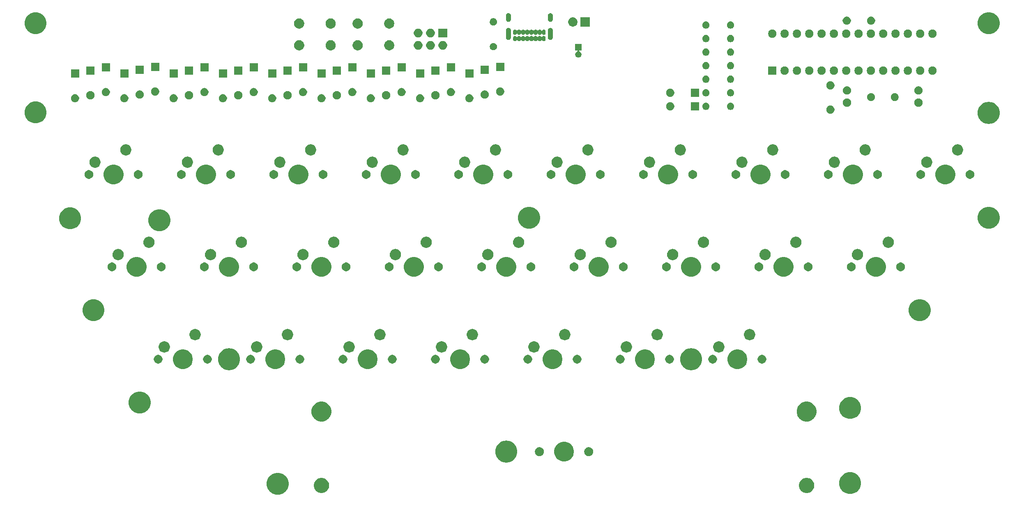
<source format=gts>
G04 #@! TF.GenerationSoftware,KiCad,Pcbnew,(5.1.5)-3*
G04 #@! TF.CreationDate,2020-10-14T15:57:11-05:00*
G04 #@! TF.ProjectId,masochist,6d61736f-6368-4697-9374-2e6b69636164,rev?*
G04 #@! TF.SameCoordinates,Original*
G04 #@! TF.FileFunction,Soldermask,Top*
G04 #@! TF.FilePolarity,Negative*
%FSLAX46Y46*%
G04 Gerber Fmt 4.6, Leading zero omitted, Abs format (unit mm)*
G04 Created by KiCad (PCBNEW (5.1.5)-3) date 2020-10-14 15:57:11*
%MOMM*%
%LPD*%
G04 APERTURE LIST*
%ADD10C,0.100000*%
G04 APERTURE END LIST*
D10*
G36*
X111908880Y-127426776D02*
G01*
X112289593Y-127502504D01*
X112699249Y-127672189D01*
X113067929Y-127918534D01*
X113381466Y-128232071D01*
X113627811Y-128600751D01*
X113797496Y-129010407D01*
X113884000Y-129445296D01*
X113884000Y-129888704D01*
X113797496Y-130323593D01*
X113627811Y-130733249D01*
X113381466Y-131101929D01*
X113067929Y-131415466D01*
X112699249Y-131661811D01*
X112289593Y-131831496D01*
X111908880Y-131907224D01*
X111854705Y-131918000D01*
X111411295Y-131918000D01*
X111357120Y-131907224D01*
X110976407Y-131831496D01*
X110566751Y-131661811D01*
X110198071Y-131415466D01*
X109884534Y-131101929D01*
X109638189Y-130733249D01*
X109468504Y-130323593D01*
X109382000Y-129888704D01*
X109382000Y-129445296D01*
X109468504Y-129010407D01*
X109638189Y-128600751D01*
X109884534Y-128232071D01*
X110198071Y-127918534D01*
X110566751Y-127672189D01*
X110976407Y-127502504D01*
X111357120Y-127426776D01*
X111411295Y-127416000D01*
X111854705Y-127416000D01*
X111908880Y-127426776D01*
G37*
G36*
X229891880Y-127299776D02*
G01*
X230272593Y-127375504D01*
X230682249Y-127545189D01*
X231050929Y-127791534D01*
X231364466Y-128105071D01*
X231610811Y-128473751D01*
X231780496Y-128883407D01*
X231867000Y-129318296D01*
X231867000Y-129761704D01*
X231780496Y-130196593D01*
X231610811Y-130606249D01*
X231364466Y-130974929D01*
X231050929Y-131288466D01*
X230682249Y-131534811D01*
X230272593Y-131704496D01*
X229891880Y-131780224D01*
X229837705Y-131791000D01*
X229394295Y-131791000D01*
X229340120Y-131780224D01*
X228959407Y-131704496D01*
X228549751Y-131534811D01*
X228181071Y-131288466D01*
X227867534Y-130974929D01*
X227621189Y-130606249D01*
X227451504Y-130196593D01*
X227365000Y-129761704D01*
X227365000Y-129318296D01*
X227451504Y-128883407D01*
X227621189Y-128473751D01*
X227867534Y-128105071D01*
X228181071Y-127791534D01*
X228549751Y-127545189D01*
X228959407Y-127375504D01*
X229340120Y-127299776D01*
X229394295Y-127289000D01*
X229837705Y-127289000D01*
X229891880Y-127299776D01*
G37*
G36*
X221115561Y-128501776D02*
G01*
X221234287Y-128550954D01*
X221402191Y-128620502D01*
X221402192Y-128620503D01*
X221660154Y-128792867D01*
X221879533Y-129012246D01*
X221994703Y-129184611D01*
X222051898Y-129270209D01*
X222170624Y-129556840D01*
X222231150Y-129861125D01*
X222231150Y-130171375D01*
X222170624Y-130475660D01*
X222051898Y-130762291D01*
X222051897Y-130762292D01*
X221879533Y-131020254D01*
X221660154Y-131239633D01*
X221487789Y-131354803D01*
X221402191Y-131411998D01*
X221234287Y-131481546D01*
X221115561Y-131530724D01*
X220811275Y-131591250D01*
X220501025Y-131591250D01*
X220196739Y-131530724D01*
X220078013Y-131481546D01*
X219910109Y-131411998D01*
X219824511Y-131354803D01*
X219652146Y-131239633D01*
X219432767Y-131020254D01*
X219260403Y-130762292D01*
X219260402Y-130762291D01*
X219141676Y-130475660D01*
X219081150Y-130171375D01*
X219081150Y-129861125D01*
X219141676Y-129556840D01*
X219260402Y-129270209D01*
X219317597Y-129184611D01*
X219432767Y-129012246D01*
X219652146Y-128792867D01*
X219910108Y-128620503D01*
X219910109Y-128620502D01*
X220078013Y-128550954D01*
X220196739Y-128501776D01*
X220501025Y-128441250D01*
X220811275Y-128441250D01*
X221115561Y-128501776D01*
G37*
G36*
X121115761Y-128501776D02*
G01*
X121234487Y-128550954D01*
X121402391Y-128620502D01*
X121402392Y-128620503D01*
X121660354Y-128792867D01*
X121879733Y-129012246D01*
X121994903Y-129184611D01*
X122052098Y-129270209D01*
X122170824Y-129556840D01*
X122231350Y-129861125D01*
X122231350Y-130171375D01*
X122170824Y-130475660D01*
X122052098Y-130762291D01*
X122052097Y-130762292D01*
X121879733Y-131020254D01*
X121660354Y-131239633D01*
X121487989Y-131354803D01*
X121402391Y-131411998D01*
X121234487Y-131481546D01*
X121115761Y-131530724D01*
X120811475Y-131591250D01*
X120501225Y-131591250D01*
X120196939Y-131530724D01*
X120078213Y-131481546D01*
X119910309Y-131411998D01*
X119824711Y-131354803D01*
X119652346Y-131239633D01*
X119432967Y-131020254D01*
X119260603Y-130762292D01*
X119260602Y-130762291D01*
X119141876Y-130475660D01*
X119081350Y-130171375D01*
X119081350Y-129861125D01*
X119141876Y-129556840D01*
X119260602Y-129270209D01*
X119317797Y-129184611D01*
X119432967Y-129012246D01*
X119652346Y-128792867D01*
X119910308Y-128620503D01*
X119910309Y-128620502D01*
X120078213Y-128550954D01*
X120196939Y-128501776D01*
X120501225Y-128441250D01*
X120811475Y-128441250D01*
X121115761Y-128501776D01*
G37*
G36*
X159025880Y-120791026D02*
G01*
X159406593Y-120866754D01*
X159816249Y-121036439D01*
X160184929Y-121282784D01*
X160498466Y-121596321D01*
X160744811Y-121965001D01*
X160914496Y-122374657D01*
X161001000Y-122809546D01*
X161001000Y-123252954D01*
X160914496Y-123687843D01*
X160744811Y-124097499D01*
X160498466Y-124466179D01*
X160184929Y-124779716D01*
X159816249Y-125026061D01*
X159406593Y-125195746D01*
X159025880Y-125271474D01*
X158971705Y-125282250D01*
X158528295Y-125282250D01*
X158474120Y-125271474D01*
X158093407Y-125195746D01*
X157683751Y-125026061D01*
X157315071Y-124779716D01*
X157001534Y-124466179D01*
X156755189Y-124097499D01*
X156585504Y-123687843D01*
X156499000Y-123252954D01*
X156499000Y-122809546D01*
X156585504Y-122374657D01*
X156755189Y-121965001D01*
X157001534Y-121596321D01*
X157315071Y-121282784D01*
X157683751Y-121036439D01*
X158093407Y-120866754D01*
X158474120Y-120791026D01*
X158528295Y-120780250D01*
X158971705Y-120780250D01*
X159025880Y-120791026D01*
G37*
G36*
X171252724Y-121064934D02*
G01*
X171470724Y-121155233D01*
X171624873Y-121219083D01*
X171959798Y-121442873D01*
X172244627Y-121727702D01*
X172468417Y-122062627D01*
X172500812Y-122140836D01*
X172622566Y-122434776D01*
X172701150Y-122829844D01*
X172701150Y-123232656D01*
X172622566Y-123627724D01*
X172571701Y-123750522D01*
X172468417Y-123999873D01*
X172244627Y-124334798D01*
X171959798Y-124619627D01*
X171624873Y-124843417D01*
X171470724Y-124907267D01*
X171252724Y-124997566D01*
X170857656Y-125076150D01*
X170454844Y-125076150D01*
X170059776Y-124997566D01*
X169841776Y-124907267D01*
X169687627Y-124843417D01*
X169352702Y-124619627D01*
X169067873Y-124334798D01*
X168844083Y-123999873D01*
X168740799Y-123750522D01*
X168689934Y-123627724D01*
X168611350Y-123232656D01*
X168611350Y-122829844D01*
X168689934Y-122434776D01*
X168811688Y-122140836D01*
X168844083Y-122062627D01*
X169067873Y-121727702D01*
X169352702Y-121442873D01*
X169687627Y-121219083D01*
X169841776Y-121155233D01*
X170059776Y-121064934D01*
X170454844Y-120986350D01*
X170857656Y-120986350D01*
X171252724Y-121064934D01*
G37*
G36*
X165846354Y-122140835D02*
G01*
X166014876Y-122210639D01*
X166166541Y-122311978D01*
X166295522Y-122440959D01*
X166396861Y-122592624D01*
X166466665Y-122761146D01*
X166502250Y-122940047D01*
X166502250Y-123122453D01*
X166466665Y-123301354D01*
X166396861Y-123469876D01*
X166295522Y-123621541D01*
X166166541Y-123750522D01*
X166014876Y-123851861D01*
X165846354Y-123921665D01*
X165667453Y-123957250D01*
X165485047Y-123957250D01*
X165306146Y-123921665D01*
X165137624Y-123851861D01*
X164985959Y-123750522D01*
X164856978Y-123621541D01*
X164755639Y-123469876D01*
X164685835Y-123301354D01*
X164650250Y-123122453D01*
X164650250Y-122940047D01*
X164685835Y-122761146D01*
X164755639Y-122592624D01*
X164856978Y-122440959D01*
X164985959Y-122311978D01*
X165137624Y-122210639D01*
X165306146Y-122140835D01*
X165485047Y-122105250D01*
X165667453Y-122105250D01*
X165846354Y-122140835D01*
G37*
G36*
X176006354Y-122140835D02*
G01*
X176174876Y-122210639D01*
X176326541Y-122311978D01*
X176455522Y-122440959D01*
X176556861Y-122592624D01*
X176626665Y-122761146D01*
X176662250Y-122940047D01*
X176662250Y-123122453D01*
X176626665Y-123301354D01*
X176556861Y-123469876D01*
X176455522Y-123621541D01*
X176326541Y-123750522D01*
X176174876Y-123851861D01*
X176006354Y-123921665D01*
X175827453Y-123957250D01*
X175645047Y-123957250D01*
X175466146Y-123921665D01*
X175297624Y-123851861D01*
X175145959Y-123750522D01*
X175016978Y-123621541D01*
X174915639Y-123469876D01*
X174845835Y-123301354D01*
X174810250Y-123122453D01*
X174810250Y-122940047D01*
X174845835Y-122761146D01*
X174915639Y-122592624D01*
X175016978Y-122440959D01*
X175145959Y-122311978D01*
X175297624Y-122210639D01*
X175466146Y-122140835D01*
X175645047Y-122105250D01*
X175827453Y-122105250D01*
X176006354Y-122140835D01*
G37*
G36*
X121252824Y-112809934D02*
G01*
X121470824Y-112900233D01*
X121624973Y-112964083D01*
X121959898Y-113187873D01*
X122244727Y-113472702D01*
X122468517Y-113807627D01*
X122468517Y-113807628D01*
X122622666Y-114179776D01*
X122701250Y-114574844D01*
X122701250Y-114977656D01*
X122622666Y-115372724D01*
X122577846Y-115480928D01*
X122468517Y-115744873D01*
X122244727Y-116079798D01*
X121959898Y-116364627D01*
X121624973Y-116588417D01*
X121470824Y-116652267D01*
X121252824Y-116742566D01*
X120857756Y-116821150D01*
X120454944Y-116821150D01*
X120059876Y-116742566D01*
X119841876Y-116652267D01*
X119687727Y-116588417D01*
X119352802Y-116364627D01*
X119067973Y-116079798D01*
X118844183Y-115744873D01*
X118734854Y-115480928D01*
X118690034Y-115372724D01*
X118611450Y-114977656D01*
X118611450Y-114574844D01*
X118690034Y-114179776D01*
X118844183Y-113807628D01*
X118844183Y-113807627D01*
X119067973Y-113472702D01*
X119352802Y-113187873D01*
X119687727Y-112964083D01*
X119841876Y-112900233D01*
X120059876Y-112809934D01*
X120454944Y-112731350D01*
X120857756Y-112731350D01*
X121252824Y-112809934D01*
G37*
G36*
X221252624Y-112809934D02*
G01*
X221470624Y-112900233D01*
X221624773Y-112964083D01*
X221959698Y-113187873D01*
X222244527Y-113472702D01*
X222468317Y-113807627D01*
X222468317Y-113807628D01*
X222622466Y-114179776D01*
X222701050Y-114574844D01*
X222701050Y-114977656D01*
X222622466Y-115372724D01*
X222577646Y-115480928D01*
X222468317Y-115744873D01*
X222244527Y-116079798D01*
X221959698Y-116364627D01*
X221624773Y-116588417D01*
X221470624Y-116652267D01*
X221252624Y-116742566D01*
X220857556Y-116821150D01*
X220454744Y-116821150D01*
X220059676Y-116742566D01*
X219841676Y-116652267D01*
X219687527Y-116588417D01*
X219352602Y-116364627D01*
X219067773Y-116079798D01*
X218843983Y-115744873D01*
X218734654Y-115480928D01*
X218689834Y-115372724D01*
X218611250Y-114977656D01*
X218611250Y-114574844D01*
X218689834Y-114179776D01*
X218843983Y-113807628D01*
X218843983Y-113807627D01*
X219067773Y-113472702D01*
X219352602Y-113187873D01*
X219687527Y-112964083D01*
X219841676Y-112900233D01*
X220059676Y-112809934D01*
X220454744Y-112731350D01*
X220857556Y-112731350D01*
X221252624Y-112809934D01*
G37*
G36*
X229891880Y-111805776D02*
G01*
X230272593Y-111881504D01*
X230682249Y-112051189D01*
X231050929Y-112297534D01*
X231364466Y-112611071D01*
X231610811Y-112979751D01*
X231780496Y-113389407D01*
X231867000Y-113824296D01*
X231867000Y-114267704D01*
X231780496Y-114702593D01*
X231610811Y-115112249D01*
X231364466Y-115480929D01*
X231050929Y-115794466D01*
X230682249Y-116040811D01*
X230272593Y-116210496D01*
X229891880Y-116286224D01*
X229837705Y-116297000D01*
X229394295Y-116297000D01*
X229340120Y-116286224D01*
X228959407Y-116210496D01*
X228549751Y-116040811D01*
X228181071Y-115794466D01*
X227867534Y-115480929D01*
X227621189Y-115112249D01*
X227451504Y-114702593D01*
X227365000Y-114267704D01*
X227365000Y-113824296D01*
X227451504Y-113389407D01*
X227621189Y-112979751D01*
X227867534Y-112611071D01*
X228181071Y-112297534D01*
X228549751Y-112051189D01*
X228959407Y-111881504D01*
X229340120Y-111805776D01*
X229394295Y-111795000D01*
X229837705Y-111795000D01*
X229891880Y-111805776D01*
G37*
G36*
X83460880Y-110662776D02*
G01*
X83841593Y-110738504D01*
X84251249Y-110908189D01*
X84619929Y-111154534D01*
X84933466Y-111468071D01*
X85179811Y-111836751D01*
X85349496Y-112246407D01*
X85436000Y-112681296D01*
X85436000Y-113124704D01*
X85349496Y-113559593D01*
X85179811Y-113969249D01*
X84933466Y-114337929D01*
X84619929Y-114651466D01*
X84251249Y-114897811D01*
X83841593Y-115067496D01*
X83460880Y-115143224D01*
X83406705Y-115154000D01*
X82963295Y-115154000D01*
X82909120Y-115143224D01*
X82528407Y-115067496D01*
X82118751Y-114897811D01*
X81750071Y-114651466D01*
X81436534Y-114337929D01*
X81190189Y-113969249D01*
X81020504Y-113559593D01*
X80934000Y-113124704D01*
X80934000Y-112681296D01*
X81020504Y-112246407D01*
X81190189Y-111836751D01*
X81436534Y-111468071D01*
X81750071Y-111154534D01*
X82118751Y-110908189D01*
X82528407Y-110738504D01*
X82909120Y-110662776D01*
X82963295Y-110652000D01*
X83406705Y-110652000D01*
X83460880Y-110662776D01*
G37*
G36*
X101875880Y-101741026D02*
G01*
X102256593Y-101816754D01*
X102666249Y-101986439D01*
X103034929Y-102232784D01*
X103348466Y-102546321D01*
X103594811Y-102915001D01*
X103764496Y-103324657D01*
X103851000Y-103759546D01*
X103851000Y-104202954D01*
X103764496Y-104637843D01*
X103594811Y-105047499D01*
X103348466Y-105416179D01*
X103034929Y-105729716D01*
X102666249Y-105976061D01*
X102256593Y-106145746D01*
X101875880Y-106221474D01*
X101821705Y-106232250D01*
X101378295Y-106232250D01*
X101324120Y-106221474D01*
X100943407Y-106145746D01*
X100533751Y-105976061D01*
X100165071Y-105729716D01*
X99851534Y-105416179D01*
X99605189Y-105047499D01*
X99435504Y-104637843D01*
X99349000Y-104202954D01*
X99349000Y-103759546D01*
X99435504Y-103324657D01*
X99605189Y-102915001D01*
X99851534Y-102546321D01*
X100165071Y-102232784D01*
X100533751Y-101986439D01*
X100943407Y-101816754D01*
X101324120Y-101741026D01*
X101378295Y-101730250D01*
X101821705Y-101730250D01*
X101875880Y-101741026D01*
G37*
G36*
X197125880Y-101741026D02*
G01*
X197506593Y-101816754D01*
X197916249Y-101986439D01*
X198284929Y-102232784D01*
X198598466Y-102546321D01*
X198844811Y-102915001D01*
X199014496Y-103324657D01*
X199101000Y-103759546D01*
X199101000Y-104202954D01*
X199014496Y-104637843D01*
X198844811Y-105047499D01*
X198598466Y-105416179D01*
X198284929Y-105729716D01*
X197916249Y-105976061D01*
X197506593Y-106145746D01*
X197125880Y-106221474D01*
X197071705Y-106232250D01*
X196628295Y-106232250D01*
X196574120Y-106221474D01*
X196193407Y-106145746D01*
X195783751Y-105976061D01*
X195415071Y-105729716D01*
X195101534Y-105416179D01*
X194855189Y-105047499D01*
X194685504Y-104637843D01*
X194599000Y-104202954D01*
X194599000Y-103759546D01*
X194685504Y-103324657D01*
X194855189Y-102915001D01*
X195101534Y-102546321D01*
X195415071Y-102232784D01*
X195783751Y-101986439D01*
X196193407Y-101816754D01*
X196574120Y-101741026D01*
X196628295Y-101730250D01*
X197071705Y-101730250D01*
X197125880Y-101741026D01*
G37*
G36*
X92673254Y-102009068D02*
G01*
X93046511Y-102163676D01*
X93046513Y-102163677D01*
X93382436Y-102388134D01*
X93668116Y-102673814D01*
X93892574Y-103009739D01*
X94047182Y-103382996D01*
X94126000Y-103779243D01*
X94126000Y-104183257D01*
X94047182Y-104579504D01*
X93892574Y-104952761D01*
X93892573Y-104952763D01*
X93668116Y-105288686D01*
X93382436Y-105574366D01*
X93046513Y-105798823D01*
X93046512Y-105798824D01*
X93046511Y-105798824D01*
X92673254Y-105953432D01*
X92277007Y-106032250D01*
X91872993Y-106032250D01*
X91476746Y-105953432D01*
X91103489Y-105798824D01*
X91103488Y-105798824D01*
X91103487Y-105798823D01*
X90767564Y-105574366D01*
X90481884Y-105288686D01*
X90257427Y-104952763D01*
X90257426Y-104952761D01*
X90102818Y-104579504D01*
X90024000Y-104183257D01*
X90024000Y-103779243D01*
X90102818Y-103382996D01*
X90257426Y-103009739D01*
X90481884Y-102673814D01*
X90767564Y-102388134D01*
X91103487Y-102163677D01*
X91103489Y-102163676D01*
X91476746Y-102009068D01*
X91872993Y-101930250D01*
X92277007Y-101930250D01*
X92673254Y-102009068D01*
G37*
G36*
X168873254Y-102009068D02*
G01*
X169246511Y-102163676D01*
X169246513Y-102163677D01*
X169582436Y-102388134D01*
X169868116Y-102673814D01*
X170092574Y-103009739D01*
X170247182Y-103382996D01*
X170326000Y-103779243D01*
X170326000Y-104183257D01*
X170247182Y-104579504D01*
X170092574Y-104952761D01*
X170092573Y-104952763D01*
X169868116Y-105288686D01*
X169582436Y-105574366D01*
X169246513Y-105798823D01*
X169246512Y-105798824D01*
X169246511Y-105798824D01*
X168873254Y-105953432D01*
X168477007Y-106032250D01*
X168072993Y-106032250D01*
X167676746Y-105953432D01*
X167303489Y-105798824D01*
X167303488Y-105798824D01*
X167303487Y-105798823D01*
X166967564Y-105574366D01*
X166681884Y-105288686D01*
X166457427Y-104952763D01*
X166457426Y-104952761D01*
X166302818Y-104579504D01*
X166224000Y-104183257D01*
X166224000Y-103779243D01*
X166302818Y-103382996D01*
X166457426Y-103009739D01*
X166681884Y-102673814D01*
X166967564Y-102388134D01*
X167303487Y-102163677D01*
X167303489Y-102163676D01*
X167676746Y-102009068D01*
X168072993Y-101930250D01*
X168477007Y-101930250D01*
X168873254Y-102009068D01*
G37*
G36*
X130773254Y-102009068D02*
G01*
X131146511Y-102163676D01*
X131146513Y-102163677D01*
X131482436Y-102388134D01*
X131768116Y-102673814D01*
X131992574Y-103009739D01*
X132147182Y-103382996D01*
X132226000Y-103779243D01*
X132226000Y-104183257D01*
X132147182Y-104579504D01*
X131992574Y-104952761D01*
X131992573Y-104952763D01*
X131768116Y-105288686D01*
X131482436Y-105574366D01*
X131146513Y-105798823D01*
X131146512Y-105798824D01*
X131146511Y-105798824D01*
X130773254Y-105953432D01*
X130377007Y-106032250D01*
X129972993Y-106032250D01*
X129576746Y-105953432D01*
X129203489Y-105798824D01*
X129203488Y-105798824D01*
X129203487Y-105798823D01*
X128867564Y-105574366D01*
X128581884Y-105288686D01*
X128357427Y-104952763D01*
X128357426Y-104952761D01*
X128202818Y-104579504D01*
X128124000Y-104183257D01*
X128124000Y-103779243D01*
X128202818Y-103382996D01*
X128357426Y-103009739D01*
X128581884Y-102673814D01*
X128867564Y-102388134D01*
X129203487Y-102163677D01*
X129203489Y-102163676D01*
X129576746Y-102009068D01*
X129972993Y-101930250D01*
X130377007Y-101930250D01*
X130773254Y-102009068D01*
G37*
G36*
X206973254Y-102009068D02*
G01*
X207346511Y-102163676D01*
X207346513Y-102163677D01*
X207682436Y-102388134D01*
X207968116Y-102673814D01*
X208192574Y-103009739D01*
X208347182Y-103382996D01*
X208426000Y-103779243D01*
X208426000Y-104183257D01*
X208347182Y-104579504D01*
X208192574Y-104952761D01*
X208192573Y-104952763D01*
X207968116Y-105288686D01*
X207682436Y-105574366D01*
X207346513Y-105798823D01*
X207346512Y-105798824D01*
X207346511Y-105798824D01*
X206973254Y-105953432D01*
X206577007Y-106032250D01*
X206172993Y-106032250D01*
X205776746Y-105953432D01*
X205403489Y-105798824D01*
X205403488Y-105798824D01*
X205403487Y-105798823D01*
X205067564Y-105574366D01*
X204781884Y-105288686D01*
X204557427Y-104952763D01*
X204557426Y-104952761D01*
X204402818Y-104579504D01*
X204324000Y-104183257D01*
X204324000Y-103779243D01*
X204402818Y-103382996D01*
X204557426Y-103009739D01*
X204781884Y-102673814D01*
X205067564Y-102388134D01*
X205403487Y-102163677D01*
X205403489Y-102163676D01*
X205776746Y-102009068D01*
X206172993Y-101930250D01*
X206577007Y-101930250D01*
X206973254Y-102009068D01*
G37*
G36*
X187923254Y-102009068D02*
G01*
X188296511Y-102163676D01*
X188296513Y-102163677D01*
X188632436Y-102388134D01*
X188918116Y-102673814D01*
X189142574Y-103009739D01*
X189297182Y-103382996D01*
X189376000Y-103779243D01*
X189376000Y-104183257D01*
X189297182Y-104579504D01*
X189142574Y-104952761D01*
X189142573Y-104952763D01*
X188918116Y-105288686D01*
X188632436Y-105574366D01*
X188296513Y-105798823D01*
X188296512Y-105798824D01*
X188296511Y-105798824D01*
X187923254Y-105953432D01*
X187527007Y-106032250D01*
X187122993Y-106032250D01*
X186726746Y-105953432D01*
X186353489Y-105798824D01*
X186353488Y-105798824D01*
X186353487Y-105798823D01*
X186017564Y-105574366D01*
X185731884Y-105288686D01*
X185507427Y-104952763D01*
X185507426Y-104952761D01*
X185352818Y-104579504D01*
X185274000Y-104183257D01*
X185274000Y-103779243D01*
X185352818Y-103382996D01*
X185507426Y-103009739D01*
X185731884Y-102673814D01*
X186017564Y-102388134D01*
X186353487Y-102163677D01*
X186353489Y-102163676D01*
X186726746Y-102009068D01*
X187122993Y-101930250D01*
X187527007Y-101930250D01*
X187923254Y-102009068D01*
G37*
G36*
X149823254Y-102009068D02*
G01*
X150196511Y-102163676D01*
X150196513Y-102163677D01*
X150532436Y-102388134D01*
X150818116Y-102673814D01*
X151042574Y-103009739D01*
X151197182Y-103382996D01*
X151276000Y-103779243D01*
X151276000Y-104183257D01*
X151197182Y-104579504D01*
X151042574Y-104952761D01*
X151042573Y-104952763D01*
X150818116Y-105288686D01*
X150532436Y-105574366D01*
X150196513Y-105798823D01*
X150196512Y-105798824D01*
X150196511Y-105798824D01*
X149823254Y-105953432D01*
X149427007Y-106032250D01*
X149022993Y-106032250D01*
X148626746Y-105953432D01*
X148253489Y-105798824D01*
X148253488Y-105798824D01*
X148253487Y-105798823D01*
X147917564Y-105574366D01*
X147631884Y-105288686D01*
X147407427Y-104952763D01*
X147407426Y-104952761D01*
X147252818Y-104579504D01*
X147174000Y-104183257D01*
X147174000Y-103779243D01*
X147252818Y-103382996D01*
X147407426Y-103009739D01*
X147631884Y-102673814D01*
X147917564Y-102388134D01*
X148253487Y-102163677D01*
X148253489Y-102163676D01*
X148626746Y-102009068D01*
X149022993Y-101930250D01*
X149427007Y-101930250D01*
X149823254Y-102009068D01*
G37*
G36*
X111723254Y-102009068D02*
G01*
X112096511Y-102163676D01*
X112096513Y-102163677D01*
X112432436Y-102388134D01*
X112718116Y-102673814D01*
X112942574Y-103009739D01*
X113097182Y-103382996D01*
X113176000Y-103779243D01*
X113176000Y-104183257D01*
X113097182Y-104579504D01*
X112942574Y-104952761D01*
X112942573Y-104952763D01*
X112718116Y-105288686D01*
X112432436Y-105574366D01*
X112096513Y-105798823D01*
X112096512Y-105798824D01*
X112096511Y-105798824D01*
X111723254Y-105953432D01*
X111327007Y-106032250D01*
X110922993Y-106032250D01*
X110526746Y-105953432D01*
X110153489Y-105798824D01*
X110153488Y-105798824D01*
X110153487Y-105798823D01*
X109817564Y-105574366D01*
X109531884Y-105288686D01*
X109307427Y-104952763D01*
X109307426Y-104952761D01*
X109152818Y-104579504D01*
X109074000Y-104183257D01*
X109074000Y-103779243D01*
X109152818Y-103382996D01*
X109307426Y-103009739D01*
X109531884Y-102673814D01*
X109817564Y-102388134D01*
X110153487Y-102163677D01*
X110153489Y-102163676D01*
X110526746Y-102009068D01*
X110922993Y-101930250D01*
X111327007Y-101930250D01*
X111723254Y-102009068D01*
G37*
G36*
X211568512Y-103085177D02*
G01*
X211717812Y-103114874D01*
X211881784Y-103182794D01*
X212029354Y-103281397D01*
X212154853Y-103406896D01*
X212253456Y-103554466D01*
X212321376Y-103718438D01*
X212356000Y-103892509D01*
X212356000Y-104069991D01*
X212321376Y-104244062D01*
X212253456Y-104408034D01*
X212154853Y-104555604D01*
X212029354Y-104681103D01*
X211881784Y-104779706D01*
X211717812Y-104847626D01*
X211568512Y-104877323D01*
X211543742Y-104882250D01*
X211366258Y-104882250D01*
X211341488Y-104877323D01*
X211192188Y-104847626D01*
X211028216Y-104779706D01*
X210880646Y-104681103D01*
X210755147Y-104555604D01*
X210656544Y-104408034D01*
X210588624Y-104244062D01*
X210554000Y-104069991D01*
X210554000Y-103892509D01*
X210588624Y-103718438D01*
X210656544Y-103554466D01*
X210755147Y-103406896D01*
X210880646Y-103281397D01*
X211028216Y-103182794D01*
X211192188Y-103114874D01*
X211341488Y-103085177D01*
X211366258Y-103080250D01*
X211543742Y-103080250D01*
X211568512Y-103085177D01*
G37*
G36*
X135368512Y-103085177D02*
G01*
X135517812Y-103114874D01*
X135681784Y-103182794D01*
X135829354Y-103281397D01*
X135954853Y-103406896D01*
X136053456Y-103554466D01*
X136121376Y-103718438D01*
X136156000Y-103892509D01*
X136156000Y-104069991D01*
X136121376Y-104244062D01*
X136053456Y-104408034D01*
X135954853Y-104555604D01*
X135829354Y-104681103D01*
X135681784Y-104779706D01*
X135517812Y-104847626D01*
X135368512Y-104877323D01*
X135343742Y-104882250D01*
X135166258Y-104882250D01*
X135141488Y-104877323D01*
X134992188Y-104847626D01*
X134828216Y-104779706D01*
X134680646Y-104681103D01*
X134555147Y-104555604D01*
X134456544Y-104408034D01*
X134388624Y-104244062D01*
X134354000Y-104069991D01*
X134354000Y-103892509D01*
X134388624Y-103718438D01*
X134456544Y-103554466D01*
X134555147Y-103406896D01*
X134680646Y-103281397D01*
X134828216Y-103182794D01*
X134992188Y-103114874D01*
X135141488Y-103085177D01*
X135166258Y-103080250D01*
X135343742Y-103080250D01*
X135368512Y-103085177D01*
G37*
G36*
X97268512Y-103085177D02*
G01*
X97417812Y-103114874D01*
X97581784Y-103182794D01*
X97729354Y-103281397D01*
X97854853Y-103406896D01*
X97953456Y-103554466D01*
X98021376Y-103718438D01*
X98056000Y-103892509D01*
X98056000Y-104069991D01*
X98021376Y-104244062D01*
X97953456Y-104408034D01*
X97854853Y-104555604D01*
X97729354Y-104681103D01*
X97581784Y-104779706D01*
X97417812Y-104847626D01*
X97268512Y-104877323D01*
X97243742Y-104882250D01*
X97066258Y-104882250D01*
X97041488Y-104877323D01*
X96892188Y-104847626D01*
X96728216Y-104779706D01*
X96580646Y-104681103D01*
X96455147Y-104555604D01*
X96356544Y-104408034D01*
X96288624Y-104244062D01*
X96254000Y-104069991D01*
X96254000Y-103892509D01*
X96288624Y-103718438D01*
X96356544Y-103554466D01*
X96455147Y-103406896D01*
X96580646Y-103281397D01*
X96728216Y-103182794D01*
X96892188Y-103114874D01*
X97041488Y-103085177D01*
X97066258Y-103080250D01*
X97243742Y-103080250D01*
X97268512Y-103085177D01*
G37*
G36*
X106158512Y-103085177D02*
G01*
X106307812Y-103114874D01*
X106471784Y-103182794D01*
X106619354Y-103281397D01*
X106744853Y-103406896D01*
X106843456Y-103554466D01*
X106911376Y-103718438D01*
X106946000Y-103892509D01*
X106946000Y-104069991D01*
X106911376Y-104244062D01*
X106843456Y-104408034D01*
X106744853Y-104555604D01*
X106619354Y-104681103D01*
X106471784Y-104779706D01*
X106307812Y-104847626D01*
X106158512Y-104877323D01*
X106133742Y-104882250D01*
X105956258Y-104882250D01*
X105931488Y-104877323D01*
X105782188Y-104847626D01*
X105618216Y-104779706D01*
X105470646Y-104681103D01*
X105345147Y-104555604D01*
X105246544Y-104408034D01*
X105178624Y-104244062D01*
X105144000Y-104069991D01*
X105144000Y-103892509D01*
X105178624Y-103718438D01*
X105246544Y-103554466D01*
X105345147Y-103406896D01*
X105470646Y-103281397D01*
X105618216Y-103182794D01*
X105782188Y-103114874D01*
X105931488Y-103085177D01*
X105956258Y-103080250D01*
X106133742Y-103080250D01*
X106158512Y-103085177D01*
G37*
G36*
X116318512Y-103085177D02*
G01*
X116467812Y-103114874D01*
X116631784Y-103182794D01*
X116779354Y-103281397D01*
X116904853Y-103406896D01*
X117003456Y-103554466D01*
X117071376Y-103718438D01*
X117106000Y-103892509D01*
X117106000Y-104069991D01*
X117071376Y-104244062D01*
X117003456Y-104408034D01*
X116904853Y-104555604D01*
X116779354Y-104681103D01*
X116631784Y-104779706D01*
X116467812Y-104847626D01*
X116318512Y-104877323D01*
X116293742Y-104882250D01*
X116116258Y-104882250D01*
X116091488Y-104877323D01*
X115942188Y-104847626D01*
X115778216Y-104779706D01*
X115630646Y-104681103D01*
X115505147Y-104555604D01*
X115406544Y-104408034D01*
X115338624Y-104244062D01*
X115304000Y-104069991D01*
X115304000Y-103892509D01*
X115338624Y-103718438D01*
X115406544Y-103554466D01*
X115505147Y-103406896D01*
X115630646Y-103281397D01*
X115778216Y-103182794D01*
X115942188Y-103114874D01*
X116091488Y-103085177D01*
X116116258Y-103080250D01*
X116293742Y-103080250D01*
X116318512Y-103085177D01*
G37*
G36*
X125208512Y-103085177D02*
G01*
X125357812Y-103114874D01*
X125521784Y-103182794D01*
X125669354Y-103281397D01*
X125794853Y-103406896D01*
X125893456Y-103554466D01*
X125961376Y-103718438D01*
X125996000Y-103892509D01*
X125996000Y-104069991D01*
X125961376Y-104244062D01*
X125893456Y-104408034D01*
X125794853Y-104555604D01*
X125669354Y-104681103D01*
X125521784Y-104779706D01*
X125357812Y-104847626D01*
X125208512Y-104877323D01*
X125183742Y-104882250D01*
X125006258Y-104882250D01*
X124981488Y-104877323D01*
X124832188Y-104847626D01*
X124668216Y-104779706D01*
X124520646Y-104681103D01*
X124395147Y-104555604D01*
X124296544Y-104408034D01*
X124228624Y-104244062D01*
X124194000Y-104069991D01*
X124194000Y-103892509D01*
X124228624Y-103718438D01*
X124296544Y-103554466D01*
X124395147Y-103406896D01*
X124520646Y-103281397D01*
X124668216Y-103182794D01*
X124832188Y-103114874D01*
X124981488Y-103085177D01*
X125006258Y-103080250D01*
X125183742Y-103080250D01*
X125208512Y-103085177D01*
G37*
G36*
X144258512Y-103085177D02*
G01*
X144407812Y-103114874D01*
X144571784Y-103182794D01*
X144719354Y-103281397D01*
X144844853Y-103406896D01*
X144943456Y-103554466D01*
X145011376Y-103718438D01*
X145046000Y-103892509D01*
X145046000Y-104069991D01*
X145011376Y-104244062D01*
X144943456Y-104408034D01*
X144844853Y-104555604D01*
X144719354Y-104681103D01*
X144571784Y-104779706D01*
X144407812Y-104847626D01*
X144258512Y-104877323D01*
X144233742Y-104882250D01*
X144056258Y-104882250D01*
X144031488Y-104877323D01*
X143882188Y-104847626D01*
X143718216Y-104779706D01*
X143570646Y-104681103D01*
X143445147Y-104555604D01*
X143346544Y-104408034D01*
X143278624Y-104244062D01*
X143244000Y-104069991D01*
X143244000Y-103892509D01*
X143278624Y-103718438D01*
X143346544Y-103554466D01*
X143445147Y-103406896D01*
X143570646Y-103281397D01*
X143718216Y-103182794D01*
X143882188Y-103114874D01*
X144031488Y-103085177D01*
X144056258Y-103080250D01*
X144233742Y-103080250D01*
X144258512Y-103085177D01*
G37*
G36*
X182358512Y-103085177D02*
G01*
X182507812Y-103114874D01*
X182671784Y-103182794D01*
X182819354Y-103281397D01*
X182944853Y-103406896D01*
X183043456Y-103554466D01*
X183111376Y-103718438D01*
X183146000Y-103892509D01*
X183146000Y-104069991D01*
X183111376Y-104244062D01*
X183043456Y-104408034D01*
X182944853Y-104555604D01*
X182819354Y-104681103D01*
X182671784Y-104779706D01*
X182507812Y-104847626D01*
X182358512Y-104877323D01*
X182333742Y-104882250D01*
X182156258Y-104882250D01*
X182131488Y-104877323D01*
X181982188Y-104847626D01*
X181818216Y-104779706D01*
X181670646Y-104681103D01*
X181545147Y-104555604D01*
X181446544Y-104408034D01*
X181378624Y-104244062D01*
X181344000Y-104069991D01*
X181344000Y-103892509D01*
X181378624Y-103718438D01*
X181446544Y-103554466D01*
X181545147Y-103406896D01*
X181670646Y-103281397D01*
X181818216Y-103182794D01*
X181982188Y-103114874D01*
X182131488Y-103085177D01*
X182156258Y-103080250D01*
X182333742Y-103080250D01*
X182358512Y-103085177D01*
G37*
G36*
X87108512Y-103085177D02*
G01*
X87257812Y-103114874D01*
X87421784Y-103182794D01*
X87569354Y-103281397D01*
X87694853Y-103406896D01*
X87793456Y-103554466D01*
X87861376Y-103718438D01*
X87896000Y-103892509D01*
X87896000Y-104069991D01*
X87861376Y-104244062D01*
X87793456Y-104408034D01*
X87694853Y-104555604D01*
X87569354Y-104681103D01*
X87421784Y-104779706D01*
X87257812Y-104847626D01*
X87108512Y-104877323D01*
X87083742Y-104882250D01*
X86906258Y-104882250D01*
X86881488Y-104877323D01*
X86732188Y-104847626D01*
X86568216Y-104779706D01*
X86420646Y-104681103D01*
X86295147Y-104555604D01*
X86196544Y-104408034D01*
X86128624Y-104244062D01*
X86094000Y-104069991D01*
X86094000Y-103892509D01*
X86128624Y-103718438D01*
X86196544Y-103554466D01*
X86295147Y-103406896D01*
X86420646Y-103281397D01*
X86568216Y-103182794D01*
X86732188Y-103114874D01*
X86881488Y-103085177D01*
X86906258Y-103080250D01*
X87083742Y-103080250D01*
X87108512Y-103085177D01*
G37*
G36*
X201408512Y-103085177D02*
G01*
X201557812Y-103114874D01*
X201721784Y-103182794D01*
X201869354Y-103281397D01*
X201994853Y-103406896D01*
X202093456Y-103554466D01*
X202161376Y-103718438D01*
X202196000Y-103892509D01*
X202196000Y-104069991D01*
X202161376Y-104244062D01*
X202093456Y-104408034D01*
X201994853Y-104555604D01*
X201869354Y-104681103D01*
X201721784Y-104779706D01*
X201557812Y-104847626D01*
X201408512Y-104877323D01*
X201383742Y-104882250D01*
X201206258Y-104882250D01*
X201181488Y-104877323D01*
X201032188Y-104847626D01*
X200868216Y-104779706D01*
X200720646Y-104681103D01*
X200595147Y-104555604D01*
X200496544Y-104408034D01*
X200428624Y-104244062D01*
X200394000Y-104069991D01*
X200394000Y-103892509D01*
X200428624Y-103718438D01*
X200496544Y-103554466D01*
X200595147Y-103406896D01*
X200720646Y-103281397D01*
X200868216Y-103182794D01*
X201032188Y-103114874D01*
X201181488Y-103085177D01*
X201206258Y-103080250D01*
X201383742Y-103080250D01*
X201408512Y-103085177D01*
G37*
G36*
X192518512Y-103085177D02*
G01*
X192667812Y-103114874D01*
X192831784Y-103182794D01*
X192979354Y-103281397D01*
X193104853Y-103406896D01*
X193203456Y-103554466D01*
X193271376Y-103718438D01*
X193306000Y-103892509D01*
X193306000Y-104069991D01*
X193271376Y-104244062D01*
X193203456Y-104408034D01*
X193104853Y-104555604D01*
X192979354Y-104681103D01*
X192831784Y-104779706D01*
X192667812Y-104847626D01*
X192518512Y-104877323D01*
X192493742Y-104882250D01*
X192316258Y-104882250D01*
X192291488Y-104877323D01*
X192142188Y-104847626D01*
X191978216Y-104779706D01*
X191830646Y-104681103D01*
X191705147Y-104555604D01*
X191606544Y-104408034D01*
X191538624Y-104244062D01*
X191504000Y-104069991D01*
X191504000Y-103892509D01*
X191538624Y-103718438D01*
X191606544Y-103554466D01*
X191705147Y-103406896D01*
X191830646Y-103281397D01*
X191978216Y-103182794D01*
X192142188Y-103114874D01*
X192291488Y-103085177D01*
X192316258Y-103080250D01*
X192493742Y-103080250D01*
X192518512Y-103085177D01*
G37*
G36*
X173468512Y-103085177D02*
G01*
X173617812Y-103114874D01*
X173781784Y-103182794D01*
X173929354Y-103281397D01*
X174054853Y-103406896D01*
X174153456Y-103554466D01*
X174221376Y-103718438D01*
X174256000Y-103892509D01*
X174256000Y-104069991D01*
X174221376Y-104244062D01*
X174153456Y-104408034D01*
X174054853Y-104555604D01*
X173929354Y-104681103D01*
X173781784Y-104779706D01*
X173617812Y-104847626D01*
X173468512Y-104877323D01*
X173443742Y-104882250D01*
X173266258Y-104882250D01*
X173241488Y-104877323D01*
X173092188Y-104847626D01*
X172928216Y-104779706D01*
X172780646Y-104681103D01*
X172655147Y-104555604D01*
X172556544Y-104408034D01*
X172488624Y-104244062D01*
X172454000Y-104069991D01*
X172454000Y-103892509D01*
X172488624Y-103718438D01*
X172556544Y-103554466D01*
X172655147Y-103406896D01*
X172780646Y-103281397D01*
X172928216Y-103182794D01*
X173092188Y-103114874D01*
X173241488Y-103085177D01*
X173266258Y-103080250D01*
X173443742Y-103080250D01*
X173468512Y-103085177D01*
G37*
G36*
X163308512Y-103085177D02*
G01*
X163457812Y-103114874D01*
X163621784Y-103182794D01*
X163769354Y-103281397D01*
X163894853Y-103406896D01*
X163993456Y-103554466D01*
X164061376Y-103718438D01*
X164096000Y-103892509D01*
X164096000Y-104069991D01*
X164061376Y-104244062D01*
X163993456Y-104408034D01*
X163894853Y-104555604D01*
X163769354Y-104681103D01*
X163621784Y-104779706D01*
X163457812Y-104847626D01*
X163308512Y-104877323D01*
X163283742Y-104882250D01*
X163106258Y-104882250D01*
X163081488Y-104877323D01*
X162932188Y-104847626D01*
X162768216Y-104779706D01*
X162620646Y-104681103D01*
X162495147Y-104555604D01*
X162396544Y-104408034D01*
X162328624Y-104244062D01*
X162294000Y-104069991D01*
X162294000Y-103892509D01*
X162328624Y-103718438D01*
X162396544Y-103554466D01*
X162495147Y-103406896D01*
X162620646Y-103281397D01*
X162768216Y-103182794D01*
X162932188Y-103114874D01*
X163081488Y-103085177D01*
X163106258Y-103080250D01*
X163283742Y-103080250D01*
X163308512Y-103085177D01*
G37*
G36*
X154418512Y-103085177D02*
G01*
X154567812Y-103114874D01*
X154731784Y-103182794D01*
X154879354Y-103281397D01*
X155004853Y-103406896D01*
X155103456Y-103554466D01*
X155171376Y-103718438D01*
X155206000Y-103892509D01*
X155206000Y-104069991D01*
X155171376Y-104244062D01*
X155103456Y-104408034D01*
X155004853Y-104555604D01*
X154879354Y-104681103D01*
X154731784Y-104779706D01*
X154567812Y-104847626D01*
X154418512Y-104877323D01*
X154393742Y-104882250D01*
X154216258Y-104882250D01*
X154191488Y-104877323D01*
X154042188Y-104847626D01*
X153878216Y-104779706D01*
X153730646Y-104681103D01*
X153605147Y-104555604D01*
X153506544Y-104408034D01*
X153438624Y-104244062D01*
X153404000Y-104069991D01*
X153404000Y-103892509D01*
X153438624Y-103718438D01*
X153506544Y-103554466D01*
X153605147Y-103406896D01*
X153730646Y-103281397D01*
X153878216Y-103182794D01*
X154042188Y-103114874D01*
X154191488Y-103085177D01*
X154216258Y-103080250D01*
X154393742Y-103080250D01*
X154418512Y-103085177D01*
G37*
G36*
X202789549Y-100312366D02*
G01*
X202900734Y-100334482D01*
X203110203Y-100421247D01*
X203298720Y-100547210D01*
X203459040Y-100707530D01*
X203585003Y-100896047D01*
X203671768Y-101105516D01*
X203716000Y-101327886D01*
X203716000Y-101554614D01*
X203671768Y-101776984D01*
X203585003Y-101986453D01*
X203459040Y-102174970D01*
X203298720Y-102335290D01*
X203110203Y-102461253D01*
X202900734Y-102548018D01*
X202789549Y-102570134D01*
X202678365Y-102592250D01*
X202451635Y-102592250D01*
X202340451Y-102570134D01*
X202229266Y-102548018D01*
X202019797Y-102461253D01*
X201831280Y-102335290D01*
X201670960Y-102174970D01*
X201544997Y-101986453D01*
X201458232Y-101776984D01*
X201414000Y-101554614D01*
X201414000Y-101327886D01*
X201458232Y-101105516D01*
X201544997Y-100896047D01*
X201670960Y-100707530D01*
X201831280Y-100547210D01*
X202019797Y-100421247D01*
X202229266Y-100334482D01*
X202340451Y-100312366D01*
X202451635Y-100290250D01*
X202678365Y-100290250D01*
X202789549Y-100312366D01*
G37*
G36*
X145639549Y-100312366D02*
G01*
X145750734Y-100334482D01*
X145960203Y-100421247D01*
X146148720Y-100547210D01*
X146309040Y-100707530D01*
X146435003Y-100896047D01*
X146521768Y-101105516D01*
X146566000Y-101327886D01*
X146566000Y-101554614D01*
X146521768Y-101776984D01*
X146435003Y-101986453D01*
X146309040Y-102174970D01*
X146148720Y-102335290D01*
X145960203Y-102461253D01*
X145750734Y-102548018D01*
X145639549Y-102570134D01*
X145528365Y-102592250D01*
X145301635Y-102592250D01*
X145190451Y-102570134D01*
X145079266Y-102548018D01*
X144869797Y-102461253D01*
X144681280Y-102335290D01*
X144520960Y-102174970D01*
X144394997Y-101986453D01*
X144308232Y-101776984D01*
X144264000Y-101554614D01*
X144264000Y-101327886D01*
X144308232Y-101105516D01*
X144394997Y-100896047D01*
X144520960Y-100707530D01*
X144681280Y-100547210D01*
X144869797Y-100421247D01*
X145079266Y-100334482D01*
X145190451Y-100312366D01*
X145301635Y-100290250D01*
X145528365Y-100290250D01*
X145639549Y-100312366D01*
G37*
G36*
X107539549Y-100312366D02*
G01*
X107650734Y-100334482D01*
X107860203Y-100421247D01*
X108048720Y-100547210D01*
X108209040Y-100707530D01*
X108335003Y-100896047D01*
X108421768Y-101105516D01*
X108466000Y-101327886D01*
X108466000Y-101554614D01*
X108421768Y-101776984D01*
X108335003Y-101986453D01*
X108209040Y-102174970D01*
X108048720Y-102335290D01*
X107860203Y-102461253D01*
X107650734Y-102548018D01*
X107539549Y-102570134D01*
X107428365Y-102592250D01*
X107201635Y-102592250D01*
X107090451Y-102570134D01*
X106979266Y-102548018D01*
X106769797Y-102461253D01*
X106581280Y-102335290D01*
X106420960Y-102174970D01*
X106294997Y-101986453D01*
X106208232Y-101776984D01*
X106164000Y-101554614D01*
X106164000Y-101327886D01*
X106208232Y-101105516D01*
X106294997Y-100896047D01*
X106420960Y-100707530D01*
X106581280Y-100547210D01*
X106769797Y-100421247D01*
X106979266Y-100334482D01*
X107090451Y-100312366D01*
X107201635Y-100290250D01*
X107428365Y-100290250D01*
X107539549Y-100312366D01*
G37*
G36*
X126589549Y-100312366D02*
G01*
X126700734Y-100334482D01*
X126910203Y-100421247D01*
X127098720Y-100547210D01*
X127259040Y-100707530D01*
X127385003Y-100896047D01*
X127471768Y-101105516D01*
X127516000Y-101327886D01*
X127516000Y-101554614D01*
X127471768Y-101776984D01*
X127385003Y-101986453D01*
X127259040Y-102174970D01*
X127098720Y-102335290D01*
X126910203Y-102461253D01*
X126700734Y-102548018D01*
X126589549Y-102570134D01*
X126478365Y-102592250D01*
X126251635Y-102592250D01*
X126140451Y-102570134D01*
X126029266Y-102548018D01*
X125819797Y-102461253D01*
X125631280Y-102335290D01*
X125470960Y-102174970D01*
X125344997Y-101986453D01*
X125258232Y-101776984D01*
X125214000Y-101554614D01*
X125214000Y-101327886D01*
X125258232Y-101105516D01*
X125344997Y-100896047D01*
X125470960Y-100707530D01*
X125631280Y-100547210D01*
X125819797Y-100421247D01*
X126029266Y-100334482D01*
X126140451Y-100312366D01*
X126251635Y-100290250D01*
X126478365Y-100290250D01*
X126589549Y-100312366D01*
G37*
G36*
X183739549Y-100312366D02*
G01*
X183850734Y-100334482D01*
X184060203Y-100421247D01*
X184248720Y-100547210D01*
X184409040Y-100707530D01*
X184535003Y-100896047D01*
X184621768Y-101105516D01*
X184666000Y-101327886D01*
X184666000Y-101554614D01*
X184621768Y-101776984D01*
X184535003Y-101986453D01*
X184409040Y-102174970D01*
X184248720Y-102335290D01*
X184060203Y-102461253D01*
X183850734Y-102548018D01*
X183739549Y-102570134D01*
X183628365Y-102592250D01*
X183401635Y-102592250D01*
X183290451Y-102570134D01*
X183179266Y-102548018D01*
X182969797Y-102461253D01*
X182781280Y-102335290D01*
X182620960Y-102174970D01*
X182494997Y-101986453D01*
X182408232Y-101776984D01*
X182364000Y-101554614D01*
X182364000Y-101327886D01*
X182408232Y-101105516D01*
X182494997Y-100896047D01*
X182620960Y-100707530D01*
X182781280Y-100547210D01*
X182969797Y-100421247D01*
X183179266Y-100334482D01*
X183290451Y-100312366D01*
X183401635Y-100290250D01*
X183628365Y-100290250D01*
X183739549Y-100312366D01*
G37*
G36*
X88489549Y-100312366D02*
G01*
X88600734Y-100334482D01*
X88810203Y-100421247D01*
X88998720Y-100547210D01*
X89159040Y-100707530D01*
X89285003Y-100896047D01*
X89371768Y-101105516D01*
X89416000Y-101327886D01*
X89416000Y-101554614D01*
X89371768Y-101776984D01*
X89285003Y-101986453D01*
X89159040Y-102174970D01*
X88998720Y-102335290D01*
X88810203Y-102461253D01*
X88600734Y-102548018D01*
X88489549Y-102570134D01*
X88378365Y-102592250D01*
X88151635Y-102592250D01*
X88040451Y-102570134D01*
X87929266Y-102548018D01*
X87719797Y-102461253D01*
X87531280Y-102335290D01*
X87370960Y-102174970D01*
X87244997Y-101986453D01*
X87158232Y-101776984D01*
X87114000Y-101554614D01*
X87114000Y-101327886D01*
X87158232Y-101105516D01*
X87244997Y-100896047D01*
X87370960Y-100707530D01*
X87531280Y-100547210D01*
X87719797Y-100421247D01*
X87929266Y-100334482D01*
X88040451Y-100312366D01*
X88151635Y-100290250D01*
X88378365Y-100290250D01*
X88489549Y-100312366D01*
G37*
G36*
X164689549Y-100312366D02*
G01*
X164800734Y-100334482D01*
X165010203Y-100421247D01*
X165198720Y-100547210D01*
X165359040Y-100707530D01*
X165485003Y-100896047D01*
X165571768Y-101105516D01*
X165616000Y-101327886D01*
X165616000Y-101554614D01*
X165571768Y-101776984D01*
X165485003Y-101986453D01*
X165359040Y-102174970D01*
X165198720Y-102335290D01*
X165010203Y-102461253D01*
X164800734Y-102548018D01*
X164689549Y-102570134D01*
X164578365Y-102592250D01*
X164351635Y-102592250D01*
X164240451Y-102570134D01*
X164129266Y-102548018D01*
X163919797Y-102461253D01*
X163731280Y-102335290D01*
X163570960Y-102174970D01*
X163444997Y-101986453D01*
X163358232Y-101776984D01*
X163314000Y-101554614D01*
X163314000Y-101327886D01*
X163358232Y-101105516D01*
X163444997Y-100896047D01*
X163570960Y-100707530D01*
X163731280Y-100547210D01*
X163919797Y-100421247D01*
X164129266Y-100334482D01*
X164240451Y-100312366D01*
X164351635Y-100290250D01*
X164578365Y-100290250D01*
X164689549Y-100312366D01*
G37*
G36*
X171039549Y-97772366D02*
G01*
X171150734Y-97794482D01*
X171360203Y-97881247D01*
X171548720Y-98007210D01*
X171709040Y-98167530D01*
X171835003Y-98356047D01*
X171921768Y-98565516D01*
X171966000Y-98787886D01*
X171966000Y-99014614D01*
X171921768Y-99236984D01*
X171835003Y-99446453D01*
X171709040Y-99634970D01*
X171548720Y-99795290D01*
X171360203Y-99921253D01*
X171150734Y-100008018D01*
X171039549Y-100030134D01*
X170928365Y-100052250D01*
X170701635Y-100052250D01*
X170590451Y-100030134D01*
X170479266Y-100008018D01*
X170269797Y-99921253D01*
X170081280Y-99795290D01*
X169920960Y-99634970D01*
X169794997Y-99446453D01*
X169708232Y-99236984D01*
X169664000Y-99014614D01*
X169664000Y-98787886D01*
X169708232Y-98565516D01*
X169794997Y-98356047D01*
X169920960Y-98167530D01*
X170081280Y-98007210D01*
X170269797Y-97881247D01*
X170479266Y-97794482D01*
X170590451Y-97772366D01*
X170701635Y-97750250D01*
X170928365Y-97750250D01*
X171039549Y-97772366D01*
G37*
G36*
X132939549Y-97772366D02*
G01*
X133050734Y-97794482D01*
X133260203Y-97881247D01*
X133448720Y-98007210D01*
X133609040Y-98167530D01*
X133735003Y-98356047D01*
X133821768Y-98565516D01*
X133866000Y-98787886D01*
X133866000Y-99014614D01*
X133821768Y-99236984D01*
X133735003Y-99446453D01*
X133609040Y-99634970D01*
X133448720Y-99795290D01*
X133260203Y-99921253D01*
X133050734Y-100008018D01*
X132939549Y-100030134D01*
X132828365Y-100052250D01*
X132601635Y-100052250D01*
X132490451Y-100030134D01*
X132379266Y-100008018D01*
X132169797Y-99921253D01*
X131981280Y-99795290D01*
X131820960Y-99634970D01*
X131694997Y-99446453D01*
X131608232Y-99236984D01*
X131564000Y-99014614D01*
X131564000Y-98787886D01*
X131608232Y-98565516D01*
X131694997Y-98356047D01*
X131820960Y-98167530D01*
X131981280Y-98007210D01*
X132169797Y-97881247D01*
X132379266Y-97794482D01*
X132490451Y-97772366D01*
X132601635Y-97750250D01*
X132828365Y-97750250D01*
X132939549Y-97772366D01*
G37*
G36*
X190089549Y-97772366D02*
G01*
X190200734Y-97794482D01*
X190410203Y-97881247D01*
X190598720Y-98007210D01*
X190759040Y-98167530D01*
X190885003Y-98356047D01*
X190971768Y-98565516D01*
X191016000Y-98787886D01*
X191016000Y-99014614D01*
X190971768Y-99236984D01*
X190885003Y-99446453D01*
X190759040Y-99634970D01*
X190598720Y-99795290D01*
X190410203Y-99921253D01*
X190200734Y-100008018D01*
X190089549Y-100030134D01*
X189978365Y-100052250D01*
X189751635Y-100052250D01*
X189640451Y-100030134D01*
X189529266Y-100008018D01*
X189319797Y-99921253D01*
X189131280Y-99795290D01*
X188970960Y-99634970D01*
X188844997Y-99446453D01*
X188758232Y-99236984D01*
X188714000Y-99014614D01*
X188714000Y-98787886D01*
X188758232Y-98565516D01*
X188844997Y-98356047D01*
X188970960Y-98167530D01*
X189131280Y-98007210D01*
X189319797Y-97881247D01*
X189529266Y-97794482D01*
X189640451Y-97772366D01*
X189751635Y-97750250D01*
X189978365Y-97750250D01*
X190089549Y-97772366D01*
G37*
G36*
X209139549Y-97772366D02*
G01*
X209250734Y-97794482D01*
X209460203Y-97881247D01*
X209648720Y-98007210D01*
X209809040Y-98167530D01*
X209935003Y-98356047D01*
X210021768Y-98565516D01*
X210066000Y-98787886D01*
X210066000Y-99014614D01*
X210021768Y-99236984D01*
X209935003Y-99446453D01*
X209809040Y-99634970D01*
X209648720Y-99795290D01*
X209460203Y-99921253D01*
X209250734Y-100008018D01*
X209139549Y-100030134D01*
X209028365Y-100052250D01*
X208801635Y-100052250D01*
X208690451Y-100030134D01*
X208579266Y-100008018D01*
X208369797Y-99921253D01*
X208181280Y-99795290D01*
X208020960Y-99634970D01*
X207894997Y-99446453D01*
X207808232Y-99236984D01*
X207764000Y-99014614D01*
X207764000Y-98787886D01*
X207808232Y-98565516D01*
X207894997Y-98356047D01*
X208020960Y-98167530D01*
X208181280Y-98007210D01*
X208369797Y-97881247D01*
X208579266Y-97794482D01*
X208690451Y-97772366D01*
X208801635Y-97750250D01*
X209028365Y-97750250D01*
X209139549Y-97772366D01*
G37*
G36*
X113889549Y-97772366D02*
G01*
X114000734Y-97794482D01*
X114210203Y-97881247D01*
X114398720Y-98007210D01*
X114559040Y-98167530D01*
X114685003Y-98356047D01*
X114771768Y-98565516D01*
X114816000Y-98787886D01*
X114816000Y-99014614D01*
X114771768Y-99236984D01*
X114685003Y-99446453D01*
X114559040Y-99634970D01*
X114398720Y-99795290D01*
X114210203Y-99921253D01*
X114000734Y-100008018D01*
X113889549Y-100030134D01*
X113778365Y-100052250D01*
X113551635Y-100052250D01*
X113440451Y-100030134D01*
X113329266Y-100008018D01*
X113119797Y-99921253D01*
X112931280Y-99795290D01*
X112770960Y-99634970D01*
X112644997Y-99446453D01*
X112558232Y-99236984D01*
X112514000Y-99014614D01*
X112514000Y-98787886D01*
X112558232Y-98565516D01*
X112644997Y-98356047D01*
X112770960Y-98167530D01*
X112931280Y-98007210D01*
X113119797Y-97881247D01*
X113329266Y-97794482D01*
X113440451Y-97772366D01*
X113551635Y-97750250D01*
X113778365Y-97750250D01*
X113889549Y-97772366D01*
G37*
G36*
X94839549Y-97772366D02*
G01*
X94950734Y-97794482D01*
X95160203Y-97881247D01*
X95348720Y-98007210D01*
X95509040Y-98167530D01*
X95635003Y-98356047D01*
X95721768Y-98565516D01*
X95766000Y-98787886D01*
X95766000Y-99014614D01*
X95721768Y-99236984D01*
X95635003Y-99446453D01*
X95509040Y-99634970D01*
X95348720Y-99795290D01*
X95160203Y-99921253D01*
X94950734Y-100008018D01*
X94839549Y-100030134D01*
X94728365Y-100052250D01*
X94501635Y-100052250D01*
X94390451Y-100030134D01*
X94279266Y-100008018D01*
X94069797Y-99921253D01*
X93881280Y-99795290D01*
X93720960Y-99634970D01*
X93594997Y-99446453D01*
X93508232Y-99236984D01*
X93464000Y-99014614D01*
X93464000Y-98787886D01*
X93508232Y-98565516D01*
X93594997Y-98356047D01*
X93720960Y-98167530D01*
X93881280Y-98007210D01*
X94069797Y-97881247D01*
X94279266Y-97794482D01*
X94390451Y-97772366D01*
X94501635Y-97750250D01*
X94728365Y-97750250D01*
X94839549Y-97772366D01*
G37*
G36*
X151989549Y-97772366D02*
G01*
X152100734Y-97794482D01*
X152310203Y-97881247D01*
X152498720Y-98007210D01*
X152659040Y-98167530D01*
X152785003Y-98356047D01*
X152871768Y-98565516D01*
X152916000Y-98787886D01*
X152916000Y-99014614D01*
X152871768Y-99236984D01*
X152785003Y-99446453D01*
X152659040Y-99634970D01*
X152498720Y-99795290D01*
X152310203Y-99921253D01*
X152100734Y-100008018D01*
X151989549Y-100030134D01*
X151878365Y-100052250D01*
X151651635Y-100052250D01*
X151540451Y-100030134D01*
X151429266Y-100008018D01*
X151219797Y-99921253D01*
X151031280Y-99795290D01*
X150870960Y-99634970D01*
X150744997Y-99446453D01*
X150658232Y-99236984D01*
X150614000Y-99014614D01*
X150614000Y-98787886D01*
X150658232Y-98565516D01*
X150744997Y-98356047D01*
X150870960Y-98167530D01*
X151031280Y-98007210D01*
X151219797Y-97881247D01*
X151429266Y-97794482D01*
X151540451Y-97772366D01*
X151651635Y-97750250D01*
X151878365Y-97750250D01*
X151989549Y-97772366D01*
G37*
G36*
X244242880Y-91612776D02*
G01*
X244623593Y-91688504D01*
X245033249Y-91858189D01*
X245401929Y-92104534D01*
X245715466Y-92418071D01*
X245961811Y-92786751D01*
X246131496Y-93196407D01*
X246218000Y-93631296D01*
X246218000Y-94074704D01*
X246131496Y-94509593D01*
X245961811Y-94919249D01*
X245715466Y-95287929D01*
X245401929Y-95601466D01*
X245033249Y-95847811D01*
X244623593Y-96017496D01*
X244242880Y-96093224D01*
X244188705Y-96104000D01*
X243745295Y-96104000D01*
X243691120Y-96093224D01*
X243310407Y-96017496D01*
X242900751Y-95847811D01*
X242532071Y-95601466D01*
X242218534Y-95287929D01*
X241972189Y-94919249D01*
X241802504Y-94509593D01*
X241716000Y-94074704D01*
X241716000Y-93631296D01*
X241802504Y-93196407D01*
X241972189Y-92786751D01*
X242218534Y-92418071D01*
X242532071Y-92104534D01*
X242900751Y-91858189D01*
X243310407Y-91688504D01*
X243691120Y-91612776D01*
X243745295Y-91602000D01*
X244188705Y-91602000D01*
X244242880Y-91612776D01*
G37*
G36*
X73935880Y-91612776D02*
G01*
X74316593Y-91688504D01*
X74726249Y-91858189D01*
X75094929Y-92104534D01*
X75408466Y-92418071D01*
X75654811Y-92786751D01*
X75824496Y-93196407D01*
X75911000Y-93631296D01*
X75911000Y-94074704D01*
X75824496Y-94509593D01*
X75654811Y-94919249D01*
X75408466Y-95287929D01*
X75094929Y-95601466D01*
X74726249Y-95847811D01*
X74316593Y-96017496D01*
X73935880Y-96093224D01*
X73881705Y-96104000D01*
X73438295Y-96104000D01*
X73384120Y-96093224D01*
X73003407Y-96017496D01*
X72593751Y-95847811D01*
X72225071Y-95601466D01*
X71911534Y-95287929D01*
X71665189Y-94919249D01*
X71495504Y-94509593D01*
X71409000Y-94074704D01*
X71409000Y-93631296D01*
X71495504Y-93196407D01*
X71665189Y-92786751D01*
X71911534Y-92418071D01*
X72225071Y-92104534D01*
X72593751Y-91858189D01*
X73003407Y-91688504D01*
X73384120Y-91612776D01*
X73438295Y-91602000D01*
X73881705Y-91602000D01*
X73935880Y-91612776D01*
G37*
G36*
X121248254Y-82959068D02*
G01*
X121621511Y-83113676D01*
X121621513Y-83113677D01*
X121957436Y-83338134D01*
X122243116Y-83623814D01*
X122467574Y-83959739D01*
X122622182Y-84332996D01*
X122701000Y-84729243D01*
X122701000Y-85133257D01*
X122622182Y-85529504D01*
X122467574Y-85902761D01*
X122467573Y-85902763D01*
X122243116Y-86238686D01*
X121957436Y-86524366D01*
X121621513Y-86748823D01*
X121621512Y-86748824D01*
X121621511Y-86748824D01*
X121248254Y-86903432D01*
X120852007Y-86982250D01*
X120447993Y-86982250D01*
X120051746Y-86903432D01*
X119678489Y-86748824D01*
X119678488Y-86748824D01*
X119678487Y-86748823D01*
X119342564Y-86524366D01*
X119056884Y-86238686D01*
X118832427Y-85902763D01*
X118832426Y-85902761D01*
X118677818Y-85529504D01*
X118599000Y-85133257D01*
X118599000Y-84729243D01*
X118677818Y-84332996D01*
X118832426Y-83959739D01*
X119056884Y-83623814D01*
X119342564Y-83338134D01*
X119678487Y-83113677D01*
X119678489Y-83113676D01*
X120051746Y-82959068D01*
X120447993Y-82880250D01*
X120852007Y-82880250D01*
X121248254Y-82959068D01*
G37*
G36*
X178398254Y-82959068D02*
G01*
X178771511Y-83113676D01*
X178771513Y-83113677D01*
X179107436Y-83338134D01*
X179393116Y-83623814D01*
X179617574Y-83959739D01*
X179772182Y-84332996D01*
X179851000Y-84729243D01*
X179851000Y-85133257D01*
X179772182Y-85529504D01*
X179617574Y-85902761D01*
X179617573Y-85902763D01*
X179393116Y-86238686D01*
X179107436Y-86524366D01*
X178771513Y-86748823D01*
X178771512Y-86748824D01*
X178771511Y-86748824D01*
X178398254Y-86903432D01*
X178002007Y-86982250D01*
X177597993Y-86982250D01*
X177201746Y-86903432D01*
X176828489Y-86748824D01*
X176828488Y-86748824D01*
X176828487Y-86748823D01*
X176492564Y-86524366D01*
X176206884Y-86238686D01*
X175982427Y-85902763D01*
X175982426Y-85902761D01*
X175827818Y-85529504D01*
X175749000Y-85133257D01*
X175749000Y-84729243D01*
X175827818Y-84332996D01*
X175982426Y-83959739D01*
X176206884Y-83623814D01*
X176492564Y-83338134D01*
X176828487Y-83113677D01*
X176828489Y-83113676D01*
X177201746Y-82959068D01*
X177597993Y-82880250D01*
X178002007Y-82880250D01*
X178398254Y-82959068D01*
G37*
G36*
X140298254Y-82959068D02*
G01*
X140671511Y-83113676D01*
X140671513Y-83113677D01*
X141007436Y-83338134D01*
X141293116Y-83623814D01*
X141517574Y-83959739D01*
X141672182Y-84332996D01*
X141751000Y-84729243D01*
X141751000Y-85133257D01*
X141672182Y-85529504D01*
X141517574Y-85902761D01*
X141517573Y-85902763D01*
X141293116Y-86238686D01*
X141007436Y-86524366D01*
X140671513Y-86748823D01*
X140671512Y-86748824D01*
X140671511Y-86748824D01*
X140298254Y-86903432D01*
X139902007Y-86982250D01*
X139497993Y-86982250D01*
X139101746Y-86903432D01*
X138728489Y-86748824D01*
X138728488Y-86748824D01*
X138728487Y-86748823D01*
X138392564Y-86524366D01*
X138106884Y-86238686D01*
X137882427Y-85902763D01*
X137882426Y-85902761D01*
X137727818Y-85529504D01*
X137649000Y-85133257D01*
X137649000Y-84729243D01*
X137727818Y-84332996D01*
X137882426Y-83959739D01*
X138106884Y-83623814D01*
X138392564Y-83338134D01*
X138728487Y-83113677D01*
X138728489Y-83113676D01*
X139101746Y-82959068D01*
X139497993Y-82880250D01*
X139902007Y-82880250D01*
X140298254Y-82959068D01*
G37*
G36*
X83148254Y-82959068D02*
G01*
X83521511Y-83113676D01*
X83521513Y-83113677D01*
X83857436Y-83338134D01*
X84143116Y-83623814D01*
X84367574Y-83959739D01*
X84522182Y-84332996D01*
X84601000Y-84729243D01*
X84601000Y-85133257D01*
X84522182Y-85529504D01*
X84367574Y-85902761D01*
X84367573Y-85902763D01*
X84143116Y-86238686D01*
X83857436Y-86524366D01*
X83521513Y-86748823D01*
X83521512Y-86748824D01*
X83521511Y-86748824D01*
X83148254Y-86903432D01*
X82752007Y-86982250D01*
X82347993Y-86982250D01*
X81951746Y-86903432D01*
X81578489Y-86748824D01*
X81578488Y-86748824D01*
X81578487Y-86748823D01*
X81242564Y-86524366D01*
X80956884Y-86238686D01*
X80732427Y-85902763D01*
X80732426Y-85902761D01*
X80577818Y-85529504D01*
X80499000Y-85133257D01*
X80499000Y-84729243D01*
X80577818Y-84332996D01*
X80732426Y-83959739D01*
X80956884Y-83623814D01*
X81242564Y-83338134D01*
X81578487Y-83113677D01*
X81578489Y-83113676D01*
X81951746Y-82959068D01*
X82347993Y-82880250D01*
X82752007Y-82880250D01*
X83148254Y-82959068D01*
G37*
G36*
X197448254Y-82959068D02*
G01*
X197821511Y-83113676D01*
X197821513Y-83113677D01*
X198157436Y-83338134D01*
X198443116Y-83623814D01*
X198667574Y-83959739D01*
X198822182Y-84332996D01*
X198901000Y-84729243D01*
X198901000Y-85133257D01*
X198822182Y-85529504D01*
X198667574Y-85902761D01*
X198667573Y-85902763D01*
X198443116Y-86238686D01*
X198157436Y-86524366D01*
X197821513Y-86748823D01*
X197821512Y-86748824D01*
X197821511Y-86748824D01*
X197448254Y-86903432D01*
X197052007Y-86982250D01*
X196647993Y-86982250D01*
X196251746Y-86903432D01*
X195878489Y-86748824D01*
X195878488Y-86748824D01*
X195878487Y-86748823D01*
X195542564Y-86524366D01*
X195256884Y-86238686D01*
X195032427Y-85902763D01*
X195032426Y-85902761D01*
X194877818Y-85529504D01*
X194799000Y-85133257D01*
X194799000Y-84729243D01*
X194877818Y-84332996D01*
X195032426Y-83959739D01*
X195256884Y-83623814D01*
X195542564Y-83338134D01*
X195878487Y-83113677D01*
X195878489Y-83113676D01*
X196251746Y-82959068D01*
X196647993Y-82880250D01*
X197052007Y-82880250D01*
X197448254Y-82959068D01*
G37*
G36*
X102198254Y-82959068D02*
G01*
X102571511Y-83113676D01*
X102571513Y-83113677D01*
X102907436Y-83338134D01*
X103193116Y-83623814D01*
X103417574Y-83959739D01*
X103572182Y-84332996D01*
X103651000Y-84729243D01*
X103651000Y-85133257D01*
X103572182Y-85529504D01*
X103417574Y-85902761D01*
X103417573Y-85902763D01*
X103193116Y-86238686D01*
X102907436Y-86524366D01*
X102571513Y-86748823D01*
X102571512Y-86748824D01*
X102571511Y-86748824D01*
X102198254Y-86903432D01*
X101802007Y-86982250D01*
X101397993Y-86982250D01*
X101001746Y-86903432D01*
X100628489Y-86748824D01*
X100628488Y-86748824D01*
X100628487Y-86748823D01*
X100292564Y-86524366D01*
X100006884Y-86238686D01*
X99782427Y-85902763D01*
X99782426Y-85902761D01*
X99627818Y-85529504D01*
X99549000Y-85133257D01*
X99549000Y-84729243D01*
X99627818Y-84332996D01*
X99782426Y-83959739D01*
X100006884Y-83623814D01*
X100292564Y-83338134D01*
X100628487Y-83113677D01*
X100628489Y-83113676D01*
X101001746Y-82959068D01*
X101397993Y-82880250D01*
X101802007Y-82880250D01*
X102198254Y-82959068D01*
G37*
G36*
X216498254Y-82959068D02*
G01*
X216871511Y-83113676D01*
X216871513Y-83113677D01*
X217207436Y-83338134D01*
X217493116Y-83623814D01*
X217717574Y-83959739D01*
X217872182Y-84332996D01*
X217951000Y-84729243D01*
X217951000Y-85133257D01*
X217872182Y-85529504D01*
X217717574Y-85902761D01*
X217717573Y-85902763D01*
X217493116Y-86238686D01*
X217207436Y-86524366D01*
X216871513Y-86748823D01*
X216871512Y-86748824D01*
X216871511Y-86748824D01*
X216498254Y-86903432D01*
X216102007Y-86982250D01*
X215697993Y-86982250D01*
X215301746Y-86903432D01*
X214928489Y-86748824D01*
X214928488Y-86748824D01*
X214928487Y-86748823D01*
X214592564Y-86524366D01*
X214306884Y-86238686D01*
X214082427Y-85902763D01*
X214082426Y-85902761D01*
X213927818Y-85529504D01*
X213849000Y-85133257D01*
X213849000Y-84729243D01*
X213927818Y-84332996D01*
X214082426Y-83959739D01*
X214306884Y-83623814D01*
X214592564Y-83338134D01*
X214928487Y-83113677D01*
X214928489Y-83113676D01*
X215301746Y-82959068D01*
X215697993Y-82880250D01*
X216102007Y-82880250D01*
X216498254Y-82959068D01*
G37*
G36*
X235548254Y-82959068D02*
G01*
X235921511Y-83113676D01*
X235921513Y-83113677D01*
X236257436Y-83338134D01*
X236543116Y-83623814D01*
X236767574Y-83959739D01*
X236922182Y-84332996D01*
X237001000Y-84729243D01*
X237001000Y-85133257D01*
X236922182Y-85529504D01*
X236767574Y-85902761D01*
X236767573Y-85902763D01*
X236543116Y-86238686D01*
X236257436Y-86524366D01*
X235921513Y-86748823D01*
X235921512Y-86748824D01*
X235921511Y-86748824D01*
X235548254Y-86903432D01*
X235152007Y-86982250D01*
X234747993Y-86982250D01*
X234351746Y-86903432D01*
X233978489Y-86748824D01*
X233978488Y-86748824D01*
X233978487Y-86748823D01*
X233642564Y-86524366D01*
X233356884Y-86238686D01*
X233132427Y-85902763D01*
X233132426Y-85902761D01*
X232977818Y-85529504D01*
X232899000Y-85133257D01*
X232899000Y-84729243D01*
X232977818Y-84332996D01*
X233132426Y-83959739D01*
X233356884Y-83623814D01*
X233642564Y-83338134D01*
X233978487Y-83113677D01*
X233978489Y-83113676D01*
X234351746Y-82959068D01*
X234747993Y-82880250D01*
X235152007Y-82880250D01*
X235548254Y-82959068D01*
G37*
G36*
X159348254Y-82959068D02*
G01*
X159721511Y-83113676D01*
X159721513Y-83113677D01*
X160057436Y-83338134D01*
X160343116Y-83623814D01*
X160567574Y-83959739D01*
X160722182Y-84332996D01*
X160801000Y-84729243D01*
X160801000Y-85133257D01*
X160722182Y-85529504D01*
X160567574Y-85902761D01*
X160567573Y-85902763D01*
X160343116Y-86238686D01*
X160057436Y-86524366D01*
X159721513Y-86748823D01*
X159721512Y-86748824D01*
X159721511Y-86748824D01*
X159348254Y-86903432D01*
X158952007Y-86982250D01*
X158547993Y-86982250D01*
X158151746Y-86903432D01*
X157778489Y-86748824D01*
X157778488Y-86748824D01*
X157778487Y-86748823D01*
X157442564Y-86524366D01*
X157156884Y-86238686D01*
X156932427Y-85902763D01*
X156932426Y-85902761D01*
X156777818Y-85529504D01*
X156699000Y-85133257D01*
X156699000Y-84729243D01*
X156777818Y-84332996D01*
X156932426Y-83959739D01*
X157156884Y-83623814D01*
X157442564Y-83338134D01*
X157778487Y-83113677D01*
X157778489Y-83113676D01*
X158151746Y-82959068D01*
X158547993Y-82880250D01*
X158952007Y-82880250D01*
X159348254Y-82959068D01*
G37*
G36*
X240143512Y-84035177D02*
G01*
X240292812Y-84064874D01*
X240456784Y-84132794D01*
X240604354Y-84231397D01*
X240729853Y-84356896D01*
X240828456Y-84504466D01*
X240896376Y-84668438D01*
X240931000Y-84842509D01*
X240931000Y-85019991D01*
X240896376Y-85194062D01*
X240828456Y-85358034D01*
X240729853Y-85505604D01*
X240604354Y-85631103D01*
X240456784Y-85729706D01*
X240292812Y-85797626D01*
X240143512Y-85827323D01*
X240118742Y-85832250D01*
X239941258Y-85832250D01*
X239916488Y-85827323D01*
X239767188Y-85797626D01*
X239603216Y-85729706D01*
X239455646Y-85631103D01*
X239330147Y-85505604D01*
X239231544Y-85358034D01*
X239163624Y-85194062D01*
X239129000Y-85019991D01*
X239129000Y-84842509D01*
X239163624Y-84668438D01*
X239231544Y-84504466D01*
X239330147Y-84356896D01*
X239455646Y-84231397D01*
X239603216Y-84132794D01*
X239767188Y-84064874D01*
X239916488Y-84035177D01*
X239941258Y-84030250D01*
X240118742Y-84030250D01*
X240143512Y-84035177D01*
G37*
G36*
X106793512Y-84035177D02*
G01*
X106942812Y-84064874D01*
X107106784Y-84132794D01*
X107254354Y-84231397D01*
X107379853Y-84356896D01*
X107478456Y-84504466D01*
X107546376Y-84668438D01*
X107581000Y-84842509D01*
X107581000Y-85019991D01*
X107546376Y-85194062D01*
X107478456Y-85358034D01*
X107379853Y-85505604D01*
X107254354Y-85631103D01*
X107106784Y-85729706D01*
X106942812Y-85797626D01*
X106793512Y-85827323D01*
X106768742Y-85832250D01*
X106591258Y-85832250D01*
X106566488Y-85827323D01*
X106417188Y-85797626D01*
X106253216Y-85729706D01*
X106105646Y-85631103D01*
X105980147Y-85505604D01*
X105881544Y-85358034D01*
X105813624Y-85194062D01*
X105779000Y-85019991D01*
X105779000Y-84842509D01*
X105813624Y-84668438D01*
X105881544Y-84504466D01*
X105980147Y-84356896D01*
X106105646Y-84231397D01*
X106253216Y-84132794D01*
X106417188Y-84064874D01*
X106566488Y-84035177D01*
X106591258Y-84030250D01*
X106768742Y-84030250D01*
X106793512Y-84035177D01*
G37*
G36*
X96633512Y-84035177D02*
G01*
X96782812Y-84064874D01*
X96946784Y-84132794D01*
X97094354Y-84231397D01*
X97219853Y-84356896D01*
X97318456Y-84504466D01*
X97386376Y-84668438D01*
X97421000Y-84842509D01*
X97421000Y-85019991D01*
X97386376Y-85194062D01*
X97318456Y-85358034D01*
X97219853Y-85505604D01*
X97094354Y-85631103D01*
X96946784Y-85729706D01*
X96782812Y-85797626D01*
X96633512Y-85827323D01*
X96608742Y-85832250D01*
X96431258Y-85832250D01*
X96406488Y-85827323D01*
X96257188Y-85797626D01*
X96093216Y-85729706D01*
X95945646Y-85631103D01*
X95820147Y-85505604D01*
X95721544Y-85358034D01*
X95653624Y-85194062D01*
X95619000Y-85019991D01*
X95619000Y-84842509D01*
X95653624Y-84668438D01*
X95721544Y-84504466D01*
X95820147Y-84356896D01*
X95945646Y-84231397D01*
X96093216Y-84132794D01*
X96257188Y-84064874D01*
X96406488Y-84035177D01*
X96431258Y-84030250D01*
X96608742Y-84030250D01*
X96633512Y-84035177D01*
G37*
G36*
X125843512Y-84035177D02*
G01*
X125992812Y-84064874D01*
X126156784Y-84132794D01*
X126304354Y-84231397D01*
X126429853Y-84356896D01*
X126528456Y-84504466D01*
X126596376Y-84668438D01*
X126631000Y-84842509D01*
X126631000Y-85019991D01*
X126596376Y-85194062D01*
X126528456Y-85358034D01*
X126429853Y-85505604D01*
X126304354Y-85631103D01*
X126156784Y-85729706D01*
X125992812Y-85797626D01*
X125843512Y-85827323D01*
X125818742Y-85832250D01*
X125641258Y-85832250D01*
X125616488Y-85827323D01*
X125467188Y-85797626D01*
X125303216Y-85729706D01*
X125155646Y-85631103D01*
X125030147Y-85505604D01*
X124931544Y-85358034D01*
X124863624Y-85194062D01*
X124829000Y-85019991D01*
X124829000Y-84842509D01*
X124863624Y-84668438D01*
X124931544Y-84504466D01*
X125030147Y-84356896D01*
X125155646Y-84231397D01*
X125303216Y-84132794D01*
X125467188Y-84064874D01*
X125616488Y-84035177D01*
X125641258Y-84030250D01*
X125818742Y-84030250D01*
X125843512Y-84035177D01*
G37*
G36*
X115683512Y-84035177D02*
G01*
X115832812Y-84064874D01*
X115996784Y-84132794D01*
X116144354Y-84231397D01*
X116269853Y-84356896D01*
X116368456Y-84504466D01*
X116436376Y-84668438D01*
X116471000Y-84842509D01*
X116471000Y-85019991D01*
X116436376Y-85194062D01*
X116368456Y-85358034D01*
X116269853Y-85505604D01*
X116144354Y-85631103D01*
X115996784Y-85729706D01*
X115832812Y-85797626D01*
X115683512Y-85827323D01*
X115658742Y-85832250D01*
X115481258Y-85832250D01*
X115456488Y-85827323D01*
X115307188Y-85797626D01*
X115143216Y-85729706D01*
X114995646Y-85631103D01*
X114870147Y-85505604D01*
X114771544Y-85358034D01*
X114703624Y-85194062D01*
X114669000Y-85019991D01*
X114669000Y-84842509D01*
X114703624Y-84668438D01*
X114771544Y-84504466D01*
X114870147Y-84356896D01*
X114995646Y-84231397D01*
X115143216Y-84132794D01*
X115307188Y-84064874D01*
X115456488Y-84035177D01*
X115481258Y-84030250D01*
X115658742Y-84030250D01*
X115683512Y-84035177D01*
G37*
G36*
X172833512Y-84035177D02*
G01*
X172982812Y-84064874D01*
X173146784Y-84132794D01*
X173294354Y-84231397D01*
X173419853Y-84356896D01*
X173518456Y-84504466D01*
X173586376Y-84668438D01*
X173621000Y-84842509D01*
X173621000Y-85019991D01*
X173586376Y-85194062D01*
X173518456Y-85358034D01*
X173419853Y-85505604D01*
X173294354Y-85631103D01*
X173146784Y-85729706D01*
X172982812Y-85797626D01*
X172833512Y-85827323D01*
X172808742Y-85832250D01*
X172631258Y-85832250D01*
X172606488Y-85827323D01*
X172457188Y-85797626D01*
X172293216Y-85729706D01*
X172145646Y-85631103D01*
X172020147Y-85505604D01*
X171921544Y-85358034D01*
X171853624Y-85194062D01*
X171819000Y-85019991D01*
X171819000Y-84842509D01*
X171853624Y-84668438D01*
X171921544Y-84504466D01*
X172020147Y-84356896D01*
X172145646Y-84231397D01*
X172293216Y-84132794D01*
X172457188Y-84064874D01*
X172606488Y-84035177D01*
X172631258Y-84030250D01*
X172808742Y-84030250D01*
X172833512Y-84035177D01*
G37*
G36*
X182993512Y-84035177D02*
G01*
X183142812Y-84064874D01*
X183306784Y-84132794D01*
X183454354Y-84231397D01*
X183579853Y-84356896D01*
X183678456Y-84504466D01*
X183746376Y-84668438D01*
X183781000Y-84842509D01*
X183781000Y-85019991D01*
X183746376Y-85194062D01*
X183678456Y-85358034D01*
X183579853Y-85505604D01*
X183454354Y-85631103D01*
X183306784Y-85729706D01*
X183142812Y-85797626D01*
X182993512Y-85827323D01*
X182968742Y-85832250D01*
X182791258Y-85832250D01*
X182766488Y-85827323D01*
X182617188Y-85797626D01*
X182453216Y-85729706D01*
X182305646Y-85631103D01*
X182180147Y-85505604D01*
X182081544Y-85358034D01*
X182013624Y-85194062D01*
X181979000Y-85019991D01*
X181979000Y-84842509D01*
X182013624Y-84668438D01*
X182081544Y-84504466D01*
X182180147Y-84356896D01*
X182305646Y-84231397D01*
X182453216Y-84132794D01*
X182617188Y-84064874D01*
X182766488Y-84035177D01*
X182791258Y-84030250D01*
X182968742Y-84030250D01*
X182993512Y-84035177D01*
G37*
G36*
X144893512Y-84035177D02*
G01*
X145042812Y-84064874D01*
X145206784Y-84132794D01*
X145354354Y-84231397D01*
X145479853Y-84356896D01*
X145578456Y-84504466D01*
X145646376Y-84668438D01*
X145681000Y-84842509D01*
X145681000Y-85019991D01*
X145646376Y-85194062D01*
X145578456Y-85358034D01*
X145479853Y-85505604D01*
X145354354Y-85631103D01*
X145206784Y-85729706D01*
X145042812Y-85797626D01*
X144893512Y-85827323D01*
X144868742Y-85832250D01*
X144691258Y-85832250D01*
X144666488Y-85827323D01*
X144517188Y-85797626D01*
X144353216Y-85729706D01*
X144205646Y-85631103D01*
X144080147Y-85505604D01*
X143981544Y-85358034D01*
X143913624Y-85194062D01*
X143879000Y-85019991D01*
X143879000Y-84842509D01*
X143913624Y-84668438D01*
X143981544Y-84504466D01*
X144080147Y-84356896D01*
X144205646Y-84231397D01*
X144353216Y-84132794D01*
X144517188Y-84064874D01*
X144666488Y-84035177D01*
X144691258Y-84030250D01*
X144868742Y-84030250D01*
X144893512Y-84035177D01*
G37*
G36*
X77583512Y-84035177D02*
G01*
X77732812Y-84064874D01*
X77896784Y-84132794D01*
X78044354Y-84231397D01*
X78169853Y-84356896D01*
X78268456Y-84504466D01*
X78336376Y-84668438D01*
X78371000Y-84842509D01*
X78371000Y-85019991D01*
X78336376Y-85194062D01*
X78268456Y-85358034D01*
X78169853Y-85505604D01*
X78044354Y-85631103D01*
X77896784Y-85729706D01*
X77732812Y-85797626D01*
X77583512Y-85827323D01*
X77558742Y-85832250D01*
X77381258Y-85832250D01*
X77356488Y-85827323D01*
X77207188Y-85797626D01*
X77043216Y-85729706D01*
X76895646Y-85631103D01*
X76770147Y-85505604D01*
X76671544Y-85358034D01*
X76603624Y-85194062D01*
X76569000Y-85019991D01*
X76569000Y-84842509D01*
X76603624Y-84668438D01*
X76671544Y-84504466D01*
X76770147Y-84356896D01*
X76895646Y-84231397D01*
X77043216Y-84132794D01*
X77207188Y-84064874D01*
X77356488Y-84035177D01*
X77381258Y-84030250D01*
X77558742Y-84030250D01*
X77583512Y-84035177D01*
G37*
G36*
X87743512Y-84035177D02*
G01*
X87892812Y-84064874D01*
X88056784Y-84132794D01*
X88204354Y-84231397D01*
X88329853Y-84356896D01*
X88428456Y-84504466D01*
X88496376Y-84668438D01*
X88531000Y-84842509D01*
X88531000Y-85019991D01*
X88496376Y-85194062D01*
X88428456Y-85358034D01*
X88329853Y-85505604D01*
X88204354Y-85631103D01*
X88056784Y-85729706D01*
X87892812Y-85797626D01*
X87743512Y-85827323D01*
X87718742Y-85832250D01*
X87541258Y-85832250D01*
X87516488Y-85827323D01*
X87367188Y-85797626D01*
X87203216Y-85729706D01*
X87055646Y-85631103D01*
X86930147Y-85505604D01*
X86831544Y-85358034D01*
X86763624Y-85194062D01*
X86729000Y-85019991D01*
X86729000Y-84842509D01*
X86763624Y-84668438D01*
X86831544Y-84504466D01*
X86930147Y-84356896D01*
X87055646Y-84231397D01*
X87203216Y-84132794D01*
X87367188Y-84064874D01*
X87516488Y-84035177D01*
X87541258Y-84030250D01*
X87718742Y-84030250D01*
X87743512Y-84035177D01*
G37*
G36*
X202043512Y-84035177D02*
G01*
X202192812Y-84064874D01*
X202356784Y-84132794D01*
X202504354Y-84231397D01*
X202629853Y-84356896D01*
X202728456Y-84504466D01*
X202796376Y-84668438D01*
X202831000Y-84842509D01*
X202831000Y-85019991D01*
X202796376Y-85194062D01*
X202728456Y-85358034D01*
X202629853Y-85505604D01*
X202504354Y-85631103D01*
X202356784Y-85729706D01*
X202192812Y-85797626D01*
X202043512Y-85827323D01*
X202018742Y-85832250D01*
X201841258Y-85832250D01*
X201816488Y-85827323D01*
X201667188Y-85797626D01*
X201503216Y-85729706D01*
X201355646Y-85631103D01*
X201230147Y-85505604D01*
X201131544Y-85358034D01*
X201063624Y-85194062D01*
X201029000Y-85019991D01*
X201029000Y-84842509D01*
X201063624Y-84668438D01*
X201131544Y-84504466D01*
X201230147Y-84356896D01*
X201355646Y-84231397D01*
X201503216Y-84132794D01*
X201667188Y-84064874D01*
X201816488Y-84035177D01*
X201841258Y-84030250D01*
X202018742Y-84030250D01*
X202043512Y-84035177D01*
G37*
G36*
X191883512Y-84035177D02*
G01*
X192032812Y-84064874D01*
X192196784Y-84132794D01*
X192344354Y-84231397D01*
X192469853Y-84356896D01*
X192568456Y-84504466D01*
X192636376Y-84668438D01*
X192671000Y-84842509D01*
X192671000Y-85019991D01*
X192636376Y-85194062D01*
X192568456Y-85358034D01*
X192469853Y-85505604D01*
X192344354Y-85631103D01*
X192196784Y-85729706D01*
X192032812Y-85797626D01*
X191883512Y-85827323D01*
X191858742Y-85832250D01*
X191681258Y-85832250D01*
X191656488Y-85827323D01*
X191507188Y-85797626D01*
X191343216Y-85729706D01*
X191195646Y-85631103D01*
X191070147Y-85505604D01*
X190971544Y-85358034D01*
X190903624Y-85194062D01*
X190869000Y-85019991D01*
X190869000Y-84842509D01*
X190903624Y-84668438D01*
X190971544Y-84504466D01*
X191070147Y-84356896D01*
X191195646Y-84231397D01*
X191343216Y-84132794D01*
X191507188Y-84064874D01*
X191656488Y-84035177D01*
X191681258Y-84030250D01*
X191858742Y-84030250D01*
X191883512Y-84035177D01*
G37*
G36*
X163943512Y-84035177D02*
G01*
X164092812Y-84064874D01*
X164256784Y-84132794D01*
X164404354Y-84231397D01*
X164529853Y-84356896D01*
X164628456Y-84504466D01*
X164696376Y-84668438D01*
X164731000Y-84842509D01*
X164731000Y-85019991D01*
X164696376Y-85194062D01*
X164628456Y-85358034D01*
X164529853Y-85505604D01*
X164404354Y-85631103D01*
X164256784Y-85729706D01*
X164092812Y-85797626D01*
X163943512Y-85827323D01*
X163918742Y-85832250D01*
X163741258Y-85832250D01*
X163716488Y-85827323D01*
X163567188Y-85797626D01*
X163403216Y-85729706D01*
X163255646Y-85631103D01*
X163130147Y-85505604D01*
X163031544Y-85358034D01*
X162963624Y-85194062D01*
X162929000Y-85019991D01*
X162929000Y-84842509D01*
X162963624Y-84668438D01*
X163031544Y-84504466D01*
X163130147Y-84356896D01*
X163255646Y-84231397D01*
X163403216Y-84132794D01*
X163567188Y-84064874D01*
X163716488Y-84035177D01*
X163741258Y-84030250D01*
X163918742Y-84030250D01*
X163943512Y-84035177D01*
G37*
G36*
X153783512Y-84035177D02*
G01*
X153932812Y-84064874D01*
X154096784Y-84132794D01*
X154244354Y-84231397D01*
X154369853Y-84356896D01*
X154468456Y-84504466D01*
X154536376Y-84668438D01*
X154571000Y-84842509D01*
X154571000Y-85019991D01*
X154536376Y-85194062D01*
X154468456Y-85358034D01*
X154369853Y-85505604D01*
X154244354Y-85631103D01*
X154096784Y-85729706D01*
X153932812Y-85797626D01*
X153783512Y-85827323D01*
X153758742Y-85832250D01*
X153581258Y-85832250D01*
X153556488Y-85827323D01*
X153407188Y-85797626D01*
X153243216Y-85729706D01*
X153095646Y-85631103D01*
X152970147Y-85505604D01*
X152871544Y-85358034D01*
X152803624Y-85194062D01*
X152769000Y-85019991D01*
X152769000Y-84842509D01*
X152803624Y-84668438D01*
X152871544Y-84504466D01*
X152970147Y-84356896D01*
X153095646Y-84231397D01*
X153243216Y-84132794D01*
X153407188Y-84064874D01*
X153556488Y-84035177D01*
X153581258Y-84030250D01*
X153758742Y-84030250D01*
X153783512Y-84035177D01*
G37*
G36*
X229983512Y-84035177D02*
G01*
X230132812Y-84064874D01*
X230296784Y-84132794D01*
X230444354Y-84231397D01*
X230569853Y-84356896D01*
X230668456Y-84504466D01*
X230736376Y-84668438D01*
X230771000Y-84842509D01*
X230771000Y-85019991D01*
X230736376Y-85194062D01*
X230668456Y-85358034D01*
X230569853Y-85505604D01*
X230444354Y-85631103D01*
X230296784Y-85729706D01*
X230132812Y-85797626D01*
X229983512Y-85827323D01*
X229958742Y-85832250D01*
X229781258Y-85832250D01*
X229756488Y-85827323D01*
X229607188Y-85797626D01*
X229443216Y-85729706D01*
X229295646Y-85631103D01*
X229170147Y-85505604D01*
X229071544Y-85358034D01*
X229003624Y-85194062D01*
X228969000Y-85019991D01*
X228969000Y-84842509D01*
X229003624Y-84668438D01*
X229071544Y-84504466D01*
X229170147Y-84356896D01*
X229295646Y-84231397D01*
X229443216Y-84132794D01*
X229607188Y-84064874D01*
X229756488Y-84035177D01*
X229781258Y-84030250D01*
X229958742Y-84030250D01*
X229983512Y-84035177D01*
G37*
G36*
X221093512Y-84035177D02*
G01*
X221242812Y-84064874D01*
X221406784Y-84132794D01*
X221554354Y-84231397D01*
X221679853Y-84356896D01*
X221778456Y-84504466D01*
X221846376Y-84668438D01*
X221881000Y-84842509D01*
X221881000Y-85019991D01*
X221846376Y-85194062D01*
X221778456Y-85358034D01*
X221679853Y-85505604D01*
X221554354Y-85631103D01*
X221406784Y-85729706D01*
X221242812Y-85797626D01*
X221093512Y-85827323D01*
X221068742Y-85832250D01*
X220891258Y-85832250D01*
X220866488Y-85827323D01*
X220717188Y-85797626D01*
X220553216Y-85729706D01*
X220405646Y-85631103D01*
X220280147Y-85505604D01*
X220181544Y-85358034D01*
X220113624Y-85194062D01*
X220079000Y-85019991D01*
X220079000Y-84842509D01*
X220113624Y-84668438D01*
X220181544Y-84504466D01*
X220280147Y-84356896D01*
X220405646Y-84231397D01*
X220553216Y-84132794D01*
X220717188Y-84064874D01*
X220866488Y-84035177D01*
X220891258Y-84030250D01*
X221068742Y-84030250D01*
X221093512Y-84035177D01*
G37*
G36*
X210933512Y-84035177D02*
G01*
X211082812Y-84064874D01*
X211246784Y-84132794D01*
X211394354Y-84231397D01*
X211519853Y-84356896D01*
X211618456Y-84504466D01*
X211686376Y-84668438D01*
X211721000Y-84842509D01*
X211721000Y-85019991D01*
X211686376Y-85194062D01*
X211618456Y-85358034D01*
X211519853Y-85505604D01*
X211394354Y-85631103D01*
X211246784Y-85729706D01*
X211082812Y-85797626D01*
X210933512Y-85827323D01*
X210908742Y-85832250D01*
X210731258Y-85832250D01*
X210706488Y-85827323D01*
X210557188Y-85797626D01*
X210393216Y-85729706D01*
X210245646Y-85631103D01*
X210120147Y-85505604D01*
X210021544Y-85358034D01*
X209953624Y-85194062D01*
X209919000Y-85019991D01*
X209919000Y-84842509D01*
X209953624Y-84668438D01*
X210021544Y-84504466D01*
X210120147Y-84356896D01*
X210245646Y-84231397D01*
X210393216Y-84132794D01*
X210557188Y-84064874D01*
X210706488Y-84035177D01*
X210731258Y-84030250D01*
X210908742Y-84030250D01*
X210933512Y-84035177D01*
G37*
G36*
X134733512Y-84035177D02*
G01*
X134882812Y-84064874D01*
X135046784Y-84132794D01*
X135194354Y-84231397D01*
X135319853Y-84356896D01*
X135418456Y-84504466D01*
X135486376Y-84668438D01*
X135521000Y-84842509D01*
X135521000Y-85019991D01*
X135486376Y-85194062D01*
X135418456Y-85358034D01*
X135319853Y-85505604D01*
X135194354Y-85631103D01*
X135046784Y-85729706D01*
X134882812Y-85797626D01*
X134733512Y-85827323D01*
X134708742Y-85832250D01*
X134531258Y-85832250D01*
X134506488Y-85827323D01*
X134357188Y-85797626D01*
X134193216Y-85729706D01*
X134045646Y-85631103D01*
X133920147Y-85505604D01*
X133821544Y-85358034D01*
X133753624Y-85194062D01*
X133719000Y-85019991D01*
X133719000Y-84842509D01*
X133753624Y-84668438D01*
X133821544Y-84504466D01*
X133920147Y-84356896D01*
X134045646Y-84231397D01*
X134193216Y-84132794D01*
X134357188Y-84064874D01*
X134506488Y-84035177D01*
X134531258Y-84030250D01*
X134708742Y-84030250D01*
X134733512Y-84035177D01*
G37*
G36*
X231364549Y-81262366D02*
G01*
X231475734Y-81284482D01*
X231685203Y-81371247D01*
X231873720Y-81497210D01*
X232034040Y-81657530D01*
X232160003Y-81846047D01*
X232246768Y-82055516D01*
X232291000Y-82277886D01*
X232291000Y-82504614D01*
X232246768Y-82726984D01*
X232160003Y-82936453D01*
X232034040Y-83124970D01*
X231873720Y-83285290D01*
X231685203Y-83411253D01*
X231475734Y-83498018D01*
X231364549Y-83520134D01*
X231253365Y-83542250D01*
X231026635Y-83542250D01*
X230915451Y-83520134D01*
X230804266Y-83498018D01*
X230594797Y-83411253D01*
X230406280Y-83285290D01*
X230245960Y-83124970D01*
X230119997Y-82936453D01*
X230033232Y-82726984D01*
X229989000Y-82504614D01*
X229989000Y-82277886D01*
X230033232Y-82055516D01*
X230119997Y-81846047D01*
X230245960Y-81657530D01*
X230406280Y-81497210D01*
X230594797Y-81371247D01*
X230804266Y-81284482D01*
X230915451Y-81262366D01*
X231026635Y-81240250D01*
X231253365Y-81240250D01*
X231364549Y-81262366D01*
G37*
G36*
X78964549Y-81262366D02*
G01*
X79075734Y-81284482D01*
X79285203Y-81371247D01*
X79473720Y-81497210D01*
X79634040Y-81657530D01*
X79760003Y-81846047D01*
X79846768Y-82055516D01*
X79891000Y-82277886D01*
X79891000Y-82504614D01*
X79846768Y-82726984D01*
X79760003Y-82936453D01*
X79634040Y-83124970D01*
X79473720Y-83285290D01*
X79285203Y-83411253D01*
X79075734Y-83498018D01*
X78964549Y-83520134D01*
X78853365Y-83542250D01*
X78626635Y-83542250D01*
X78515451Y-83520134D01*
X78404266Y-83498018D01*
X78194797Y-83411253D01*
X78006280Y-83285290D01*
X77845960Y-83124970D01*
X77719997Y-82936453D01*
X77633232Y-82726984D01*
X77589000Y-82504614D01*
X77589000Y-82277886D01*
X77633232Y-82055516D01*
X77719997Y-81846047D01*
X77845960Y-81657530D01*
X78006280Y-81497210D01*
X78194797Y-81371247D01*
X78404266Y-81284482D01*
X78515451Y-81262366D01*
X78626635Y-81240250D01*
X78853365Y-81240250D01*
X78964549Y-81262366D01*
G37*
G36*
X136114549Y-81262366D02*
G01*
X136225734Y-81284482D01*
X136435203Y-81371247D01*
X136623720Y-81497210D01*
X136784040Y-81657530D01*
X136910003Y-81846047D01*
X136996768Y-82055516D01*
X137041000Y-82277886D01*
X137041000Y-82504614D01*
X136996768Y-82726984D01*
X136910003Y-82936453D01*
X136784040Y-83124970D01*
X136623720Y-83285290D01*
X136435203Y-83411253D01*
X136225734Y-83498018D01*
X136114549Y-83520134D01*
X136003365Y-83542250D01*
X135776635Y-83542250D01*
X135665451Y-83520134D01*
X135554266Y-83498018D01*
X135344797Y-83411253D01*
X135156280Y-83285290D01*
X134995960Y-83124970D01*
X134869997Y-82936453D01*
X134783232Y-82726984D01*
X134739000Y-82504614D01*
X134739000Y-82277886D01*
X134783232Y-82055516D01*
X134869997Y-81846047D01*
X134995960Y-81657530D01*
X135156280Y-81497210D01*
X135344797Y-81371247D01*
X135554266Y-81284482D01*
X135665451Y-81262366D01*
X135776635Y-81240250D01*
X136003365Y-81240250D01*
X136114549Y-81262366D01*
G37*
G36*
X193264549Y-81262366D02*
G01*
X193375734Y-81284482D01*
X193585203Y-81371247D01*
X193773720Y-81497210D01*
X193934040Y-81657530D01*
X194060003Y-81846047D01*
X194146768Y-82055516D01*
X194191000Y-82277886D01*
X194191000Y-82504614D01*
X194146768Y-82726984D01*
X194060003Y-82936453D01*
X193934040Y-83124970D01*
X193773720Y-83285290D01*
X193585203Y-83411253D01*
X193375734Y-83498018D01*
X193264549Y-83520134D01*
X193153365Y-83542250D01*
X192926635Y-83542250D01*
X192815451Y-83520134D01*
X192704266Y-83498018D01*
X192494797Y-83411253D01*
X192306280Y-83285290D01*
X192145960Y-83124970D01*
X192019997Y-82936453D01*
X191933232Y-82726984D01*
X191889000Y-82504614D01*
X191889000Y-82277886D01*
X191933232Y-82055516D01*
X192019997Y-81846047D01*
X192145960Y-81657530D01*
X192306280Y-81497210D01*
X192494797Y-81371247D01*
X192704266Y-81284482D01*
X192815451Y-81262366D01*
X192926635Y-81240250D01*
X193153365Y-81240250D01*
X193264549Y-81262366D01*
G37*
G36*
X174214549Y-81262366D02*
G01*
X174325734Y-81284482D01*
X174535203Y-81371247D01*
X174723720Y-81497210D01*
X174884040Y-81657530D01*
X175010003Y-81846047D01*
X175096768Y-82055516D01*
X175141000Y-82277886D01*
X175141000Y-82504614D01*
X175096768Y-82726984D01*
X175010003Y-82936453D01*
X174884040Y-83124970D01*
X174723720Y-83285290D01*
X174535203Y-83411253D01*
X174325734Y-83498018D01*
X174214549Y-83520134D01*
X174103365Y-83542250D01*
X173876635Y-83542250D01*
X173765451Y-83520134D01*
X173654266Y-83498018D01*
X173444797Y-83411253D01*
X173256280Y-83285290D01*
X173095960Y-83124970D01*
X172969997Y-82936453D01*
X172883232Y-82726984D01*
X172839000Y-82504614D01*
X172839000Y-82277886D01*
X172883232Y-82055516D01*
X172969997Y-81846047D01*
X173095960Y-81657530D01*
X173256280Y-81497210D01*
X173444797Y-81371247D01*
X173654266Y-81284482D01*
X173765451Y-81262366D01*
X173876635Y-81240250D01*
X174103365Y-81240250D01*
X174214549Y-81262366D01*
G37*
G36*
X212314549Y-81262366D02*
G01*
X212425734Y-81284482D01*
X212635203Y-81371247D01*
X212823720Y-81497210D01*
X212984040Y-81657530D01*
X213110003Y-81846047D01*
X213196768Y-82055516D01*
X213241000Y-82277886D01*
X213241000Y-82504614D01*
X213196768Y-82726984D01*
X213110003Y-82936453D01*
X212984040Y-83124970D01*
X212823720Y-83285290D01*
X212635203Y-83411253D01*
X212425734Y-83498018D01*
X212314549Y-83520134D01*
X212203365Y-83542250D01*
X211976635Y-83542250D01*
X211865451Y-83520134D01*
X211754266Y-83498018D01*
X211544797Y-83411253D01*
X211356280Y-83285290D01*
X211195960Y-83124970D01*
X211069997Y-82936453D01*
X210983232Y-82726984D01*
X210939000Y-82504614D01*
X210939000Y-82277886D01*
X210983232Y-82055516D01*
X211069997Y-81846047D01*
X211195960Y-81657530D01*
X211356280Y-81497210D01*
X211544797Y-81371247D01*
X211754266Y-81284482D01*
X211865451Y-81262366D01*
X211976635Y-81240250D01*
X212203365Y-81240250D01*
X212314549Y-81262366D01*
G37*
G36*
X155164549Y-81262366D02*
G01*
X155275734Y-81284482D01*
X155485203Y-81371247D01*
X155673720Y-81497210D01*
X155834040Y-81657530D01*
X155960003Y-81846047D01*
X156046768Y-82055516D01*
X156091000Y-82277886D01*
X156091000Y-82504614D01*
X156046768Y-82726984D01*
X155960003Y-82936453D01*
X155834040Y-83124970D01*
X155673720Y-83285290D01*
X155485203Y-83411253D01*
X155275734Y-83498018D01*
X155164549Y-83520134D01*
X155053365Y-83542250D01*
X154826635Y-83542250D01*
X154715451Y-83520134D01*
X154604266Y-83498018D01*
X154394797Y-83411253D01*
X154206280Y-83285290D01*
X154045960Y-83124970D01*
X153919997Y-82936453D01*
X153833232Y-82726984D01*
X153789000Y-82504614D01*
X153789000Y-82277886D01*
X153833232Y-82055516D01*
X153919997Y-81846047D01*
X154045960Y-81657530D01*
X154206280Y-81497210D01*
X154394797Y-81371247D01*
X154604266Y-81284482D01*
X154715451Y-81262366D01*
X154826635Y-81240250D01*
X155053365Y-81240250D01*
X155164549Y-81262366D01*
G37*
G36*
X117064549Y-81262366D02*
G01*
X117175734Y-81284482D01*
X117385203Y-81371247D01*
X117573720Y-81497210D01*
X117734040Y-81657530D01*
X117860003Y-81846047D01*
X117946768Y-82055516D01*
X117991000Y-82277886D01*
X117991000Y-82504614D01*
X117946768Y-82726984D01*
X117860003Y-82936453D01*
X117734040Y-83124970D01*
X117573720Y-83285290D01*
X117385203Y-83411253D01*
X117175734Y-83498018D01*
X117064549Y-83520134D01*
X116953365Y-83542250D01*
X116726635Y-83542250D01*
X116615451Y-83520134D01*
X116504266Y-83498018D01*
X116294797Y-83411253D01*
X116106280Y-83285290D01*
X115945960Y-83124970D01*
X115819997Y-82936453D01*
X115733232Y-82726984D01*
X115689000Y-82504614D01*
X115689000Y-82277886D01*
X115733232Y-82055516D01*
X115819997Y-81846047D01*
X115945960Y-81657530D01*
X116106280Y-81497210D01*
X116294797Y-81371247D01*
X116504266Y-81284482D01*
X116615451Y-81262366D01*
X116726635Y-81240250D01*
X116953365Y-81240250D01*
X117064549Y-81262366D01*
G37*
G36*
X98014549Y-81262366D02*
G01*
X98125734Y-81284482D01*
X98335203Y-81371247D01*
X98523720Y-81497210D01*
X98684040Y-81657530D01*
X98810003Y-81846047D01*
X98896768Y-82055516D01*
X98941000Y-82277886D01*
X98941000Y-82504614D01*
X98896768Y-82726984D01*
X98810003Y-82936453D01*
X98684040Y-83124970D01*
X98523720Y-83285290D01*
X98335203Y-83411253D01*
X98125734Y-83498018D01*
X98014549Y-83520134D01*
X97903365Y-83542250D01*
X97676635Y-83542250D01*
X97565451Y-83520134D01*
X97454266Y-83498018D01*
X97244797Y-83411253D01*
X97056280Y-83285290D01*
X96895960Y-83124970D01*
X96769997Y-82936453D01*
X96683232Y-82726984D01*
X96639000Y-82504614D01*
X96639000Y-82277886D01*
X96683232Y-82055516D01*
X96769997Y-81846047D01*
X96895960Y-81657530D01*
X97056280Y-81497210D01*
X97244797Y-81371247D01*
X97454266Y-81284482D01*
X97565451Y-81262366D01*
X97676635Y-81240250D01*
X97903365Y-81240250D01*
X98014549Y-81262366D01*
G37*
G36*
X142464549Y-78722366D02*
G01*
X142575734Y-78744482D01*
X142785203Y-78831247D01*
X142973720Y-78957210D01*
X143134040Y-79117530D01*
X143260003Y-79306047D01*
X143346768Y-79515516D01*
X143391000Y-79737886D01*
X143391000Y-79964614D01*
X143346768Y-80186984D01*
X143260003Y-80396453D01*
X143134040Y-80584970D01*
X142973720Y-80745290D01*
X142785203Y-80871253D01*
X142575734Y-80958018D01*
X142464549Y-80980134D01*
X142353365Y-81002250D01*
X142126635Y-81002250D01*
X142015451Y-80980134D01*
X141904266Y-80958018D01*
X141694797Y-80871253D01*
X141506280Y-80745290D01*
X141345960Y-80584970D01*
X141219997Y-80396453D01*
X141133232Y-80186984D01*
X141089000Y-79964614D01*
X141089000Y-79737886D01*
X141133232Y-79515516D01*
X141219997Y-79306047D01*
X141345960Y-79117530D01*
X141506280Y-78957210D01*
X141694797Y-78831247D01*
X141904266Y-78744482D01*
X142015451Y-78722366D01*
X142126635Y-78700250D01*
X142353365Y-78700250D01*
X142464549Y-78722366D01*
G37*
G36*
X237714549Y-78722366D02*
G01*
X237825734Y-78744482D01*
X238035203Y-78831247D01*
X238223720Y-78957210D01*
X238384040Y-79117530D01*
X238510003Y-79306047D01*
X238596768Y-79515516D01*
X238641000Y-79737886D01*
X238641000Y-79964614D01*
X238596768Y-80186984D01*
X238510003Y-80396453D01*
X238384040Y-80584970D01*
X238223720Y-80745290D01*
X238035203Y-80871253D01*
X237825734Y-80958018D01*
X237714549Y-80980134D01*
X237603365Y-81002250D01*
X237376635Y-81002250D01*
X237265451Y-80980134D01*
X237154266Y-80958018D01*
X236944797Y-80871253D01*
X236756280Y-80745290D01*
X236595960Y-80584970D01*
X236469997Y-80396453D01*
X236383232Y-80186984D01*
X236339000Y-79964614D01*
X236339000Y-79737886D01*
X236383232Y-79515516D01*
X236469997Y-79306047D01*
X236595960Y-79117530D01*
X236756280Y-78957210D01*
X236944797Y-78831247D01*
X237154266Y-78744482D01*
X237265451Y-78722366D01*
X237376635Y-78700250D01*
X237603365Y-78700250D01*
X237714549Y-78722366D01*
G37*
G36*
X199614549Y-78722366D02*
G01*
X199725734Y-78744482D01*
X199935203Y-78831247D01*
X200123720Y-78957210D01*
X200284040Y-79117530D01*
X200410003Y-79306047D01*
X200496768Y-79515516D01*
X200541000Y-79737886D01*
X200541000Y-79964614D01*
X200496768Y-80186984D01*
X200410003Y-80396453D01*
X200284040Y-80584970D01*
X200123720Y-80745290D01*
X199935203Y-80871253D01*
X199725734Y-80958018D01*
X199614549Y-80980134D01*
X199503365Y-81002250D01*
X199276635Y-81002250D01*
X199165451Y-80980134D01*
X199054266Y-80958018D01*
X198844797Y-80871253D01*
X198656280Y-80745290D01*
X198495960Y-80584970D01*
X198369997Y-80396453D01*
X198283232Y-80186984D01*
X198239000Y-79964614D01*
X198239000Y-79737886D01*
X198283232Y-79515516D01*
X198369997Y-79306047D01*
X198495960Y-79117530D01*
X198656280Y-78957210D01*
X198844797Y-78831247D01*
X199054266Y-78744482D01*
X199165451Y-78722366D01*
X199276635Y-78700250D01*
X199503365Y-78700250D01*
X199614549Y-78722366D01*
G37*
G36*
X180564549Y-78722366D02*
G01*
X180675734Y-78744482D01*
X180885203Y-78831247D01*
X181073720Y-78957210D01*
X181234040Y-79117530D01*
X181360003Y-79306047D01*
X181446768Y-79515516D01*
X181491000Y-79737886D01*
X181491000Y-79964614D01*
X181446768Y-80186984D01*
X181360003Y-80396453D01*
X181234040Y-80584970D01*
X181073720Y-80745290D01*
X180885203Y-80871253D01*
X180675734Y-80958018D01*
X180564549Y-80980134D01*
X180453365Y-81002250D01*
X180226635Y-81002250D01*
X180115451Y-80980134D01*
X180004266Y-80958018D01*
X179794797Y-80871253D01*
X179606280Y-80745290D01*
X179445960Y-80584970D01*
X179319997Y-80396453D01*
X179233232Y-80186984D01*
X179189000Y-79964614D01*
X179189000Y-79737886D01*
X179233232Y-79515516D01*
X179319997Y-79306047D01*
X179445960Y-79117530D01*
X179606280Y-78957210D01*
X179794797Y-78831247D01*
X180004266Y-78744482D01*
X180115451Y-78722366D01*
X180226635Y-78700250D01*
X180453365Y-78700250D01*
X180564549Y-78722366D01*
G37*
G36*
X218664549Y-78722366D02*
G01*
X218775734Y-78744482D01*
X218985203Y-78831247D01*
X219173720Y-78957210D01*
X219334040Y-79117530D01*
X219460003Y-79306047D01*
X219546768Y-79515516D01*
X219591000Y-79737886D01*
X219591000Y-79964614D01*
X219546768Y-80186984D01*
X219460003Y-80396453D01*
X219334040Y-80584970D01*
X219173720Y-80745290D01*
X218985203Y-80871253D01*
X218775734Y-80958018D01*
X218664549Y-80980134D01*
X218553365Y-81002250D01*
X218326635Y-81002250D01*
X218215451Y-80980134D01*
X218104266Y-80958018D01*
X217894797Y-80871253D01*
X217706280Y-80745290D01*
X217545960Y-80584970D01*
X217419997Y-80396453D01*
X217333232Y-80186984D01*
X217289000Y-79964614D01*
X217289000Y-79737886D01*
X217333232Y-79515516D01*
X217419997Y-79306047D01*
X217545960Y-79117530D01*
X217706280Y-78957210D01*
X217894797Y-78831247D01*
X218104266Y-78744482D01*
X218215451Y-78722366D01*
X218326635Y-78700250D01*
X218553365Y-78700250D01*
X218664549Y-78722366D01*
G37*
G36*
X161514549Y-78722366D02*
G01*
X161625734Y-78744482D01*
X161835203Y-78831247D01*
X162023720Y-78957210D01*
X162184040Y-79117530D01*
X162310003Y-79306047D01*
X162396768Y-79515516D01*
X162441000Y-79737886D01*
X162441000Y-79964614D01*
X162396768Y-80186984D01*
X162310003Y-80396453D01*
X162184040Y-80584970D01*
X162023720Y-80745290D01*
X161835203Y-80871253D01*
X161625734Y-80958018D01*
X161514549Y-80980134D01*
X161403365Y-81002250D01*
X161176635Y-81002250D01*
X161065451Y-80980134D01*
X160954266Y-80958018D01*
X160744797Y-80871253D01*
X160556280Y-80745290D01*
X160395960Y-80584970D01*
X160269997Y-80396453D01*
X160183232Y-80186984D01*
X160139000Y-79964614D01*
X160139000Y-79737886D01*
X160183232Y-79515516D01*
X160269997Y-79306047D01*
X160395960Y-79117530D01*
X160556280Y-78957210D01*
X160744797Y-78831247D01*
X160954266Y-78744482D01*
X161065451Y-78722366D01*
X161176635Y-78700250D01*
X161403365Y-78700250D01*
X161514549Y-78722366D01*
G37*
G36*
X85314549Y-78722366D02*
G01*
X85425734Y-78744482D01*
X85635203Y-78831247D01*
X85823720Y-78957210D01*
X85984040Y-79117530D01*
X86110003Y-79306047D01*
X86196768Y-79515516D01*
X86241000Y-79737886D01*
X86241000Y-79964614D01*
X86196768Y-80186984D01*
X86110003Y-80396453D01*
X85984040Y-80584970D01*
X85823720Y-80745290D01*
X85635203Y-80871253D01*
X85425734Y-80958018D01*
X85314549Y-80980134D01*
X85203365Y-81002250D01*
X84976635Y-81002250D01*
X84865451Y-80980134D01*
X84754266Y-80958018D01*
X84544797Y-80871253D01*
X84356280Y-80745290D01*
X84195960Y-80584970D01*
X84069997Y-80396453D01*
X83983232Y-80186984D01*
X83939000Y-79964614D01*
X83939000Y-79737886D01*
X83983232Y-79515516D01*
X84069997Y-79306047D01*
X84195960Y-79117530D01*
X84356280Y-78957210D01*
X84544797Y-78831247D01*
X84754266Y-78744482D01*
X84865451Y-78722366D01*
X84976635Y-78700250D01*
X85203365Y-78700250D01*
X85314549Y-78722366D01*
G37*
G36*
X104364549Y-78722366D02*
G01*
X104475734Y-78744482D01*
X104685203Y-78831247D01*
X104873720Y-78957210D01*
X105034040Y-79117530D01*
X105160003Y-79306047D01*
X105246768Y-79515516D01*
X105291000Y-79737886D01*
X105291000Y-79964614D01*
X105246768Y-80186984D01*
X105160003Y-80396453D01*
X105034040Y-80584970D01*
X104873720Y-80745290D01*
X104685203Y-80871253D01*
X104475734Y-80958018D01*
X104364549Y-80980134D01*
X104253365Y-81002250D01*
X104026635Y-81002250D01*
X103915451Y-80980134D01*
X103804266Y-80958018D01*
X103594797Y-80871253D01*
X103406280Y-80745290D01*
X103245960Y-80584970D01*
X103119997Y-80396453D01*
X103033232Y-80186984D01*
X102989000Y-79964614D01*
X102989000Y-79737886D01*
X103033232Y-79515516D01*
X103119997Y-79306047D01*
X103245960Y-79117530D01*
X103406280Y-78957210D01*
X103594797Y-78831247D01*
X103804266Y-78744482D01*
X103915451Y-78722366D01*
X104026635Y-78700250D01*
X104253365Y-78700250D01*
X104364549Y-78722366D01*
G37*
G36*
X123414549Y-78722366D02*
G01*
X123525734Y-78744482D01*
X123735203Y-78831247D01*
X123923720Y-78957210D01*
X124084040Y-79117530D01*
X124210003Y-79306047D01*
X124296768Y-79515516D01*
X124341000Y-79737886D01*
X124341000Y-79964614D01*
X124296768Y-80186984D01*
X124210003Y-80396453D01*
X124084040Y-80584970D01*
X123923720Y-80745290D01*
X123735203Y-80871253D01*
X123525734Y-80958018D01*
X123414549Y-80980134D01*
X123303365Y-81002250D01*
X123076635Y-81002250D01*
X122965451Y-80980134D01*
X122854266Y-80958018D01*
X122644797Y-80871253D01*
X122456280Y-80745290D01*
X122295960Y-80584970D01*
X122169997Y-80396453D01*
X122083232Y-80186984D01*
X122039000Y-79964614D01*
X122039000Y-79737886D01*
X122083232Y-79515516D01*
X122169997Y-79306047D01*
X122295960Y-79117530D01*
X122456280Y-78957210D01*
X122644797Y-78831247D01*
X122854266Y-78744482D01*
X122965451Y-78722366D01*
X123076635Y-78700250D01*
X123303365Y-78700250D01*
X123414549Y-78722366D01*
G37*
G36*
X87524880Y-73070776D02*
G01*
X87905593Y-73146504D01*
X88315249Y-73316189D01*
X88683929Y-73562534D01*
X88997466Y-73876071D01*
X89243811Y-74244751D01*
X89413496Y-74654407D01*
X89500000Y-75089296D01*
X89500000Y-75532704D01*
X89413496Y-75967593D01*
X89243811Y-76377249D01*
X88997466Y-76745929D01*
X88683929Y-77059466D01*
X88315249Y-77305811D01*
X87905593Y-77475496D01*
X87524880Y-77551224D01*
X87470705Y-77562000D01*
X87027295Y-77562000D01*
X86973120Y-77551224D01*
X86592407Y-77475496D01*
X86182751Y-77305811D01*
X85814071Y-77059466D01*
X85500534Y-76745929D01*
X85254189Y-76377249D01*
X85084504Y-75967593D01*
X84998000Y-75532704D01*
X84998000Y-75089296D01*
X85084504Y-74654407D01*
X85254189Y-74244751D01*
X85500534Y-73876071D01*
X85814071Y-73562534D01*
X86182751Y-73316189D01*
X86592407Y-73146504D01*
X86973120Y-73070776D01*
X87027295Y-73060000D01*
X87470705Y-73060000D01*
X87524880Y-73070776D01*
G37*
G36*
X69109880Y-72689776D02*
G01*
X69490593Y-72765504D01*
X69900249Y-72935189D01*
X70268929Y-73181534D01*
X70582466Y-73495071D01*
X70828811Y-73863751D01*
X70998496Y-74273407D01*
X71085000Y-74708296D01*
X71085000Y-75151704D01*
X70998496Y-75586593D01*
X70828811Y-75996249D01*
X70582466Y-76364929D01*
X70268929Y-76678466D01*
X69900249Y-76924811D01*
X69490593Y-77094496D01*
X69109880Y-77170224D01*
X69055705Y-77181000D01*
X68612295Y-77181000D01*
X68558120Y-77170224D01*
X68177407Y-77094496D01*
X67767751Y-76924811D01*
X67399071Y-76678466D01*
X67085534Y-76364929D01*
X66839189Y-75996249D01*
X66669504Y-75586593D01*
X66583000Y-75151704D01*
X66583000Y-74708296D01*
X66669504Y-74273407D01*
X66839189Y-73863751D01*
X67085534Y-73495071D01*
X67399071Y-73181534D01*
X67767751Y-72935189D01*
X68177407Y-72765504D01*
X68558120Y-72689776D01*
X68612295Y-72679000D01*
X69055705Y-72679000D01*
X69109880Y-72689776D01*
G37*
G36*
X258466880Y-72562776D02*
G01*
X258847593Y-72638504D01*
X259257249Y-72808189D01*
X259625929Y-73054534D01*
X259939466Y-73368071D01*
X260185811Y-73736751D01*
X260355496Y-74146407D01*
X260442000Y-74581296D01*
X260442000Y-75024704D01*
X260355496Y-75459593D01*
X260185811Y-75869249D01*
X259939466Y-76237929D01*
X259625929Y-76551466D01*
X259257249Y-76797811D01*
X258847593Y-76967496D01*
X258466880Y-77043224D01*
X258412705Y-77054000D01*
X257969295Y-77054000D01*
X257915120Y-77043224D01*
X257534407Y-76967496D01*
X257124751Y-76797811D01*
X256756071Y-76551466D01*
X256442534Y-76237929D01*
X256196189Y-75869249D01*
X256026504Y-75459593D01*
X255940000Y-75024704D01*
X255940000Y-74581296D01*
X256026504Y-74146407D01*
X256196189Y-73736751D01*
X256442534Y-73368071D01*
X256756071Y-73054534D01*
X257124751Y-72808189D01*
X257534407Y-72638504D01*
X257915120Y-72562776D01*
X257969295Y-72552000D01*
X258412705Y-72552000D01*
X258466880Y-72562776D01*
G37*
G36*
X163724880Y-72562776D02*
G01*
X164105593Y-72638504D01*
X164515249Y-72808189D01*
X164883929Y-73054534D01*
X165197466Y-73368071D01*
X165443811Y-73736751D01*
X165613496Y-74146407D01*
X165700000Y-74581296D01*
X165700000Y-75024704D01*
X165613496Y-75459593D01*
X165443811Y-75869249D01*
X165197466Y-76237929D01*
X164883929Y-76551466D01*
X164515249Y-76797811D01*
X164105593Y-76967496D01*
X163724880Y-77043224D01*
X163670705Y-77054000D01*
X163227295Y-77054000D01*
X163173120Y-77043224D01*
X162792407Y-76967496D01*
X162382751Y-76797811D01*
X162014071Y-76551466D01*
X161700534Y-76237929D01*
X161454189Y-75869249D01*
X161284504Y-75459593D01*
X161198000Y-75024704D01*
X161198000Y-74581296D01*
X161284504Y-74146407D01*
X161454189Y-73736751D01*
X161700534Y-73368071D01*
X162014071Y-73054534D01*
X162382751Y-72808189D01*
X162792407Y-72638504D01*
X163173120Y-72562776D01*
X163227295Y-72552000D01*
X163670705Y-72552000D01*
X163724880Y-72562776D01*
G37*
G36*
X192685754Y-63909068D02*
G01*
X193059011Y-64063676D01*
X193059013Y-64063677D01*
X193394936Y-64288134D01*
X193680616Y-64573814D01*
X193905074Y-64909739D01*
X194059682Y-65282996D01*
X194138500Y-65679243D01*
X194138500Y-66083257D01*
X194059682Y-66479504D01*
X193905074Y-66852761D01*
X193905073Y-66852763D01*
X193680616Y-67188686D01*
X193394936Y-67474366D01*
X193059013Y-67698823D01*
X193059012Y-67698824D01*
X193059011Y-67698824D01*
X192685754Y-67853432D01*
X192289507Y-67932250D01*
X191885493Y-67932250D01*
X191489246Y-67853432D01*
X191115989Y-67698824D01*
X191115988Y-67698824D01*
X191115987Y-67698823D01*
X190780064Y-67474366D01*
X190494384Y-67188686D01*
X190269927Y-66852763D01*
X190269926Y-66852761D01*
X190115318Y-66479504D01*
X190036500Y-66083257D01*
X190036500Y-65679243D01*
X190115318Y-65282996D01*
X190269926Y-64909739D01*
X190494384Y-64573814D01*
X190780064Y-64288134D01*
X191115987Y-64063677D01*
X191115989Y-64063676D01*
X191489246Y-63909068D01*
X191885493Y-63830250D01*
X192289507Y-63830250D01*
X192685754Y-63909068D01*
G37*
G36*
X154585754Y-63909068D02*
G01*
X154959011Y-64063676D01*
X154959013Y-64063677D01*
X155294936Y-64288134D01*
X155580616Y-64573814D01*
X155805074Y-64909739D01*
X155959682Y-65282996D01*
X156038500Y-65679243D01*
X156038500Y-66083257D01*
X155959682Y-66479504D01*
X155805074Y-66852761D01*
X155805073Y-66852763D01*
X155580616Y-67188686D01*
X155294936Y-67474366D01*
X154959013Y-67698823D01*
X154959012Y-67698824D01*
X154959011Y-67698824D01*
X154585754Y-67853432D01*
X154189507Y-67932250D01*
X153785493Y-67932250D01*
X153389246Y-67853432D01*
X153015989Y-67698824D01*
X153015988Y-67698824D01*
X153015987Y-67698823D01*
X152680064Y-67474366D01*
X152394384Y-67188686D01*
X152169927Y-66852763D01*
X152169926Y-66852761D01*
X152015318Y-66479504D01*
X151936500Y-66083257D01*
X151936500Y-65679243D01*
X152015318Y-65282996D01*
X152169926Y-64909739D01*
X152394384Y-64573814D01*
X152680064Y-64288134D01*
X153015987Y-64063677D01*
X153015989Y-64063676D01*
X153389246Y-63909068D01*
X153785493Y-63830250D01*
X154189507Y-63830250D01*
X154585754Y-63909068D01*
G37*
G36*
X173635754Y-63909068D02*
G01*
X174009011Y-64063676D01*
X174009013Y-64063677D01*
X174344936Y-64288134D01*
X174630616Y-64573814D01*
X174855074Y-64909739D01*
X175009682Y-65282996D01*
X175088500Y-65679243D01*
X175088500Y-66083257D01*
X175009682Y-66479504D01*
X174855074Y-66852761D01*
X174855073Y-66852763D01*
X174630616Y-67188686D01*
X174344936Y-67474366D01*
X174009013Y-67698823D01*
X174009012Y-67698824D01*
X174009011Y-67698824D01*
X173635754Y-67853432D01*
X173239507Y-67932250D01*
X172835493Y-67932250D01*
X172439246Y-67853432D01*
X172065989Y-67698824D01*
X172065988Y-67698824D01*
X172065987Y-67698823D01*
X171730064Y-67474366D01*
X171444384Y-67188686D01*
X171219927Y-66852763D01*
X171219926Y-66852761D01*
X171065318Y-66479504D01*
X170986500Y-66083257D01*
X170986500Y-65679243D01*
X171065318Y-65282996D01*
X171219926Y-64909739D01*
X171444384Y-64573814D01*
X171730064Y-64288134D01*
X172065987Y-64063677D01*
X172065989Y-64063676D01*
X172439246Y-63909068D01*
X172835493Y-63830250D01*
X173239507Y-63830250D01*
X173635754Y-63909068D01*
G37*
G36*
X116485754Y-63909068D02*
G01*
X116859011Y-64063676D01*
X116859013Y-64063677D01*
X117194936Y-64288134D01*
X117480616Y-64573814D01*
X117705074Y-64909739D01*
X117859682Y-65282996D01*
X117938500Y-65679243D01*
X117938500Y-66083257D01*
X117859682Y-66479504D01*
X117705074Y-66852761D01*
X117705073Y-66852763D01*
X117480616Y-67188686D01*
X117194936Y-67474366D01*
X116859013Y-67698823D01*
X116859012Y-67698824D01*
X116859011Y-67698824D01*
X116485754Y-67853432D01*
X116089507Y-67932250D01*
X115685493Y-67932250D01*
X115289246Y-67853432D01*
X114915989Y-67698824D01*
X114915988Y-67698824D01*
X114915987Y-67698823D01*
X114580064Y-67474366D01*
X114294384Y-67188686D01*
X114069927Y-66852763D01*
X114069926Y-66852761D01*
X113915318Y-66479504D01*
X113836500Y-66083257D01*
X113836500Y-65679243D01*
X113915318Y-65282996D01*
X114069926Y-64909739D01*
X114294384Y-64573814D01*
X114580064Y-64288134D01*
X114915987Y-64063677D01*
X114915989Y-64063676D01*
X115289246Y-63909068D01*
X115685493Y-63830250D01*
X116089507Y-63830250D01*
X116485754Y-63909068D01*
G37*
G36*
X135535754Y-63909068D02*
G01*
X135909011Y-64063676D01*
X135909013Y-64063677D01*
X136244936Y-64288134D01*
X136530616Y-64573814D01*
X136755074Y-64909739D01*
X136909682Y-65282996D01*
X136988500Y-65679243D01*
X136988500Y-66083257D01*
X136909682Y-66479504D01*
X136755074Y-66852761D01*
X136755073Y-66852763D01*
X136530616Y-67188686D01*
X136244936Y-67474366D01*
X135909013Y-67698823D01*
X135909012Y-67698824D01*
X135909011Y-67698824D01*
X135535754Y-67853432D01*
X135139507Y-67932250D01*
X134735493Y-67932250D01*
X134339246Y-67853432D01*
X133965989Y-67698824D01*
X133965988Y-67698824D01*
X133965987Y-67698823D01*
X133630064Y-67474366D01*
X133344384Y-67188686D01*
X133119927Y-66852763D01*
X133119926Y-66852761D01*
X132965318Y-66479504D01*
X132886500Y-66083257D01*
X132886500Y-65679243D01*
X132965318Y-65282996D01*
X133119926Y-64909739D01*
X133344384Y-64573814D01*
X133630064Y-64288134D01*
X133965987Y-64063677D01*
X133965989Y-64063676D01*
X134339246Y-63909068D01*
X134735493Y-63830250D01*
X135139507Y-63830250D01*
X135535754Y-63909068D01*
G37*
G36*
X249835754Y-63909068D02*
G01*
X250209011Y-64063676D01*
X250209013Y-64063677D01*
X250544936Y-64288134D01*
X250830616Y-64573814D01*
X251055074Y-64909739D01*
X251209682Y-65282996D01*
X251288500Y-65679243D01*
X251288500Y-66083257D01*
X251209682Y-66479504D01*
X251055074Y-66852761D01*
X251055073Y-66852763D01*
X250830616Y-67188686D01*
X250544936Y-67474366D01*
X250209013Y-67698823D01*
X250209012Y-67698824D01*
X250209011Y-67698824D01*
X249835754Y-67853432D01*
X249439507Y-67932250D01*
X249035493Y-67932250D01*
X248639246Y-67853432D01*
X248265989Y-67698824D01*
X248265988Y-67698824D01*
X248265987Y-67698823D01*
X247930064Y-67474366D01*
X247644384Y-67188686D01*
X247419927Y-66852763D01*
X247419926Y-66852761D01*
X247265318Y-66479504D01*
X247186500Y-66083257D01*
X247186500Y-65679243D01*
X247265318Y-65282996D01*
X247419926Y-64909739D01*
X247644384Y-64573814D01*
X247930064Y-64288134D01*
X248265987Y-64063677D01*
X248265989Y-64063676D01*
X248639246Y-63909068D01*
X249035493Y-63830250D01*
X249439507Y-63830250D01*
X249835754Y-63909068D01*
G37*
G36*
X230785754Y-63909068D02*
G01*
X231159011Y-64063676D01*
X231159013Y-64063677D01*
X231494936Y-64288134D01*
X231780616Y-64573814D01*
X232005074Y-64909739D01*
X232159682Y-65282996D01*
X232238500Y-65679243D01*
X232238500Y-66083257D01*
X232159682Y-66479504D01*
X232005074Y-66852761D01*
X232005073Y-66852763D01*
X231780616Y-67188686D01*
X231494936Y-67474366D01*
X231159013Y-67698823D01*
X231159012Y-67698824D01*
X231159011Y-67698824D01*
X230785754Y-67853432D01*
X230389507Y-67932250D01*
X229985493Y-67932250D01*
X229589246Y-67853432D01*
X229215989Y-67698824D01*
X229215988Y-67698824D01*
X229215987Y-67698823D01*
X228880064Y-67474366D01*
X228594384Y-67188686D01*
X228369927Y-66852763D01*
X228369926Y-66852761D01*
X228215318Y-66479504D01*
X228136500Y-66083257D01*
X228136500Y-65679243D01*
X228215318Y-65282996D01*
X228369926Y-64909739D01*
X228594384Y-64573814D01*
X228880064Y-64288134D01*
X229215987Y-64063677D01*
X229215989Y-64063676D01*
X229589246Y-63909068D01*
X229985493Y-63830250D01*
X230389507Y-63830250D01*
X230785754Y-63909068D01*
G37*
G36*
X78385754Y-63909068D02*
G01*
X78759011Y-64063676D01*
X78759013Y-64063677D01*
X79094936Y-64288134D01*
X79380616Y-64573814D01*
X79605074Y-64909739D01*
X79759682Y-65282996D01*
X79838500Y-65679243D01*
X79838500Y-66083257D01*
X79759682Y-66479504D01*
X79605074Y-66852761D01*
X79605073Y-66852763D01*
X79380616Y-67188686D01*
X79094936Y-67474366D01*
X78759013Y-67698823D01*
X78759012Y-67698824D01*
X78759011Y-67698824D01*
X78385754Y-67853432D01*
X77989507Y-67932250D01*
X77585493Y-67932250D01*
X77189246Y-67853432D01*
X76815989Y-67698824D01*
X76815988Y-67698824D01*
X76815987Y-67698823D01*
X76480064Y-67474366D01*
X76194384Y-67188686D01*
X75969927Y-66852763D01*
X75969926Y-66852761D01*
X75815318Y-66479504D01*
X75736500Y-66083257D01*
X75736500Y-65679243D01*
X75815318Y-65282996D01*
X75969926Y-64909739D01*
X76194384Y-64573814D01*
X76480064Y-64288134D01*
X76815987Y-64063677D01*
X76815989Y-64063676D01*
X77189246Y-63909068D01*
X77585493Y-63830250D01*
X77989507Y-63830250D01*
X78385754Y-63909068D01*
G37*
G36*
X97435754Y-63909068D02*
G01*
X97809011Y-64063676D01*
X97809013Y-64063677D01*
X98144936Y-64288134D01*
X98430616Y-64573814D01*
X98655074Y-64909739D01*
X98809682Y-65282996D01*
X98888500Y-65679243D01*
X98888500Y-66083257D01*
X98809682Y-66479504D01*
X98655074Y-66852761D01*
X98655073Y-66852763D01*
X98430616Y-67188686D01*
X98144936Y-67474366D01*
X97809013Y-67698823D01*
X97809012Y-67698824D01*
X97809011Y-67698824D01*
X97435754Y-67853432D01*
X97039507Y-67932250D01*
X96635493Y-67932250D01*
X96239246Y-67853432D01*
X95865989Y-67698824D01*
X95865988Y-67698824D01*
X95865987Y-67698823D01*
X95530064Y-67474366D01*
X95244384Y-67188686D01*
X95019927Y-66852763D01*
X95019926Y-66852761D01*
X94865318Y-66479504D01*
X94786500Y-66083257D01*
X94786500Y-65679243D01*
X94865318Y-65282996D01*
X95019926Y-64909739D01*
X95244384Y-64573814D01*
X95530064Y-64288134D01*
X95865987Y-64063677D01*
X95865989Y-64063676D01*
X96239246Y-63909068D01*
X96635493Y-63830250D01*
X97039507Y-63830250D01*
X97435754Y-63909068D01*
G37*
G36*
X211735754Y-63909068D02*
G01*
X212109011Y-64063676D01*
X212109013Y-64063677D01*
X212444936Y-64288134D01*
X212730616Y-64573814D01*
X212955074Y-64909739D01*
X213109682Y-65282996D01*
X213188500Y-65679243D01*
X213188500Y-66083257D01*
X213109682Y-66479504D01*
X212955074Y-66852761D01*
X212955073Y-66852763D01*
X212730616Y-67188686D01*
X212444936Y-67474366D01*
X212109013Y-67698823D01*
X212109012Y-67698824D01*
X212109011Y-67698824D01*
X211735754Y-67853432D01*
X211339507Y-67932250D01*
X210935493Y-67932250D01*
X210539246Y-67853432D01*
X210165989Y-67698824D01*
X210165988Y-67698824D01*
X210165987Y-67698823D01*
X209830064Y-67474366D01*
X209544384Y-67188686D01*
X209319927Y-66852763D01*
X209319926Y-66852761D01*
X209165318Y-66479504D01*
X209086500Y-66083257D01*
X209086500Y-65679243D01*
X209165318Y-65282996D01*
X209319926Y-64909739D01*
X209544384Y-64573814D01*
X209830064Y-64288134D01*
X210165987Y-64063677D01*
X210165989Y-64063676D01*
X210539246Y-63909068D01*
X210935493Y-63830250D01*
X211339507Y-63830250D01*
X211735754Y-63909068D01*
G37*
G36*
X235381012Y-64985177D02*
G01*
X235530312Y-65014874D01*
X235694284Y-65082794D01*
X235841854Y-65181397D01*
X235967353Y-65306896D01*
X236065956Y-65454466D01*
X236133876Y-65618438D01*
X236168500Y-65792509D01*
X236168500Y-65969991D01*
X236133876Y-66144062D01*
X236065956Y-66308034D01*
X235967353Y-66455604D01*
X235841854Y-66581103D01*
X235694284Y-66679706D01*
X235530312Y-66747626D01*
X235381012Y-66777323D01*
X235356242Y-66782250D01*
X235178758Y-66782250D01*
X235153988Y-66777323D01*
X235004688Y-66747626D01*
X234840716Y-66679706D01*
X234693146Y-66581103D01*
X234567647Y-66455604D01*
X234469044Y-66308034D01*
X234401124Y-66144062D01*
X234366500Y-65969991D01*
X234366500Y-65792509D01*
X234401124Y-65618438D01*
X234469044Y-65454466D01*
X234567647Y-65306896D01*
X234693146Y-65181397D01*
X234840716Y-65082794D01*
X235004688Y-65014874D01*
X235153988Y-64985177D01*
X235178758Y-64980250D01*
X235356242Y-64980250D01*
X235381012Y-64985177D01*
G37*
G36*
X244271012Y-64985177D02*
G01*
X244420312Y-65014874D01*
X244584284Y-65082794D01*
X244731854Y-65181397D01*
X244857353Y-65306896D01*
X244955956Y-65454466D01*
X245023876Y-65618438D01*
X245058500Y-65792509D01*
X245058500Y-65969991D01*
X245023876Y-66144062D01*
X244955956Y-66308034D01*
X244857353Y-66455604D01*
X244731854Y-66581103D01*
X244584284Y-66679706D01*
X244420312Y-66747626D01*
X244271012Y-66777323D01*
X244246242Y-66782250D01*
X244068758Y-66782250D01*
X244043988Y-66777323D01*
X243894688Y-66747626D01*
X243730716Y-66679706D01*
X243583146Y-66581103D01*
X243457647Y-66455604D01*
X243359044Y-66308034D01*
X243291124Y-66144062D01*
X243256500Y-65969991D01*
X243256500Y-65792509D01*
X243291124Y-65618438D01*
X243359044Y-65454466D01*
X243457647Y-65306896D01*
X243583146Y-65181397D01*
X243730716Y-65082794D01*
X243894688Y-65014874D01*
X244043988Y-64985177D01*
X244068758Y-64980250D01*
X244246242Y-64980250D01*
X244271012Y-64985177D01*
G37*
G36*
X254431012Y-64985177D02*
G01*
X254580312Y-65014874D01*
X254744284Y-65082794D01*
X254891854Y-65181397D01*
X255017353Y-65306896D01*
X255115956Y-65454466D01*
X255183876Y-65618438D01*
X255218500Y-65792509D01*
X255218500Y-65969991D01*
X255183876Y-66144062D01*
X255115956Y-66308034D01*
X255017353Y-66455604D01*
X254891854Y-66581103D01*
X254744284Y-66679706D01*
X254580312Y-66747626D01*
X254431012Y-66777323D01*
X254406242Y-66782250D01*
X254228758Y-66782250D01*
X254203988Y-66777323D01*
X254054688Y-66747626D01*
X253890716Y-66679706D01*
X253743146Y-66581103D01*
X253617647Y-66455604D01*
X253519044Y-66308034D01*
X253451124Y-66144062D01*
X253416500Y-65969991D01*
X253416500Y-65792509D01*
X253451124Y-65618438D01*
X253519044Y-65454466D01*
X253617647Y-65306896D01*
X253743146Y-65181397D01*
X253890716Y-65082794D01*
X254054688Y-65014874D01*
X254203988Y-64985177D01*
X254228758Y-64980250D01*
X254406242Y-64980250D01*
X254431012Y-64985177D01*
G37*
G36*
X216331012Y-64985177D02*
G01*
X216480312Y-65014874D01*
X216644284Y-65082794D01*
X216791854Y-65181397D01*
X216917353Y-65306896D01*
X217015956Y-65454466D01*
X217083876Y-65618438D01*
X217118500Y-65792509D01*
X217118500Y-65969991D01*
X217083876Y-66144062D01*
X217015956Y-66308034D01*
X216917353Y-66455604D01*
X216791854Y-66581103D01*
X216644284Y-66679706D01*
X216480312Y-66747626D01*
X216331012Y-66777323D01*
X216306242Y-66782250D01*
X216128758Y-66782250D01*
X216103988Y-66777323D01*
X215954688Y-66747626D01*
X215790716Y-66679706D01*
X215643146Y-66581103D01*
X215517647Y-66455604D01*
X215419044Y-66308034D01*
X215351124Y-66144062D01*
X215316500Y-65969991D01*
X215316500Y-65792509D01*
X215351124Y-65618438D01*
X215419044Y-65454466D01*
X215517647Y-65306896D01*
X215643146Y-65181397D01*
X215790716Y-65082794D01*
X215954688Y-65014874D01*
X216103988Y-64985177D01*
X216128758Y-64980250D01*
X216306242Y-64980250D01*
X216331012Y-64985177D01*
G37*
G36*
X225221012Y-64985177D02*
G01*
X225370312Y-65014874D01*
X225534284Y-65082794D01*
X225681854Y-65181397D01*
X225807353Y-65306896D01*
X225905956Y-65454466D01*
X225973876Y-65618438D01*
X226008500Y-65792509D01*
X226008500Y-65969991D01*
X225973876Y-66144062D01*
X225905956Y-66308034D01*
X225807353Y-66455604D01*
X225681854Y-66581103D01*
X225534284Y-66679706D01*
X225370312Y-66747626D01*
X225221012Y-66777323D01*
X225196242Y-66782250D01*
X225018758Y-66782250D01*
X224993988Y-66777323D01*
X224844688Y-66747626D01*
X224680716Y-66679706D01*
X224533146Y-66581103D01*
X224407647Y-66455604D01*
X224309044Y-66308034D01*
X224241124Y-66144062D01*
X224206500Y-65969991D01*
X224206500Y-65792509D01*
X224241124Y-65618438D01*
X224309044Y-65454466D01*
X224407647Y-65306896D01*
X224533146Y-65181397D01*
X224680716Y-65082794D01*
X224844688Y-65014874D01*
X224993988Y-64985177D01*
X225018758Y-64980250D01*
X225196242Y-64980250D01*
X225221012Y-64985177D01*
G37*
G36*
X121081012Y-64985177D02*
G01*
X121230312Y-65014874D01*
X121394284Y-65082794D01*
X121541854Y-65181397D01*
X121667353Y-65306896D01*
X121765956Y-65454466D01*
X121833876Y-65618438D01*
X121868500Y-65792509D01*
X121868500Y-65969991D01*
X121833876Y-66144062D01*
X121765956Y-66308034D01*
X121667353Y-66455604D01*
X121541854Y-66581103D01*
X121394284Y-66679706D01*
X121230312Y-66747626D01*
X121081012Y-66777323D01*
X121056242Y-66782250D01*
X120878758Y-66782250D01*
X120853988Y-66777323D01*
X120704688Y-66747626D01*
X120540716Y-66679706D01*
X120393146Y-66581103D01*
X120267647Y-66455604D01*
X120169044Y-66308034D01*
X120101124Y-66144062D01*
X120066500Y-65969991D01*
X120066500Y-65792509D01*
X120101124Y-65618438D01*
X120169044Y-65454466D01*
X120267647Y-65306896D01*
X120393146Y-65181397D01*
X120540716Y-65082794D01*
X120704688Y-65014874D01*
X120853988Y-64985177D01*
X120878758Y-64980250D01*
X121056242Y-64980250D01*
X121081012Y-64985177D01*
G37*
G36*
X102031012Y-64985177D02*
G01*
X102180312Y-65014874D01*
X102344284Y-65082794D01*
X102491854Y-65181397D01*
X102617353Y-65306896D01*
X102715956Y-65454466D01*
X102783876Y-65618438D01*
X102818500Y-65792509D01*
X102818500Y-65969991D01*
X102783876Y-66144062D01*
X102715956Y-66308034D01*
X102617353Y-66455604D01*
X102491854Y-66581103D01*
X102344284Y-66679706D01*
X102180312Y-66747626D01*
X102031012Y-66777323D01*
X102006242Y-66782250D01*
X101828758Y-66782250D01*
X101803988Y-66777323D01*
X101654688Y-66747626D01*
X101490716Y-66679706D01*
X101343146Y-66581103D01*
X101217647Y-66455604D01*
X101119044Y-66308034D01*
X101051124Y-66144062D01*
X101016500Y-65969991D01*
X101016500Y-65792509D01*
X101051124Y-65618438D01*
X101119044Y-65454466D01*
X101217647Y-65306896D01*
X101343146Y-65181397D01*
X101490716Y-65082794D01*
X101654688Y-65014874D01*
X101803988Y-64985177D01*
X101828758Y-64980250D01*
X102006242Y-64980250D01*
X102031012Y-64985177D01*
G37*
G36*
X91871012Y-64985177D02*
G01*
X92020312Y-65014874D01*
X92184284Y-65082794D01*
X92331854Y-65181397D01*
X92457353Y-65306896D01*
X92555956Y-65454466D01*
X92623876Y-65618438D01*
X92658500Y-65792509D01*
X92658500Y-65969991D01*
X92623876Y-66144062D01*
X92555956Y-66308034D01*
X92457353Y-66455604D01*
X92331854Y-66581103D01*
X92184284Y-66679706D01*
X92020312Y-66747626D01*
X91871012Y-66777323D01*
X91846242Y-66782250D01*
X91668758Y-66782250D01*
X91643988Y-66777323D01*
X91494688Y-66747626D01*
X91330716Y-66679706D01*
X91183146Y-66581103D01*
X91057647Y-66455604D01*
X90959044Y-66308034D01*
X90891124Y-66144062D01*
X90856500Y-65969991D01*
X90856500Y-65792509D01*
X90891124Y-65618438D01*
X90959044Y-65454466D01*
X91057647Y-65306896D01*
X91183146Y-65181397D01*
X91330716Y-65082794D01*
X91494688Y-65014874D01*
X91643988Y-64985177D01*
X91668758Y-64980250D01*
X91846242Y-64980250D01*
X91871012Y-64985177D01*
G37*
G36*
X82981012Y-64985177D02*
G01*
X83130312Y-65014874D01*
X83294284Y-65082794D01*
X83441854Y-65181397D01*
X83567353Y-65306896D01*
X83665956Y-65454466D01*
X83733876Y-65618438D01*
X83768500Y-65792509D01*
X83768500Y-65969991D01*
X83733876Y-66144062D01*
X83665956Y-66308034D01*
X83567353Y-66455604D01*
X83441854Y-66581103D01*
X83294284Y-66679706D01*
X83130312Y-66747626D01*
X82981012Y-66777323D01*
X82956242Y-66782250D01*
X82778758Y-66782250D01*
X82753988Y-66777323D01*
X82604688Y-66747626D01*
X82440716Y-66679706D01*
X82293146Y-66581103D01*
X82167647Y-66455604D01*
X82069044Y-66308034D01*
X82001124Y-66144062D01*
X81966500Y-65969991D01*
X81966500Y-65792509D01*
X82001124Y-65618438D01*
X82069044Y-65454466D01*
X82167647Y-65306896D01*
X82293146Y-65181397D01*
X82440716Y-65082794D01*
X82604688Y-65014874D01*
X82753988Y-64985177D01*
X82778758Y-64980250D01*
X82956242Y-64980250D01*
X82981012Y-64985177D01*
G37*
G36*
X129971012Y-64985177D02*
G01*
X130120312Y-65014874D01*
X130284284Y-65082794D01*
X130431854Y-65181397D01*
X130557353Y-65306896D01*
X130655956Y-65454466D01*
X130723876Y-65618438D01*
X130758500Y-65792509D01*
X130758500Y-65969991D01*
X130723876Y-66144062D01*
X130655956Y-66308034D01*
X130557353Y-66455604D01*
X130431854Y-66581103D01*
X130284284Y-66679706D01*
X130120312Y-66747626D01*
X129971012Y-66777323D01*
X129946242Y-66782250D01*
X129768758Y-66782250D01*
X129743988Y-66777323D01*
X129594688Y-66747626D01*
X129430716Y-66679706D01*
X129283146Y-66581103D01*
X129157647Y-66455604D01*
X129059044Y-66308034D01*
X128991124Y-66144062D01*
X128956500Y-65969991D01*
X128956500Y-65792509D01*
X128991124Y-65618438D01*
X129059044Y-65454466D01*
X129157647Y-65306896D01*
X129283146Y-65181397D01*
X129430716Y-65082794D01*
X129594688Y-65014874D01*
X129743988Y-64985177D01*
X129768758Y-64980250D01*
X129946242Y-64980250D01*
X129971012Y-64985177D01*
G37*
G36*
X197281012Y-64985177D02*
G01*
X197430312Y-65014874D01*
X197594284Y-65082794D01*
X197741854Y-65181397D01*
X197867353Y-65306896D01*
X197965956Y-65454466D01*
X198033876Y-65618438D01*
X198068500Y-65792509D01*
X198068500Y-65969991D01*
X198033876Y-66144062D01*
X197965956Y-66308034D01*
X197867353Y-66455604D01*
X197741854Y-66581103D01*
X197594284Y-66679706D01*
X197430312Y-66747626D01*
X197281012Y-66777323D01*
X197256242Y-66782250D01*
X197078758Y-66782250D01*
X197053988Y-66777323D01*
X196904688Y-66747626D01*
X196740716Y-66679706D01*
X196593146Y-66581103D01*
X196467647Y-66455604D01*
X196369044Y-66308034D01*
X196301124Y-66144062D01*
X196266500Y-65969991D01*
X196266500Y-65792509D01*
X196301124Y-65618438D01*
X196369044Y-65454466D01*
X196467647Y-65306896D01*
X196593146Y-65181397D01*
X196740716Y-65082794D01*
X196904688Y-65014874D01*
X197053988Y-64985177D01*
X197078758Y-64980250D01*
X197256242Y-64980250D01*
X197281012Y-64985177D01*
G37*
G36*
X140131012Y-64985177D02*
G01*
X140280312Y-65014874D01*
X140444284Y-65082794D01*
X140591854Y-65181397D01*
X140717353Y-65306896D01*
X140815956Y-65454466D01*
X140883876Y-65618438D01*
X140918500Y-65792509D01*
X140918500Y-65969991D01*
X140883876Y-66144062D01*
X140815956Y-66308034D01*
X140717353Y-66455604D01*
X140591854Y-66581103D01*
X140444284Y-66679706D01*
X140280312Y-66747626D01*
X140131012Y-66777323D01*
X140106242Y-66782250D01*
X139928758Y-66782250D01*
X139903988Y-66777323D01*
X139754688Y-66747626D01*
X139590716Y-66679706D01*
X139443146Y-66581103D01*
X139317647Y-66455604D01*
X139219044Y-66308034D01*
X139151124Y-66144062D01*
X139116500Y-65969991D01*
X139116500Y-65792509D01*
X139151124Y-65618438D01*
X139219044Y-65454466D01*
X139317647Y-65306896D01*
X139443146Y-65181397D01*
X139590716Y-65082794D01*
X139754688Y-65014874D01*
X139903988Y-64985177D01*
X139928758Y-64980250D01*
X140106242Y-64980250D01*
X140131012Y-64985177D01*
G37*
G36*
X110921012Y-64985177D02*
G01*
X111070312Y-65014874D01*
X111234284Y-65082794D01*
X111381854Y-65181397D01*
X111507353Y-65306896D01*
X111605956Y-65454466D01*
X111673876Y-65618438D01*
X111708500Y-65792509D01*
X111708500Y-65969991D01*
X111673876Y-66144062D01*
X111605956Y-66308034D01*
X111507353Y-66455604D01*
X111381854Y-66581103D01*
X111234284Y-66679706D01*
X111070312Y-66747626D01*
X110921012Y-66777323D01*
X110896242Y-66782250D01*
X110718758Y-66782250D01*
X110693988Y-66777323D01*
X110544688Y-66747626D01*
X110380716Y-66679706D01*
X110233146Y-66581103D01*
X110107647Y-66455604D01*
X110009044Y-66308034D01*
X109941124Y-66144062D01*
X109906500Y-65969991D01*
X109906500Y-65792509D01*
X109941124Y-65618438D01*
X110009044Y-65454466D01*
X110107647Y-65306896D01*
X110233146Y-65181397D01*
X110380716Y-65082794D01*
X110544688Y-65014874D01*
X110693988Y-64985177D01*
X110718758Y-64980250D01*
X110896242Y-64980250D01*
X110921012Y-64985177D01*
G37*
G36*
X149021012Y-64985177D02*
G01*
X149170312Y-65014874D01*
X149334284Y-65082794D01*
X149481854Y-65181397D01*
X149607353Y-65306896D01*
X149705956Y-65454466D01*
X149773876Y-65618438D01*
X149808500Y-65792509D01*
X149808500Y-65969991D01*
X149773876Y-66144062D01*
X149705956Y-66308034D01*
X149607353Y-66455604D01*
X149481854Y-66581103D01*
X149334284Y-66679706D01*
X149170312Y-66747626D01*
X149021012Y-66777323D01*
X148996242Y-66782250D01*
X148818758Y-66782250D01*
X148793988Y-66777323D01*
X148644688Y-66747626D01*
X148480716Y-66679706D01*
X148333146Y-66581103D01*
X148207647Y-66455604D01*
X148109044Y-66308034D01*
X148041124Y-66144062D01*
X148006500Y-65969991D01*
X148006500Y-65792509D01*
X148041124Y-65618438D01*
X148109044Y-65454466D01*
X148207647Y-65306896D01*
X148333146Y-65181397D01*
X148480716Y-65082794D01*
X148644688Y-65014874D01*
X148793988Y-64985177D01*
X148818758Y-64980250D01*
X148996242Y-64980250D01*
X149021012Y-64985177D01*
G37*
G36*
X178231012Y-64985177D02*
G01*
X178380312Y-65014874D01*
X178544284Y-65082794D01*
X178691854Y-65181397D01*
X178817353Y-65306896D01*
X178915956Y-65454466D01*
X178983876Y-65618438D01*
X179018500Y-65792509D01*
X179018500Y-65969991D01*
X178983876Y-66144062D01*
X178915956Y-66308034D01*
X178817353Y-66455604D01*
X178691854Y-66581103D01*
X178544284Y-66679706D01*
X178380312Y-66747626D01*
X178231012Y-66777323D01*
X178206242Y-66782250D01*
X178028758Y-66782250D01*
X178003988Y-66777323D01*
X177854688Y-66747626D01*
X177690716Y-66679706D01*
X177543146Y-66581103D01*
X177417647Y-66455604D01*
X177319044Y-66308034D01*
X177251124Y-66144062D01*
X177216500Y-65969991D01*
X177216500Y-65792509D01*
X177251124Y-65618438D01*
X177319044Y-65454466D01*
X177417647Y-65306896D01*
X177543146Y-65181397D01*
X177690716Y-65082794D01*
X177854688Y-65014874D01*
X178003988Y-64985177D01*
X178028758Y-64980250D01*
X178206242Y-64980250D01*
X178231012Y-64985177D01*
G37*
G36*
X72821012Y-64985177D02*
G01*
X72970312Y-65014874D01*
X73134284Y-65082794D01*
X73281854Y-65181397D01*
X73407353Y-65306896D01*
X73505956Y-65454466D01*
X73573876Y-65618438D01*
X73608500Y-65792509D01*
X73608500Y-65969991D01*
X73573876Y-66144062D01*
X73505956Y-66308034D01*
X73407353Y-66455604D01*
X73281854Y-66581103D01*
X73134284Y-66679706D01*
X72970312Y-66747626D01*
X72821012Y-66777323D01*
X72796242Y-66782250D01*
X72618758Y-66782250D01*
X72593988Y-66777323D01*
X72444688Y-66747626D01*
X72280716Y-66679706D01*
X72133146Y-66581103D01*
X72007647Y-66455604D01*
X71909044Y-66308034D01*
X71841124Y-66144062D01*
X71806500Y-65969991D01*
X71806500Y-65792509D01*
X71841124Y-65618438D01*
X71909044Y-65454466D01*
X72007647Y-65306896D01*
X72133146Y-65181397D01*
X72280716Y-65082794D01*
X72444688Y-65014874D01*
X72593988Y-64985177D01*
X72618758Y-64980250D01*
X72796242Y-64980250D01*
X72821012Y-64985177D01*
G37*
G36*
X187121012Y-64985177D02*
G01*
X187270312Y-65014874D01*
X187434284Y-65082794D01*
X187581854Y-65181397D01*
X187707353Y-65306896D01*
X187805956Y-65454466D01*
X187873876Y-65618438D01*
X187908500Y-65792509D01*
X187908500Y-65969991D01*
X187873876Y-66144062D01*
X187805956Y-66308034D01*
X187707353Y-66455604D01*
X187581854Y-66581103D01*
X187434284Y-66679706D01*
X187270312Y-66747626D01*
X187121012Y-66777323D01*
X187096242Y-66782250D01*
X186918758Y-66782250D01*
X186893988Y-66777323D01*
X186744688Y-66747626D01*
X186580716Y-66679706D01*
X186433146Y-66581103D01*
X186307647Y-66455604D01*
X186209044Y-66308034D01*
X186141124Y-66144062D01*
X186106500Y-65969991D01*
X186106500Y-65792509D01*
X186141124Y-65618438D01*
X186209044Y-65454466D01*
X186307647Y-65306896D01*
X186433146Y-65181397D01*
X186580716Y-65082794D01*
X186744688Y-65014874D01*
X186893988Y-64985177D01*
X186918758Y-64980250D01*
X187096242Y-64980250D01*
X187121012Y-64985177D01*
G37*
G36*
X168071012Y-64985177D02*
G01*
X168220312Y-65014874D01*
X168384284Y-65082794D01*
X168531854Y-65181397D01*
X168657353Y-65306896D01*
X168755956Y-65454466D01*
X168823876Y-65618438D01*
X168858500Y-65792509D01*
X168858500Y-65969991D01*
X168823876Y-66144062D01*
X168755956Y-66308034D01*
X168657353Y-66455604D01*
X168531854Y-66581103D01*
X168384284Y-66679706D01*
X168220312Y-66747626D01*
X168071012Y-66777323D01*
X168046242Y-66782250D01*
X167868758Y-66782250D01*
X167843988Y-66777323D01*
X167694688Y-66747626D01*
X167530716Y-66679706D01*
X167383146Y-66581103D01*
X167257647Y-66455604D01*
X167159044Y-66308034D01*
X167091124Y-66144062D01*
X167056500Y-65969991D01*
X167056500Y-65792509D01*
X167091124Y-65618438D01*
X167159044Y-65454466D01*
X167257647Y-65306896D01*
X167383146Y-65181397D01*
X167530716Y-65082794D01*
X167694688Y-65014874D01*
X167843988Y-64985177D01*
X167868758Y-64980250D01*
X168046242Y-64980250D01*
X168071012Y-64985177D01*
G37*
G36*
X159181012Y-64985177D02*
G01*
X159330312Y-65014874D01*
X159494284Y-65082794D01*
X159641854Y-65181397D01*
X159767353Y-65306896D01*
X159865956Y-65454466D01*
X159933876Y-65618438D01*
X159968500Y-65792509D01*
X159968500Y-65969991D01*
X159933876Y-66144062D01*
X159865956Y-66308034D01*
X159767353Y-66455604D01*
X159641854Y-66581103D01*
X159494284Y-66679706D01*
X159330312Y-66747626D01*
X159181012Y-66777323D01*
X159156242Y-66782250D01*
X158978758Y-66782250D01*
X158953988Y-66777323D01*
X158804688Y-66747626D01*
X158640716Y-66679706D01*
X158493146Y-66581103D01*
X158367647Y-66455604D01*
X158269044Y-66308034D01*
X158201124Y-66144062D01*
X158166500Y-65969991D01*
X158166500Y-65792509D01*
X158201124Y-65618438D01*
X158269044Y-65454466D01*
X158367647Y-65306896D01*
X158493146Y-65181397D01*
X158640716Y-65082794D01*
X158804688Y-65014874D01*
X158953988Y-64985177D01*
X158978758Y-64980250D01*
X159156242Y-64980250D01*
X159181012Y-64985177D01*
G37*
G36*
X206171012Y-64985177D02*
G01*
X206320312Y-65014874D01*
X206484284Y-65082794D01*
X206631854Y-65181397D01*
X206757353Y-65306896D01*
X206855956Y-65454466D01*
X206923876Y-65618438D01*
X206958500Y-65792509D01*
X206958500Y-65969991D01*
X206923876Y-66144062D01*
X206855956Y-66308034D01*
X206757353Y-66455604D01*
X206631854Y-66581103D01*
X206484284Y-66679706D01*
X206320312Y-66747626D01*
X206171012Y-66777323D01*
X206146242Y-66782250D01*
X205968758Y-66782250D01*
X205943988Y-66777323D01*
X205794688Y-66747626D01*
X205630716Y-66679706D01*
X205483146Y-66581103D01*
X205357647Y-66455604D01*
X205259044Y-66308034D01*
X205191124Y-66144062D01*
X205156500Y-65969991D01*
X205156500Y-65792509D01*
X205191124Y-65618438D01*
X205259044Y-65454466D01*
X205357647Y-65306896D01*
X205483146Y-65181397D01*
X205630716Y-65082794D01*
X205794688Y-65014874D01*
X205943988Y-64985177D01*
X205968758Y-64980250D01*
X206146242Y-64980250D01*
X206171012Y-64985177D01*
G37*
G36*
X188502049Y-62212366D02*
G01*
X188613234Y-62234482D01*
X188822703Y-62321247D01*
X189011220Y-62447210D01*
X189171540Y-62607530D01*
X189297503Y-62796047D01*
X189384268Y-63005516D01*
X189428500Y-63227886D01*
X189428500Y-63454614D01*
X189384268Y-63676984D01*
X189297503Y-63886453D01*
X189171540Y-64074970D01*
X189011220Y-64235290D01*
X188822703Y-64361253D01*
X188613234Y-64448018D01*
X188502049Y-64470134D01*
X188390865Y-64492250D01*
X188164135Y-64492250D01*
X188052951Y-64470134D01*
X187941766Y-64448018D01*
X187732297Y-64361253D01*
X187543780Y-64235290D01*
X187383460Y-64074970D01*
X187257497Y-63886453D01*
X187170732Y-63676984D01*
X187126500Y-63454614D01*
X187126500Y-63227886D01*
X187170732Y-63005516D01*
X187257497Y-62796047D01*
X187383460Y-62607530D01*
X187543780Y-62447210D01*
X187732297Y-62321247D01*
X187941766Y-62234482D01*
X188052951Y-62212366D01*
X188164135Y-62190250D01*
X188390865Y-62190250D01*
X188502049Y-62212366D01*
G37*
G36*
X245652049Y-62212366D02*
G01*
X245763234Y-62234482D01*
X245972703Y-62321247D01*
X246161220Y-62447210D01*
X246321540Y-62607530D01*
X246447503Y-62796047D01*
X246534268Y-63005516D01*
X246578500Y-63227886D01*
X246578500Y-63454614D01*
X246534268Y-63676984D01*
X246447503Y-63886453D01*
X246321540Y-64074970D01*
X246161220Y-64235290D01*
X245972703Y-64361253D01*
X245763234Y-64448018D01*
X245652049Y-64470134D01*
X245540865Y-64492250D01*
X245314135Y-64492250D01*
X245202951Y-64470134D01*
X245091766Y-64448018D01*
X244882297Y-64361253D01*
X244693780Y-64235290D01*
X244533460Y-64074970D01*
X244407497Y-63886453D01*
X244320732Y-63676984D01*
X244276500Y-63454614D01*
X244276500Y-63227886D01*
X244320732Y-63005516D01*
X244407497Y-62796047D01*
X244533460Y-62607530D01*
X244693780Y-62447210D01*
X244882297Y-62321247D01*
X245091766Y-62234482D01*
X245202951Y-62212366D01*
X245314135Y-62190250D01*
X245540865Y-62190250D01*
X245652049Y-62212366D01*
G37*
G36*
X131352049Y-62212366D02*
G01*
X131463234Y-62234482D01*
X131672703Y-62321247D01*
X131861220Y-62447210D01*
X132021540Y-62607530D01*
X132147503Y-62796047D01*
X132234268Y-63005516D01*
X132278500Y-63227886D01*
X132278500Y-63454614D01*
X132234268Y-63676984D01*
X132147503Y-63886453D01*
X132021540Y-64074970D01*
X131861220Y-64235290D01*
X131672703Y-64361253D01*
X131463234Y-64448018D01*
X131352049Y-64470134D01*
X131240865Y-64492250D01*
X131014135Y-64492250D01*
X130902951Y-64470134D01*
X130791766Y-64448018D01*
X130582297Y-64361253D01*
X130393780Y-64235290D01*
X130233460Y-64074970D01*
X130107497Y-63886453D01*
X130020732Y-63676984D01*
X129976500Y-63454614D01*
X129976500Y-63227886D01*
X130020732Y-63005516D01*
X130107497Y-62796047D01*
X130233460Y-62607530D01*
X130393780Y-62447210D01*
X130582297Y-62321247D01*
X130791766Y-62234482D01*
X130902951Y-62212366D01*
X131014135Y-62190250D01*
X131240865Y-62190250D01*
X131352049Y-62212366D01*
G37*
G36*
X226602049Y-62212366D02*
G01*
X226713234Y-62234482D01*
X226922703Y-62321247D01*
X227111220Y-62447210D01*
X227271540Y-62607530D01*
X227397503Y-62796047D01*
X227484268Y-63005516D01*
X227528500Y-63227886D01*
X227528500Y-63454614D01*
X227484268Y-63676984D01*
X227397503Y-63886453D01*
X227271540Y-64074970D01*
X227111220Y-64235290D01*
X226922703Y-64361253D01*
X226713234Y-64448018D01*
X226602049Y-64470134D01*
X226490865Y-64492250D01*
X226264135Y-64492250D01*
X226152951Y-64470134D01*
X226041766Y-64448018D01*
X225832297Y-64361253D01*
X225643780Y-64235290D01*
X225483460Y-64074970D01*
X225357497Y-63886453D01*
X225270732Y-63676984D01*
X225226500Y-63454614D01*
X225226500Y-63227886D01*
X225270732Y-63005516D01*
X225357497Y-62796047D01*
X225483460Y-62607530D01*
X225643780Y-62447210D01*
X225832297Y-62321247D01*
X226041766Y-62234482D01*
X226152951Y-62212366D01*
X226264135Y-62190250D01*
X226490865Y-62190250D01*
X226602049Y-62212366D01*
G37*
G36*
X150402049Y-62212366D02*
G01*
X150513234Y-62234482D01*
X150722703Y-62321247D01*
X150911220Y-62447210D01*
X151071540Y-62607530D01*
X151197503Y-62796047D01*
X151284268Y-63005516D01*
X151328500Y-63227886D01*
X151328500Y-63454614D01*
X151284268Y-63676984D01*
X151197503Y-63886453D01*
X151071540Y-64074970D01*
X150911220Y-64235290D01*
X150722703Y-64361253D01*
X150513234Y-64448018D01*
X150402049Y-64470134D01*
X150290865Y-64492250D01*
X150064135Y-64492250D01*
X149952951Y-64470134D01*
X149841766Y-64448018D01*
X149632297Y-64361253D01*
X149443780Y-64235290D01*
X149283460Y-64074970D01*
X149157497Y-63886453D01*
X149070732Y-63676984D01*
X149026500Y-63454614D01*
X149026500Y-63227886D01*
X149070732Y-63005516D01*
X149157497Y-62796047D01*
X149283460Y-62607530D01*
X149443780Y-62447210D01*
X149632297Y-62321247D01*
X149841766Y-62234482D01*
X149952951Y-62212366D01*
X150064135Y-62190250D01*
X150290865Y-62190250D01*
X150402049Y-62212366D01*
G37*
G36*
X93252049Y-62212366D02*
G01*
X93363234Y-62234482D01*
X93572703Y-62321247D01*
X93761220Y-62447210D01*
X93921540Y-62607530D01*
X94047503Y-62796047D01*
X94134268Y-63005516D01*
X94178500Y-63227886D01*
X94178500Y-63454614D01*
X94134268Y-63676984D01*
X94047503Y-63886453D01*
X93921540Y-64074970D01*
X93761220Y-64235290D01*
X93572703Y-64361253D01*
X93363234Y-64448018D01*
X93252049Y-64470134D01*
X93140865Y-64492250D01*
X92914135Y-64492250D01*
X92802951Y-64470134D01*
X92691766Y-64448018D01*
X92482297Y-64361253D01*
X92293780Y-64235290D01*
X92133460Y-64074970D01*
X92007497Y-63886453D01*
X91920732Y-63676984D01*
X91876500Y-63454614D01*
X91876500Y-63227886D01*
X91920732Y-63005516D01*
X92007497Y-62796047D01*
X92133460Y-62607530D01*
X92293780Y-62447210D01*
X92482297Y-62321247D01*
X92691766Y-62234482D01*
X92802951Y-62212366D01*
X92914135Y-62190250D01*
X93140865Y-62190250D01*
X93252049Y-62212366D01*
G37*
G36*
X74202049Y-62212366D02*
G01*
X74313234Y-62234482D01*
X74522703Y-62321247D01*
X74711220Y-62447210D01*
X74871540Y-62607530D01*
X74997503Y-62796047D01*
X75084268Y-63005516D01*
X75128500Y-63227886D01*
X75128500Y-63454614D01*
X75084268Y-63676984D01*
X74997503Y-63886453D01*
X74871540Y-64074970D01*
X74711220Y-64235290D01*
X74522703Y-64361253D01*
X74313234Y-64448018D01*
X74202049Y-64470134D01*
X74090865Y-64492250D01*
X73864135Y-64492250D01*
X73752951Y-64470134D01*
X73641766Y-64448018D01*
X73432297Y-64361253D01*
X73243780Y-64235290D01*
X73083460Y-64074970D01*
X72957497Y-63886453D01*
X72870732Y-63676984D01*
X72826500Y-63454614D01*
X72826500Y-63227886D01*
X72870732Y-63005516D01*
X72957497Y-62796047D01*
X73083460Y-62607530D01*
X73243780Y-62447210D01*
X73432297Y-62321247D01*
X73641766Y-62234482D01*
X73752951Y-62212366D01*
X73864135Y-62190250D01*
X74090865Y-62190250D01*
X74202049Y-62212366D01*
G37*
G36*
X207552049Y-62212366D02*
G01*
X207663234Y-62234482D01*
X207872703Y-62321247D01*
X208061220Y-62447210D01*
X208221540Y-62607530D01*
X208347503Y-62796047D01*
X208434268Y-63005516D01*
X208478500Y-63227886D01*
X208478500Y-63454614D01*
X208434268Y-63676984D01*
X208347503Y-63886453D01*
X208221540Y-64074970D01*
X208061220Y-64235290D01*
X207872703Y-64361253D01*
X207663234Y-64448018D01*
X207552049Y-64470134D01*
X207440865Y-64492250D01*
X207214135Y-64492250D01*
X207102951Y-64470134D01*
X206991766Y-64448018D01*
X206782297Y-64361253D01*
X206593780Y-64235290D01*
X206433460Y-64074970D01*
X206307497Y-63886453D01*
X206220732Y-63676984D01*
X206176500Y-63454614D01*
X206176500Y-63227886D01*
X206220732Y-63005516D01*
X206307497Y-62796047D01*
X206433460Y-62607530D01*
X206593780Y-62447210D01*
X206782297Y-62321247D01*
X206991766Y-62234482D01*
X207102951Y-62212366D01*
X207214135Y-62190250D01*
X207440865Y-62190250D01*
X207552049Y-62212366D01*
G37*
G36*
X112302049Y-62212366D02*
G01*
X112413234Y-62234482D01*
X112622703Y-62321247D01*
X112811220Y-62447210D01*
X112971540Y-62607530D01*
X113097503Y-62796047D01*
X113184268Y-63005516D01*
X113228500Y-63227886D01*
X113228500Y-63454614D01*
X113184268Y-63676984D01*
X113097503Y-63886453D01*
X112971540Y-64074970D01*
X112811220Y-64235290D01*
X112622703Y-64361253D01*
X112413234Y-64448018D01*
X112302049Y-64470134D01*
X112190865Y-64492250D01*
X111964135Y-64492250D01*
X111852951Y-64470134D01*
X111741766Y-64448018D01*
X111532297Y-64361253D01*
X111343780Y-64235290D01*
X111183460Y-64074970D01*
X111057497Y-63886453D01*
X110970732Y-63676984D01*
X110926500Y-63454614D01*
X110926500Y-63227886D01*
X110970732Y-63005516D01*
X111057497Y-62796047D01*
X111183460Y-62607530D01*
X111343780Y-62447210D01*
X111532297Y-62321247D01*
X111741766Y-62234482D01*
X111852951Y-62212366D01*
X111964135Y-62190250D01*
X112190865Y-62190250D01*
X112302049Y-62212366D01*
G37*
G36*
X169452049Y-62212366D02*
G01*
X169563234Y-62234482D01*
X169772703Y-62321247D01*
X169961220Y-62447210D01*
X170121540Y-62607530D01*
X170247503Y-62796047D01*
X170334268Y-63005516D01*
X170378500Y-63227886D01*
X170378500Y-63454614D01*
X170334268Y-63676984D01*
X170247503Y-63886453D01*
X170121540Y-64074970D01*
X169961220Y-64235290D01*
X169772703Y-64361253D01*
X169563234Y-64448018D01*
X169452049Y-64470134D01*
X169340865Y-64492250D01*
X169114135Y-64492250D01*
X169002951Y-64470134D01*
X168891766Y-64448018D01*
X168682297Y-64361253D01*
X168493780Y-64235290D01*
X168333460Y-64074970D01*
X168207497Y-63886453D01*
X168120732Y-63676984D01*
X168076500Y-63454614D01*
X168076500Y-63227886D01*
X168120732Y-63005516D01*
X168207497Y-62796047D01*
X168333460Y-62607530D01*
X168493780Y-62447210D01*
X168682297Y-62321247D01*
X168891766Y-62234482D01*
X169002951Y-62212366D01*
X169114135Y-62190250D01*
X169340865Y-62190250D01*
X169452049Y-62212366D01*
G37*
G36*
X118652049Y-59672366D02*
G01*
X118763234Y-59694482D01*
X118972703Y-59781247D01*
X119161220Y-59907210D01*
X119321540Y-60067530D01*
X119447503Y-60256047D01*
X119534268Y-60465516D01*
X119578500Y-60687886D01*
X119578500Y-60914614D01*
X119534268Y-61136984D01*
X119447503Y-61346453D01*
X119321540Y-61534970D01*
X119161220Y-61695290D01*
X118972703Y-61821253D01*
X118763234Y-61908018D01*
X118652049Y-61930134D01*
X118540865Y-61952250D01*
X118314135Y-61952250D01*
X118202951Y-61930134D01*
X118091766Y-61908018D01*
X117882297Y-61821253D01*
X117693780Y-61695290D01*
X117533460Y-61534970D01*
X117407497Y-61346453D01*
X117320732Y-61136984D01*
X117276500Y-60914614D01*
X117276500Y-60687886D01*
X117320732Y-60465516D01*
X117407497Y-60256047D01*
X117533460Y-60067530D01*
X117693780Y-59907210D01*
X117882297Y-59781247D01*
X118091766Y-59694482D01*
X118202951Y-59672366D01*
X118314135Y-59650250D01*
X118540865Y-59650250D01*
X118652049Y-59672366D01*
G37*
G36*
X252002049Y-59672366D02*
G01*
X252113234Y-59694482D01*
X252322703Y-59781247D01*
X252511220Y-59907210D01*
X252671540Y-60067530D01*
X252797503Y-60256047D01*
X252884268Y-60465516D01*
X252928500Y-60687886D01*
X252928500Y-60914614D01*
X252884268Y-61136984D01*
X252797503Y-61346453D01*
X252671540Y-61534970D01*
X252511220Y-61695290D01*
X252322703Y-61821253D01*
X252113234Y-61908018D01*
X252002049Y-61930134D01*
X251890865Y-61952250D01*
X251664135Y-61952250D01*
X251552951Y-61930134D01*
X251441766Y-61908018D01*
X251232297Y-61821253D01*
X251043780Y-61695290D01*
X250883460Y-61534970D01*
X250757497Y-61346453D01*
X250670732Y-61136984D01*
X250626500Y-60914614D01*
X250626500Y-60687886D01*
X250670732Y-60465516D01*
X250757497Y-60256047D01*
X250883460Y-60067530D01*
X251043780Y-59907210D01*
X251232297Y-59781247D01*
X251441766Y-59694482D01*
X251552951Y-59672366D01*
X251664135Y-59650250D01*
X251890865Y-59650250D01*
X252002049Y-59672366D01*
G37*
G36*
X232952049Y-59672366D02*
G01*
X233063234Y-59694482D01*
X233272703Y-59781247D01*
X233461220Y-59907210D01*
X233621540Y-60067530D01*
X233747503Y-60256047D01*
X233834268Y-60465516D01*
X233878500Y-60687886D01*
X233878500Y-60914614D01*
X233834268Y-61136984D01*
X233747503Y-61346453D01*
X233621540Y-61534970D01*
X233461220Y-61695290D01*
X233272703Y-61821253D01*
X233063234Y-61908018D01*
X232952049Y-61930134D01*
X232840865Y-61952250D01*
X232614135Y-61952250D01*
X232502951Y-61930134D01*
X232391766Y-61908018D01*
X232182297Y-61821253D01*
X231993780Y-61695290D01*
X231833460Y-61534970D01*
X231707497Y-61346453D01*
X231620732Y-61136984D01*
X231576500Y-60914614D01*
X231576500Y-60687886D01*
X231620732Y-60465516D01*
X231707497Y-60256047D01*
X231833460Y-60067530D01*
X231993780Y-59907210D01*
X232182297Y-59781247D01*
X232391766Y-59694482D01*
X232502951Y-59672366D01*
X232614135Y-59650250D01*
X232840865Y-59650250D01*
X232952049Y-59672366D01*
G37*
G36*
X213902049Y-59672366D02*
G01*
X214013234Y-59694482D01*
X214222703Y-59781247D01*
X214411220Y-59907210D01*
X214571540Y-60067530D01*
X214697503Y-60256047D01*
X214784268Y-60465516D01*
X214828500Y-60687886D01*
X214828500Y-60914614D01*
X214784268Y-61136984D01*
X214697503Y-61346453D01*
X214571540Y-61534970D01*
X214411220Y-61695290D01*
X214222703Y-61821253D01*
X214013234Y-61908018D01*
X213902049Y-61930134D01*
X213790865Y-61952250D01*
X213564135Y-61952250D01*
X213452951Y-61930134D01*
X213341766Y-61908018D01*
X213132297Y-61821253D01*
X212943780Y-61695290D01*
X212783460Y-61534970D01*
X212657497Y-61346453D01*
X212570732Y-61136984D01*
X212526500Y-60914614D01*
X212526500Y-60687886D01*
X212570732Y-60465516D01*
X212657497Y-60256047D01*
X212783460Y-60067530D01*
X212943780Y-59907210D01*
X213132297Y-59781247D01*
X213341766Y-59694482D01*
X213452951Y-59672366D01*
X213564135Y-59650250D01*
X213790865Y-59650250D01*
X213902049Y-59672366D01*
G37*
G36*
X137702049Y-59672366D02*
G01*
X137813234Y-59694482D01*
X138022703Y-59781247D01*
X138211220Y-59907210D01*
X138371540Y-60067530D01*
X138497503Y-60256047D01*
X138584268Y-60465516D01*
X138628500Y-60687886D01*
X138628500Y-60914614D01*
X138584268Y-61136984D01*
X138497503Y-61346453D01*
X138371540Y-61534970D01*
X138211220Y-61695290D01*
X138022703Y-61821253D01*
X137813234Y-61908018D01*
X137702049Y-61930134D01*
X137590865Y-61952250D01*
X137364135Y-61952250D01*
X137252951Y-61930134D01*
X137141766Y-61908018D01*
X136932297Y-61821253D01*
X136743780Y-61695290D01*
X136583460Y-61534970D01*
X136457497Y-61346453D01*
X136370732Y-61136984D01*
X136326500Y-60914614D01*
X136326500Y-60687886D01*
X136370732Y-60465516D01*
X136457497Y-60256047D01*
X136583460Y-60067530D01*
X136743780Y-59907210D01*
X136932297Y-59781247D01*
X137141766Y-59694482D01*
X137252951Y-59672366D01*
X137364135Y-59650250D01*
X137590865Y-59650250D01*
X137702049Y-59672366D01*
G37*
G36*
X80552049Y-59672366D02*
G01*
X80663234Y-59694482D01*
X80872703Y-59781247D01*
X81061220Y-59907210D01*
X81221540Y-60067530D01*
X81347503Y-60256047D01*
X81434268Y-60465516D01*
X81478500Y-60687886D01*
X81478500Y-60914614D01*
X81434268Y-61136984D01*
X81347503Y-61346453D01*
X81221540Y-61534970D01*
X81061220Y-61695290D01*
X80872703Y-61821253D01*
X80663234Y-61908018D01*
X80552049Y-61930134D01*
X80440865Y-61952250D01*
X80214135Y-61952250D01*
X80102951Y-61930134D01*
X79991766Y-61908018D01*
X79782297Y-61821253D01*
X79593780Y-61695290D01*
X79433460Y-61534970D01*
X79307497Y-61346453D01*
X79220732Y-61136984D01*
X79176500Y-60914614D01*
X79176500Y-60687886D01*
X79220732Y-60465516D01*
X79307497Y-60256047D01*
X79433460Y-60067530D01*
X79593780Y-59907210D01*
X79782297Y-59781247D01*
X79991766Y-59694482D01*
X80102951Y-59672366D01*
X80214135Y-59650250D01*
X80440865Y-59650250D01*
X80552049Y-59672366D01*
G37*
G36*
X156752049Y-59672366D02*
G01*
X156863234Y-59694482D01*
X157072703Y-59781247D01*
X157261220Y-59907210D01*
X157421540Y-60067530D01*
X157547503Y-60256047D01*
X157634268Y-60465516D01*
X157678500Y-60687886D01*
X157678500Y-60914614D01*
X157634268Y-61136984D01*
X157547503Y-61346453D01*
X157421540Y-61534970D01*
X157261220Y-61695290D01*
X157072703Y-61821253D01*
X156863234Y-61908018D01*
X156752049Y-61930134D01*
X156640865Y-61952250D01*
X156414135Y-61952250D01*
X156302951Y-61930134D01*
X156191766Y-61908018D01*
X155982297Y-61821253D01*
X155793780Y-61695290D01*
X155633460Y-61534970D01*
X155507497Y-61346453D01*
X155420732Y-61136984D01*
X155376500Y-60914614D01*
X155376500Y-60687886D01*
X155420732Y-60465516D01*
X155507497Y-60256047D01*
X155633460Y-60067530D01*
X155793780Y-59907210D01*
X155982297Y-59781247D01*
X156191766Y-59694482D01*
X156302951Y-59672366D01*
X156414135Y-59650250D01*
X156640865Y-59650250D01*
X156752049Y-59672366D01*
G37*
G36*
X99602049Y-59672366D02*
G01*
X99713234Y-59694482D01*
X99922703Y-59781247D01*
X100111220Y-59907210D01*
X100271540Y-60067530D01*
X100397503Y-60256047D01*
X100484268Y-60465516D01*
X100528500Y-60687886D01*
X100528500Y-60914614D01*
X100484268Y-61136984D01*
X100397503Y-61346453D01*
X100271540Y-61534970D01*
X100111220Y-61695290D01*
X99922703Y-61821253D01*
X99713234Y-61908018D01*
X99602049Y-61930134D01*
X99490865Y-61952250D01*
X99264135Y-61952250D01*
X99152951Y-61930134D01*
X99041766Y-61908018D01*
X98832297Y-61821253D01*
X98643780Y-61695290D01*
X98483460Y-61534970D01*
X98357497Y-61346453D01*
X98270732Y-61136984D01*
X98226500Y-60914614D01*
X98226500Y-60687886D01*
X98270732Y-60465516D01*
X98357497Y-60256047D01*
X98483460Y-60067530D01*
X98643780Y-59907210D01*
X98832297Y-59781247D01*
X99041766Y-59694482D01*
X99152951Y-59672366D01*
X99264135Y-59650250D01*
X99490865Y-59650250D01*
X99602049Y-59672366D01*
G37*
G36*
X175802049Y-59672366D02*
G01*
X175913234Y-59694482D01*
X176122703Y-59781247D01*
X176311220Y-59907210D01*
X176471540Y-60067530D01*
X176597503Y-60256047D01*
X176684268Y-60465516D01*
X176728500Y-60687886D01*
X176728500Y-60914614D01*
X176684268Y-61136984D01*
X176597503Y-61346453D01*
X176471540Y-61534970D01*
X176311220Y-61695290D01*
X176122703Y-61821253D01*
X175913234Y-61908018D01*
X175802049Y-61930134D01*
X175690865Y-61952250D01*
X175464135Y-61952250D01*
X175352951Y-61930134D01*
X175241766Y-61908018D01*
X175032297Y-61821253D01*
X174843780Y-61695290D01*
X174683460Y-61534970D01*
X174557497Y-61346453D01*
X174470732Y-61136984D01*
X174426500Y-60914614D01*
X174426500Y-60687886D01*
X174470732Y-60465516D01*
X174557497Y-60256047D01*
X174683460Y-60067530D01*
X174843780Y-59907210D01*
X175032297Y-59781247D01*
X175241766Y-59694482D01*
X175352951Y-59672366D01*
X175464135Y-59650250D01*
X175690865Y-59650250D01*
X175802049Y-59672366D01*
G37*
G36*
X194852049Y-59672366D02*
G01*
X194963234Y-59694482D01*
X195172703Y-59781247D01*
X195361220Y-59907210D01*
X195521540Y-60067530D01*
X195647503Y-60256047D01*
X195734268Y-60465516D01*
X195778500Y-60687886D01*
X195778500Y-60914614D01*
X195734268Y-61136984D01*
X195647503Y-61346453D01*
X195521540Y-61534970D01*
X195361220Y-61695290D01*
X195172703Y-61821253D01*
X194963234Y-61908018D01*
X194852049Y-61930134D01*
X194740865Y-61952250D01*
X194514135Y-61952250D01*
X194402951Y-61930134D01*
X194291766Y-61908018D01*
X194082297Y-61821253D01*
X193893780Y-61695290D01*
X193733460Y-61534970D01*
X193607497Y-61346453D01*
X193520732Y-61136984D01*
X193476500Y-60914614D01*
X193476500Y-60687886D01*
X193520732Y-60465516D01*
X193607497Y-60256047D01*
X193733460Y-60067530D01*
X193893780Y-59907210D01*
X194082297Y-59781247D01*
X194291766Y-59694482D01*
X194402951Y-59672366D01*
X194514135Y-59650250D01*
X194740865Y-59650250D01*
X194852049Y-59672366D01*
G37*
G36*
X258466880Y-50941026D02*
G01*
X258847593Y-51016754D01*
X259257249Y-51186439D01*
X259625929Y-51432784D01*
X259939466Y-51746321D01*
X260185811Y-52115001D01*
X260355496Y-52524657D01*
X260442000Y-52959546D01*
X260442000Y-53402954D01*
X260355496Y-53837843D01*
X260185811Y-54247499D01*
X259939466Y-54616179D01*
X259625929Y-54929716D01*
X259257249Y-55176061D01*
X258847593Y-55345746D01*
X258466880Y-55421474D01*
X258412705Y-55432250D01*
X257969295Y-55432250D01*
X257915120Y-55421474D01*
X257534407Y-55345746D01*
X257124751Y-55176061D01*
X256756071Y-54929716D01*
X256442534Y-54616179D01*
X256196189Y-54247499D01*
X256026504Y-53837843D01*
X255940000Y-53402954D01*
X255940000Y-52959546D01*
X256026504Y-52524657D01*
X256196189Y-52115001D01*
X256442534Y-51746321D01*
X256756071Y-51432784D01*
X257124751Y-51186439D01*
X257534407Y-51016754D01*
X257915120Y-50941026D01*
X257969295Y-50930250D01*
X258412705Y-50930250D01*
X258466880Y-50941026D01*
G37*
G36*
X61997880Y-50845776D02*
G01*
X62378593Y-50921504D01*
X62788249Y-51091189D01*
X63156929Y-51337534D01*
X63470466Y-51651071D01*
X63716811Y-52019751D01*
X63886496Y-52429407D01*
X63973000Y-52864296D01*
X63973000Y-53307704D01*
X63886496Y-53742593D01*
X63716811Y-54152249D01*
X63470466Y-54520929D01*
X63156929Y-54834466D01*
X62788249Y-55080811D01*
X62378593Y-55250496D01*
X61997880Y-55326224D01*
X61943705Y-55337000D01*
X61500295Y-55337000D01*
X61446120Y-55326224D01*
X61065407Y-55250496D01*
X60655751Y-55080811D01*
X60287071Y-54834466D01*
X59973534Y-54520929D01*
X59727189Y-54152249D01*
X59557504Y-53742593D01*
X59471000Y-53307704D01*
X59471000Y-52864296D01*
X59557504Y-52429407D01*
X59727189Y-52019751D01*
X59973534Y-51651071D01*
X60287071Y-51337534D01*
X60655751Y-51091189D01*
X61065407Y-50921504D01*
X61446120Y-50845776D01*
X61500295Y-50835000D01*
X61943705Y-50835000D01*
X61997880Y-50845776D01*
G37*
G36*
X225800228Y-51679703D02*
G01*
X225955100Y-51743853D01*
X226094481Y-51836985D01*
X226213015Y-51955519D01*
X226306147Y-52094900D01*
X226370297Y-52249772D01*
X226403000Y-52414184D01*
X226403000Y-52581816D01*
X226370297Y-52746228D01*
X226306147Y-52901100D01*
X226213015Y-53040481D01*
X226094481Y-53159015D01*
X225955100Y-53252147D01*
X225800228Y-53316297D01*
X225635816Y-53349000D01*
X225468184Y-53349000D01*
X225303772Y-53316297D01*
X225148900Y-53252147D01*
X225009519Y-53159015D01*
X224890985Y-53040481D01*
X224797853Y-52901100D01*
X224733703Y-52746228D01*
X224701000Y-52581816D01*
X224701000Y-52414184D01*
X224733703Y-52249772D01*
X224797853Y-52094900D01*
X224890985Y-51955519D01*
X225009519Y-51836985D01*
X225148900Y-51743853D01*
X225303772Y-51679703D01*
X225468184Y-51647000D01*
X225635816Y-51647000D01*
X225800228Y-51679703D01*
G37*
G36*
X192780228Y-50997703D02*
G01*
X192935100Y-51061853D01*
X193074481Y-51154985D01*
X193193015Y-51273519D01*
X193286147Y-51412900D01*
X193350297Y-51567772D01*
X193383000Y-51732184D01*
X193383000Y-51899816D01*
X193350297Y-52064228D01*
X193286147Y-52219100D01*
X193193015Y-52358481D01*
X193074481Y-52477015D01*
X192935100Y-52570147D01*
X192780228Y-52634297D01*
X192615816Y-52667000D01*
X192448184Y-52667000D01*
X192283772Y-52634297D01*
X192128900Y-52570147D01*
X191989519Y-52477015D01*
X191870985Y-52358481D01*
X191777853Y-52219100D01*
X191713703Y-52064228D01*
X191681000Y-51899816D01*
X191681000Y-51732184D01*
X191713703Y-51567772D01*
X191777853Y-51412900D01*
X191870985Y-51273519D01*
X191989519Y-51154985D01*
X192128900Y-51061853D01*
X192283772Y-50997703D01*
X192448184Y-50965000D01*
X192615816Y-50965000D01*
X192780228Y-50997703D01*
G37*
G36*
X198463000Y-52667000D02*
G01*
X196761000Y-52667000D01*
X196761000Y-50965000D01*
X198463000Y-50965000D01*
X198463000Y-52667000D01*
G37*
G36*
X205197059Y-51093860D02*
G01*
X205303176Y-51137815D01*
X205333732Y-51150472D01*
X205456735Y-51232660D01*
X205561340Y-51337265D01*
X205641409Y-51457097D01*
X205643529Y-51460270D01*
X205700140Y-51596941D01*
X205716603Y-51679705D01*
X205729000Y-51742033D01*
X205729000Y-51889967D01*
X205700140Y-52035059D01*
X205643528Y-52171732D01*
X205561340Y-52294735D01*
X205456735Y-52399340D01*
X205333732Y-52481528D01*
X205333731Y-52481529D01*
X205333730Y-52481529D01*
X205197059Y-52538140D01*
X205051968Y-52567000D01*
X204904032Y-52567000D01*
X204758941Y-52538140D01*
X204622270Y-52481529D01*
X204622269Y-52481529D01*
X204622268Y-52481528D01*
X204499265Y-52399340D01*
X204394660Y-52294735D01*
X204312472Y-52171732D01*
X204255860Y-52035059D01*
X204227000Y-51889967D01*
X204227000Y-51742033D01*
X204239398Y-51679705D01*
X204255860Y-51596941D01*
X204312471Y-51460270D01*
X204314591Y-51457097D01*
X204394660Y-51337265D01*
X204499265Y-51232660D01*
X204622268Y-51150472D01*
X204652825Y-51137815D01*
X204758941Y-51093860D01*
X204904032Y-51065000D01*
X205051968Y-51065000D01*
X205197059Y-51093860D01*
G37*
G36*
X200117059Y-51093860D02*
G01*
X200223176Y-51137815D01*
X200253732Y-51150472D01*
X200376735Y-51232660D01*
X200481340Y-51337265D01*
X200561409Y-51457097D01*
X200563529Y-51460270D01*
X200620140Y-51596941D01*
X200636603Y-51679705D01*
X200649000Y-51742033D01*
X200649000Y-51889967D01*
X200620140Y-52035059D01*
X200563528Y-52171732D01*
X200481340Y-52294735D01*
X200376735Y-52399340D01*
X200253732Y-52481528D01*
X200253731Y-52481529D01*
X200253730Y-52481529D01*
X200117059Y-52538140D01*
X199971968Y-52567000D01*
X199824032Y-52567000D01*
X199678941Y-52538140D01*
X199542270Y-52481529D01*
X199542269Y-52481529D01*
X199542268Y-52481528D01*
X199419265Y-52399340D01*
X199314660Y-52294735D01*
X199232472Y-52171732D01*
X199175860Y-52035059D01*
X199147000Y-51889967D01*
X199147000Y-51742033D01*
X199159398Y-51679705D01*
X199175860Y-51596941D01*
X199232471Y-51460270D01*
X199234591Y-51457097D01*
X199314660Y-51337265D01*
X199419265Y-51232660D01*
X199542268Y-51150472D01*
X199572825Y-51137815D01*
X199678941Y-51093860D01*
X199824032Y-51065000D01*
X199971968Y-51065000D01*
X200117059Y-51093860D01*
G37*
G36*
X229229228Y-50235703D02*
G01*
X229384100Y-50299853D01*
X229523481Y-50392985D01*
X229642015Y-50511519D01*
X229735147Y-50650900D01*
X229799297Y-50805772D01*
X229832000Y-50970184D01*
X229832000Y-51137816D01*
X229799297Y-51302228D01*
X229735147Y-51457100D01*
X229642015Y-51596481D01*
X229523481Y-51715015D01*
X229384100Y-51808147D01*
X229229228Y-51872297D01*
X229064816Y-51905000D01*
X228897184Y-51905000D01*
X228732772Y-51872297D01*
X228577900Y-51808147D01*
X228438519Y-51715015D01*
X228319985Y-51596481D01*
X228226853Y-51457100D01*
X228162703Y-51302228D01*
X228130000Y-51137816D01*
X228130000Y-50970184D01*
X228162703Y-50805772D01*
X228226853Y-50650900D01*
X228319985Y-50511519D01*
X228438519Y-50392985D01*
X228577900Y-50299853D01*
X228732772Y-50235703D01*
X228897184Y-50203000D01*
X229064816Y-50203000D01*
X229229228Y-50235703D01*
G37*
G36*
X243961228Y-50235703D02*
G01*
X244116100Y-50299853D01*
X244255481Y-50392985D01*
X244374015Y-50511519D01*
X244467147Y-50650900D01*
X244531297Y-50805772D01*
X244564000Y-50970184D01*
X244564000Y-51137816D01*
X244531297Y-51302228D01*
X244467147Y-51457100D01*
X244374015Y-51596481D01*
X244255481Y-51715015D01*
X244116100Y-51808147D01*
X243961228Y-51872297D01*
X243796816Y-51905000D01*
X243629184Y-51905000D01*
X243464772Y-51872297D01*
X243309900Y-51808147D01*
X243170519Y-51715015D01*
X243051985Y-51596481D01*
X242958853Y-51457100D01*
X242894703Y-51302228D01*
X242862000Y-51137816D01*
X242862000Y-50970184D01*
X242894703Y-50805772D01*
X242958853Y-50650900D01*
X243051985Y-50511519D01*
X243170519Y-50392985D01*
X243309900Y-50299853D01*
X243464772Y-50235703D01*
X243629184Y-50203000D01*
X243796816Y-50203000D01*
X243961228Y-50235703D01*
G37*
G36*
X90418228Y-49346703D02*
G01*
X90573100Y-49410853D01*
X90712481Y-49503985D01*
X90831015Y-49622519D01*
X90924147Y-49761900D01*
X90988297Y-49916772D01*
X91021000Y-50081184D01*
X91021000Y-50248816D01*
X90988297Y-50413228D01*
X90924147Y-50568100D01*
X90831015Y-50707481D01*
X90712481Y-50826015D01*
X90573100Y-50919147D01*
X90418228Y-50983297D01*
X90253816Y-51016000D01*
X90086184Y-51016000D01*
X89921772Y-50983297D01*
X89766900Y-50919147D01*
X89627519Y-50826015D01*
X89508985Y-50707481D01*
X89415853Y-50568100D01*
X89351703Y-50413228D01*
X89319000Y-50248816D01*
X89319000Y-50081184D01*
X89351703Y-49916772D01*
X89415853Y-49761900D01*
X89508985Y-49622519D01*
X89627519Y-49503985D01*
X89766900Y-49410853D01*
X89921772Y-49346703D01*
X90086184Y-49314000D01*
X90253816Y-49314000D01*
X90418228Y-49346703D01*
G37*
G36*
X70098228Y-49346703D02*
G01*
X70253100Y-49410853D01*
X70392481Y-49503985D01*
X70511015Y-49622519D01*
X70604147Y-49761900D01*
X70668297Y-49916772D01*
X70701000Y-50081184D01*
X70701000Y-50248816D01*
X70668297Y-50413228D01*
X70604147Y-50568100D01*
X70511015Y-50707481D01*
X70392481Y-50826015D01*
X70253100Y-50919147D01*
X70098228Y-50983297D01*
X69933816Y-51016000D01*
X69766184Y-51016000D01*
X69601772Y-50983297D01*
X69446900Y-50919147D01*
X69307519Y-50826015D01*
X69188985Y-50707481D01*
X69095853Y-50568100D01*
X69031703Y-50413228D01*
X68999000Y-50248816D01*
X68999000Y-50081184D01*
X69031703Y-49916772D01*
X69095853Y-49761900D01*
X69188985Y-49622519D01*
X69307519Y-49503985D01*
X69446900Y-49410853D01*
X69601772Y-49346703D01*
X69766184Y-49314000D01*
X69933816Y-49314000D01*
X70098228Y-49346703D01*
G37*
G36*
X151378228Y-49346703D02*
G01*
X151533100Y-49410853D01*
X151672481Y-49503985D01*
X151791015Y-49622519D01*
X151884147Y-49761900D01*
X151948297Y-49916772D01*
X151981000Y-50081184D01*
X151981000Y-50248816D01*
X151948297Y-50413228D01*
X151884147Y-50568100D01*
X151791015Y-50707481D01*
X151672481Y-50826015D01*
X151533100Y-50919147D01*
X151378228Y-50983297D01*
X151213816Y-51016000D01*
X151046184Y-51016000D01*
X150881772Y-50983297D01*
X150726900Y-50919147D01*
X150587519Y-50826015D01*
X150468985Y-50707481D01*
X150375853Y-50568100D01*
X150311703Y-50413228D01*
X150279000Y-50248816D01*
X150279000Y-50081184D01*
X150311703Y-49916772D01*
X150375853Y-49761900D01*
X150468985Y-49622519D01*
X150587519Y-49503985D01*
X150726900Y-49410853D01*
X150881772Y-49346703D01*
X151046184Y-49314000D01*
X151213816Y-49314000D01*
X151378228Y-49346703D01*
G37*
G36*
X131058228Y-49346703D02*
G01*
X131213100Y-49410853D01*
X131352481Y-49503985D01*
X131471015Y-49622519D01*
X131564147Y-49761900D01*
X131628297Y-49916772D01*
X131661000Y-50081184D01*
X131661000Y-50248816D01*
X131628297Y-50413228D01*
X131564147Y-50568100D01*
X131471015Y-50707481D01*
X131352481Y-50826015D01*
X131213100Y-50919147D01*
X131058228Y-50983297D01*
X130893816Y-51016000D01*
X130726184Y-51016000D01*
X130561772Y-50983297D01*
X130406900Y-50919147D01*
X130267519Y-50826015D01*
X130148985Y-50707481D01*
X130055853Y-50568100D01*
X129991703Y-50413228D01*
X129959000Y-50248816D01*
X129959000Y-50081184D01*
X129991703Y-49916772D01*
X130055853Y-49761900D01*
X130148985Y-49622519D01*
X130267519Y-49503985D01*
X130406900Y-49410853D01*
X130561772Y-49346703D01*
X130726184Y-49314000D01*
X130893816Y-49314000D01*
X131058228Y-49346703D01*
G37*
G36*
X120898228Y-49346703D02*
G01*
X121053100Y-49410853D01*
X121192481Y-49503985D01*
X121311015Y-49622519D01*
X121404147Y-49761900D01*
X121468297Y-49916772D01*
X121501000Y-50081184D01*
X121501000Y-50248816D01*
X121468297Y-50413228D01*
X121404147Y-50568100D01*
X121311015Y-50707481D01*
X121192481Y-50826015D01*
X121053100Y-50919147D01*
X120898228Y-50983297D01*
X120733816Y-51016000D01*
X120566184Y-51016000D01*
X120401772Y-50983297D01*
X120246900Y-50919147D01*
X120107519Y-50826015D01*
X119988985Y-50707481D01*
X119895853Y-50568100D01*
X119831703Y-50413228D01*
X119799000Y-50248816D01*
X119799000Y-50081184D01*
X119831703Y-49916772D01*
X119895853Y-49761900D01*
X119988985Y-49622519D01*
X120107519Y-49503985D01*
X120246900Y-49410853D01*
X120401772Y-49346703D01*
X120566184Y-49314000D01*
X120733816Y-49314000D01*
X120898228Y-49346703D01*
G37*
G36*
X110738228Y-49346703D02*
G01*
X110893100Y-49410853D01*
X111032481Y-49503985D01*
X111151015Y-49622519D01*
X111244147Y-49761900D01*
X111308297Y-49916772D01*
X111341000Y-50081184D01*
X111341000Y-50248816D01*
X111308297Y-50413228D01*
X111244147Y-50568100D01*
X111151015Y-50707481D01*
X111032481Y-50826015D01*
X110893100Y-50919147D01*
X110738228Y-50983297D01*
X110573816Y-51016000D01*
X110406184Y-51016000D01*
X110241772Y-50983297D01*
X110086900Y-50919147D01*
X109947519Y-50826015D01*
X109828985Y-50707481D01*
X109735853Y-50568100D01*
X109671703Y-50413228D01*
X109639000Y-50248816D01*
X109639000Y-50081184D01*
X109671703Y-49916772D01*
X109735853Y-49761900D01*
X109828985Y-49622519D01*
X109947519Y-49503985D01*
X110086900Y-49410853D01*
X110241772Y-49346703D01*
X110406184Y-49314000D01*
X110573816Y-49314000D01*
X110738228Y-49346703D01*
G37*
G36*
X100578228Y-49346703D02*
G01*
X100733100Y-49410853D01*
X100872481Y-49503985D01*
X100991015Y-49622519D01*
X101084147Y-49761900D01*
X101148297Y-49916772D01*
X101181000Y-50081184D01*
X101181000Y-50248816D01*
X101148297Y-50413228D01*
X101084147Y-50568100D01*
X100991015Y-50707481D01*
X100872481Y-50826015D01*
X100733100Y-50919147D01*
X100578228Y-50983297D01*
X100413816Y-51016000D01*
X100246184Y-51016000D01*
X100081772Y-50983297D01*
X99926900Y-50919147D01*
X99787519Y-50826015D01*
X99668985Y-50707481D01*
X99575853Y-50568100D01*
X99511703Y-50413228D01*
X99479000Y-50248816D01*
X99479000Y-50081184D01*
X99511703Y-49916772D01*
X99575853Y-49761900D01*
X99668985Y-49622519D01*
X99787519Y-49503985D01*
X99926900Y-49410853D01*
X100081772Y-49346703D01*
X100246184Y-49314000D01*
X100413816Y-49314000D01*
X100578228Y-49346703D01*
G37*
G36*
X80258228Y-49346703D02*
G01*
X80413100Y-49410853D01*
X80552481Y-49503985D01*
X80671015Y-49622519D01*
X80764147Y-49761900D01*
X80828297Y-49916772D01*
X80861000Y-50081184D01*
X80861000Y-50248816D01*
X80828297Y-50413228D01*
X80764147Y-50568100D01*
X80671015Y-50707481D01*
X80552481Y-50826015D01*
X80413100Y-50919147D01*
X80258228Y-50983297D01*
X80093816Y-51016000D01*
X79926184Y-51016000D01*
X79761772Y-50983297D01*
X79606900Y-50919147D01*
X79467519Y-50826015D01*
X79348985Y-50707481D01*
X79255853Y-50568100D01*
X79191703Y-50413228D01*
X79159000Y-50248816D01*
X79159000Y-50081184D01*
X79191703Y-49916772D01*
X79255853Y-49761900D01*
X79348985Y-49622519D01*
X79467519Y-49503985D01*
X79606900Y-49410853D01*
X79761772Y-49346703D01*
X79926184Y-49314000D01*
X80093816Y-49314000D01*
X80258228Y-49346703D01*
G37*
G36*
X141218228Y-49346703D02*
G01*
X141373100Y-49410853D01*
X141512481Y-49503985D01*
X141631015Y-49622519D01*
X141724147Y-49761900D01*
X141788297Y-49916772D01*
X141821000Y-50081184D01*
X141821000Y-50248816D01*
X141788297Y-50413228D01*
X141724147Y-50568100D01*
X141631015Y-50707481D01*
X141512481Y-50826015D01*
X141373100Y-50919147D01*
X141218228Y-50983297D01*
X141053816Y-51016000D01*
X140886184Y-51016000D01*
X140721772Y-50983297D01*
X140566900Y-50919147D01*
X140427519Y-50826015D01*
X140308985Y-50707481D01*
X140215853Y-50568100D01*
X140151703Y-50413228D01*
X140119000Y-50248816D01*
X140119000Y-50081184D01*
X140151703Y-49916772D01*
X140215853Y-49761900D01*
X140308985Y-49622519D01*
X140427519Y-49503985D01*
X140566900Y-49410853D01*
X140721772Y-49346703D01*
X140886184Y-49314000D01*
X141053816Y-49314000D01*
X141218228Y-49346703D01*
G37*
G36*
X234167642Y-49140781D02*
G01*
X234313414Y-49201162D01*
X234313416Y-49201163D01*
X234444608Y-49288822D01*
X234556178Y-49400392D01*
X234625396Y-49503985D01*
X234643838Y-49531586D01*
X234704219Y-49677358D01*
X234735000Y-49832107D01*
X234735000Y-49989893D01*
X234704219Y-50144642D01*
X234658921Y-50254000D01*
X234643837Y-50290416D01*
X234556178Y-50421608D01*
X234444608Y-50533178D01*
X234313416Y-50620837D01*
X234313415Y-50620838D01*
X234313414Y-50620838D01*
X234167642Y-50681219D01*
X234012893Y-50712000D01*
X233855107Y-50712000D01*
X233700358Y-50681219D01*
X233554586Y-50620838D01*
X233554585Y-50620838D01*
X233554584Y-50620837D01*
X233423392Y-50533178D01*
X233311822Y-50421608D01*
X233224163Y-50290416D01*
X233209079Y-50254000D01*
X233163781Y-50144642D01*
X233133000Y-49989893D01*
X233133000Y-49832107D01*
X233163781Y-49677358D01*
X233224162Y-49531586D01*
X233242604Y-49503985D01*
X233311822Y-49400392D01*
X233423392Y-49288822D01*
X233554584Y-49201163D01*
X233554586Y-49201162D01*
X233700358Y-49140781D01*
X233855107Y-49110000D01*
X234012893Y-49110000D01*
X234167642Y-49140781D01*
G37*
G36*
X239047642Y-49140781D02*
G01*
X239193414Y-49201162D01*
X239193416Y-49201163D01*
X239324608Y-49288822D01*
X239436178Y-49400392D01*
X239505396Y-49503985D01*
X239523838Y-49531586D01*
X239584219Y-49677358D01*
X239615000Y-49832107D01*
X239615000Y-49989893D01*
X239584219Y-50144642D01*
X239538921Y-50254000D01*
X239523837Y-50290416D01*
X239436178Y-50421608D01*
X239324608Y-50533178D01*
X239193416Y-50620837D01*
X239193415Y-50620838D01*
X239193414Y-50620838D01*
X239047642Y-50681219D01*
X238892893Y-50712000D01*
X238735107Y-50712000D01*
X238580358Y-50681219D01*
X238434586Y-50620838D01*
X238434585Y-50620838D01*
X238434584Y-50620837D01*
X238303392Y-50533178D01*
X238191822Y-50421608D01*
X238104163Y-50290416D01*
X238089079Y-50254000D01*
X238043781Y-50144642D01*
X238013000Y-49989893D01*
X238013000Y-49832107D01*
X238043781Y-49677358D01*
X238104162Y-49531586D01*
X238122604Y-49503985D01*
X238191822Y-49400392D01*
X238303392Y-49288822D01*
X238434584Y-49201163D01*
X238434586Y-49201162D01*
X238580358Y-49140781D01*
X238735107Y-49110000D01*
X238892893Y-49110000D01*
X239047642Y-49140781D01*
G37*
G36*
X124073228Y-48711703D02*
G01*
X124228100Y-48775853D01*
X124367481Y-48868985D01*
X124486015Y-48987519D01*
X124579147Y-49126900D01*
X124643297Y-49281772D01*
X124676000Y-49446184D01*
X124676000Y-49613816D01*
X124643297Y-49778228D01*
X124579147Y-49933100D01*
X124486015Y-50072481D01*
X124367481Y-50191015D01*
X124228100Y-50284147D01*
X124073228Y-50348297D01*
X123908816Y-50381000D01*
X123741184Y-50381000D01*
X123576772Y-50348297D01*
X123421900Y-50284147D01*
X123282519Y-50191015D01*
X123163985Y-50072481D01*
X123070853Y-49933100D01*
X123006703Y-49778228D01*
X122974000Y-49613816D01*
X122974000Y-49446184D01*
X123006703Y-49281772D01*
X123070853Y-49126900D01*
X123163985Y-48987519D01*
X123282519Y-48868985D01*
X123421900Y-48775853D01*
X123576772Y-48711703D01*
X123741184Y-48679000D01*
X123908816Y-48679000D01*
X124073228Y-48711703D01*
G37*
G36*
X113913228Y-48711703D02*
G01*
X114068100Y-48775853D01*
X114207481Y-48868985D01*
X114326015Y-48987519D01*
X114419147Y-49126900D01*
X114483297Y-49281772D01*
X114516000Y-49446184D01*
X114516000Y-49613816D01*
X114483297Y-49778228D01*
X114419147Y-49933100D01*
X114326015Y-50072481D01*
X114207481Y-50191015D01*
X114068100Y-50284147D01*
X113913228Y-50348297D01*
X113748816Y-50381000D01*
X113581184Y-50381000D01*
X113416772Y-50348297D01*
X113261900Y-50284147D01*
X113122519Y-50191015D01*
X113003985Y-50072481D01*
X112910853Y-49933100D01*
X112846703Y-49778228D01*
X112814000Y-49613816D01*
X112814000Y-49446184D01*
X112846703Y-49281772D01*
X112910853Y-49126900D01*
X113003985Y-48987519D01*
X113122519Y-48868985D01*
X113261900Y-48775853D01*
X113416772Y-48711703D01*
X113581184Y-48679000D01*
X113748816Y-48679000D01*
X113913228Y-48711703D01*
G37*
G36*
X134233228Y-48711703D02*
G01*
X134388100Y-48775853D01*
X134527481Y-48868985D01*
X134646015Y-48987519D01*
X134739147Y-49126900D01*
X134803297Y-49281772D01*
X134836000Y-49446184D01*
X134836000Y-49613816D01*
X134803297Y-49778228D01*
X134739147Y-49933100D01*
X134646015Y-50072481D01*
X134527481Y-50191015D01*
X134388100Y-50284147D01*
X134233228Y-50348297D01*
X134068816Y-50381000D01*
X133901184Y-50381000D01*
X133736772Y-50348297D01*
X133581900Y-50284147D01*
X133442519Y-50191015D01*
X133323985Y-50072481D01*
X133230853Y-49933100D01*
X133166703Y-49778228D01*
X133134000Y-49613816D01*
X133134000Y-49446184D01*
X133166703Y-49281772D01*
X133230853Y-49126900D01*
X133323985Y-48987519D01*
X133442519Y-48868985D01*
X133581900Y-48775853D01*
X133736772Y-48711703D01*
X133901184Y-48679000D01*
X134068816Y-48679000D01*
X134233228Y-48711703D01*
G37*
G36*
X73273228Y-48711703D02*
G01*
X73428100Y-48775853D01*
X73567481Y-48868985D01*
X73686015Y-48987519D01*
X73779147Y-49126900D01*
X73843297Y-49281772D01*
X73876000Y-49446184D01*
X73876000Y-49613816D01*
X73843297Y-49778228D01*
X73779147Y-49933100D01*
X73686015Y-50072481D01*
X73567481Y-50191015D01*
X73428100Y-50284147D01*
X73273228Y-50348297D01*
X73108816Y-50381000D01*
X72941184Y-50381000D01*
X72776772Y-50348297D01*
X72621900Y-50284147D01*
X72482519Y-50191015D01*
X72363985Y-50072481D01*
X72270853Y-49933100D01*
X72206703Y-49778228D01*
X72174000Y-49613816D01*
X72174000Y-49446184D01*
X72206703Y-49281772D01*
X72270853Y-49126900D01*
X72363985Y-48987519D01*
X72482519Y-48868985D01*
X72621900Y-48775853D01*
X72776772Y-48711703D01*
X72941184Y-48679000D01*
X73108816Y-48679000D01*
X73273228Y-48711703D01*
G37*
G36*
X144393228Y-48711703D02*
G01*
X144548100Y-48775853D01*
X144687481Y-48868985D01*
X144806015Y-48987519D01*
X144899147Y-49126900D01*
X144963297Y-49281772D01*
X144996000Y-49446184D01*
X144996000Y-49613816D01*
X144963297Y-49778228D01*
X144899147Y-49933100D01*
X144806015Y-50072481D01*
X144687481Y-50191015D01*
X144548100Y-50284147D01*
X144393228Y-50348297D01*
X144228816Y-50381000D01*
X144061184Y-50381000D01*
X143896772Y-50348297D01*
X143741900Y-50284147D01*
X143602519Y-50191015D01*
X143483985Y-50072481D01*
X143390853Y-49933100D01*
X143326703Y-49778228D01*
X143294000Y-49613816D01*
X143294000Y-49446184D01*
X143326703Y-49281772D01*
X143390853Y-49126900D01*
X143483985Y-48987519D01*
X143602519Y-48868985D01*
X143741900Y-48775853D01*
X143896772Y-48711703D01*
X144061184Y-48679000D01*
X144228816Y-48679000D01*
X144393228Y-48711703D01*
G37*
G36*
X93593228Y-48711703D02*
G01*
X93748100Y-48775853D01*
X93887481Y-48868985D01*
X94006015Y-48987519D01*
X94099147Y-49126900D01*
X94163297Y-49281772D01*
X94196000Y-49446184D01*
X94196000Y-49613816D01*
X94163297Y-49778228D01*
X94099147Y-49933100D01*
X94006015Y-50072481D01*
X93887481Y-50191015D01*
X93748100Y-50284147D01*
X93593228Y-50348297D01*
X93428816Y-50381000D01*
X93261184Y-50381000D01*
X93096772Y-50348297D01*
X92941900Y-50284147D01*
X92802519Y-50191015D01*
X92683985Y-50072481D01*
X92590853Y-49933100D01*
X92526703Y-49778228D01*
X92494000Y-49613816D01*
X92494000Y-49446184D01*
X92526703Y-49281772D01*
X92590853Y-49126900D01*
X92683985Y-48987519D01*
X92802519Y-48868985D01*
X92941900Y-48775853D01*
X93096772Y-48711703D01*
X93261184Y-48679000D01*
X93428816Y-48679000D01*
X93593228Y-48711703D01*
G37*
G36*
X103753228Y-48711703D02*
G01*
X103908100Y-48775853D01*
X104047481Y-48868985D01*
X104166015Y-48987519D01*
X104259147Y-49126900D01*
X104323297Y-49281772D01*
X104356000Y-49446184D01*
X104356000Y-49613816D01*
X104323297Y-49778228D01*
X104259147Y-49933100D01*
X104166015Y-50072481D01*
X104047481Y-50191015D01*
X103908100Y-50284147D01*
X103753228Y-50348297D01*
X103588816Y-50381000D01*
X103421184Y-50381000D01*
X103256772Y-50348297D01*
X103101900Y-50284147D01*
X102962519Y-50191015D01*
X102843985Y-50072481D01*
X102750853Y-49933100D01*
X102686703Y-49778228D01*
X102654000Y-49613816D01*
X102654000Y-49446184D01*
X102686703Y-49281772D01*
X102750853Y-49126900D01*
X102843985Y-48987519D01*
X102962519Y-48868985D01*
X103101900Y-48775853D01*
X103256772Y-48711703D01*
X103421184Y-48679000D01*
X103588816Y-48679000D01*
X103753228Y-48711703D01*
G37*
G36*
X154553228Y-48584703D02*
G01*
X154708100Y-48648853D01*
X154847481Y-48741985D01*
X154966015Y-48860519D01*
X155059147Y-48999900D01*
X155123297Y-49154772D01*
X155156000Y-49319184D01*
X155156000Y-49486816D01*
X155123297Y-49651228D01*
X155059147Y-49806100D01*
X154966015Y-49945481D01*
X154847481Y-50064015D01*
X154708100Y-50157147D01*
X154553228Y-50221297D01*
X154388816Y-50254000D01*
X154221184Y-50254000D01*
X154056772Y-50221297D01*
X153901900Y-50157147D01*
X153762519Y-50064015D01*
X153643985Y-49945481D01*
X153550853Y-49806100D01*
X153486703Y-49651228D01*
X153454000Y-49486816D01*
X153454000Y-49319184D01*
X153486703Y-49154772D01*
X153550853Y-48999900D01*
X153643985Y-48860519D01*
X153762519Y-48741985D01*
X153901900Y-48648853D01*
X154056772Y-48584703D01*
X154221184Y-48552000D01*
X154388816Y-48552000D01*
X154553228Y-48584703D01*
G37*
G36*
X83433228Y-48584703D02*
G01*
X83588100Y-48648853D01*
X83727481Y-48741985D01*
X83846015Y-48860519D01*
X83939147Y-48999900D01*
X84003297Y-49154772D01*
X84036000Y-49319184D01*
X84036000Y-49486816D01*
X84003297Y-49651228D01*
X83939147Y-49806100D01*
X83846015Y-49945481D01*
X83727481Y-50064015D01*
X83588100Y-50157147D01*
X83433228Y-50221297D01*
X83268816Y-50254000D01*
X83101184Y-50254000D01*
X82936772Y-50221297D01*
X82781900Y-50157147D01*
X82642519Y-50064015D01*
X82523985Y-49945481D01*
X82430853Y-49806100D01*
X82366703Y-49651228D01*
X82334000Y-49486816D01*
X82334000Y-49319184D01*
X82366703Y-49154772D01*
X82430853Y-48999900D01*
X82523985Y-48860519D01*
X82642519Y-48741985D01*
X82781900Y-48648853D01*
X82936772Y-48584703D01*
X83101184Y-48552000D01*
X83268816Y-48552000D01*
X83433228Y-48584703D01*
G37*
G36*
X198463000Y-49873000D02*
G01*
X196761000Y-49873000D01*
X196761000Y-48171000D01*
X198463000Y-48171000D01*
X198463000Y-49873000D01*
G37*
G36*
X192780228Y-48203703D02*
G01*
X192935100Y-48267853D01*
X193074481Y-48360985D01*
X193193015Y-48479519D01*
X193286147Y-48618900D01*
X193350297Y-48773772D01*
X193383000Y-48938184D01*
X193383000Y-49105816D01*
X193350297Y-49270228D01*
X193286147Y-49425100D01*
X193193015Y-49564481D01*
X193074481Y-49683015D01*
X192935100Y-49776147D01*
X192780228Y-49840297D01*
X192615816Y-49873000D01*
X192448184Y-49873000D01*
X192283772Y-49840297D01*
X192128900Y-49776147D01*
X191989519Y-49683015D01*
X191870985Y-49564481D01*
X191777853Y-49425100D01*
X191713703Y-49270228D01*
X191681000Y-49105816D01*
X191681000Y-48938184D01*
X191713703Y-48773772D01*
X191777853Y-48618900D01*
X191870985Y-48479519D01*
X191989519Y-48360985D01*
X192128900Y-48267853D01*
X192283772Y-48203703D01*
X192448184Y-48171000D01*
X192615816Y-48171000D01*
X192780228Y-48203703D01*
G37*
G36*
X200117059Y-48299860D02*
G01*
X200156737Y-48316295D01*
X200253732Y-48356472D01*
X200376735Y-48438660D01*
X200481340Y-48543265D01*
X200563528Y-48666268D01*
X200563529Y-48666270D01*
X200620140Y-48802941D01*
X200649000Y-48948032D01*
X200649000Y-49095968D01*
X200620140Y-49241059D01*
X200587780Y-49319184D01*
X200563528Y-49377732D01*
X200481340Y-49500735D01*
X200376735Y-49605340D01*
X200253732Y-49687528D01*
X200253731Y-49687529D01*
X200253730Y-49687529D01*
X200117059Y-49744140D01*
X199971968Y-49773000D01*
X199824032Y-49773000D01*
X199678941Y-49744140D01*
X199542270Y-49687529D01*
X199542269Y-49687529D01*
X199542268Y-49687528D01*
X199419265Y-49605340D01*
X199314660Y-49500735D01*
X199232472Y-49377732D01*
X199208221Y-49319184D01*
X199175860Y-49241059D01*
X199147000Y-49095968D01*
X199147000Y-48948032D01*
X199175860Y-48802941D01*
X199232471Y-48666270D01*
X199232472Y-48666268D01*
X199314660Y-48543265D01*
X199419265Y-48438660D01*
X199542268Y-48356472D01*
X199639264Y-48316295D01*
X199678941Y-48299860D01*
X199824032Y-48271000D01*
X199971968Y-48271000D01*
X200117059Y-48299860D01*
G37*
G36*
X205197059Y-48299860D02*
G01*
X205236737Y-48316295D01*
X205333732Y-48356472D01*
X205456735Y-48438660D01*
X205561340Y-48543265D01*
X205643528Y-48666268D01*
X205643529Y-48666270D01*
X205700140Y-48802941D01*
X205729000Y-48948032D01*
X205729000Y-49095968D01*
X205700140Y-49241059D01*
X205667780Y-49319184D01*
X205643528Y-49377732D01*
X205561340Y-49500735D01*
X205456735Y-49605340D01*
X205333732Y-49687528D01*
X205333731Y-49687529D01*
X205333730Y-49687529D01*
X205197059Y-49744140D01*
X205051968Y-49773000D01*
X204904032Y-49773000D01*
X204758941Y-49744140D01*
X204622270Y-49687529D01*
X204622269Y-49687529D01*
X204622268Y-49687528D01*
X204499265Y-49605340D01*
X204394660Y-49500735D01*
X204312472Y-49377732D01*
X204288221Y-49319184D01*
X204255860Y-49241059D01*
X204227000Y-49095968D01*
X204227000Y-48948032D01*
X204255860Y-48802941D01*
X204312471Y-48666270D01*
X204312472Y-48666268D01*
X204394660Y-48543265D01*
X204499265Y-48438660D01*
X204622268Y-48356472D01*
X204719264Y-48316295D01*
X204758941Y-48299860D01*
X204904032Y-48271000D01*
X205051968Y-48271000D01*
X205197059Y-48299860D01*
G37*
G36*
X117088228Y-48076703D02*
G01*
X117243100Y-48140853D01*
X117382481Y-48233985D01*
X117501015Y-48352519D01*
X117594147Y-48491900D01*
X117658297Y-48646772D01*
X117691000Y-48811184D01*
X117691000Y-48978816D01*
X117658297Y-49143228D01*
X117594147Y-49298100D01*
X117501015Y-49437481D01*
X117382481Y-49556015D01*
X117243100Y-49649147D01*
X117088228Y-49713297D01*
X116923816Y-49746000D01*
X116756184Y-49746000D01*
X116591772Y-49713297D01*
X116436900Y-49649147D01*
X116297519Y-49556015D01*
X116178985Y-49437481D01*
X116085853Y-49298100D01*
X116021703Y-49143228D01*
X115989000Y-48978816D01*
X115989000Y-48811184D01*
X116021703Y-48646772D01*
X116085853Y-48491900D01*
X116178985Y-48352519D01*
X116297519Y-48233985D01*
X116436900Y-48140853D01*
X116591772Y-48076703D01*
X116756184Y-48044000D01*
X116923816Y-48044000D01*
X117088228Y-48076703D01*
G37*
G36*
X96768228Y-48076703D02*
G01*
X96923100Y-48140853D01*
X97062481Y-48233985D01*
X97181015Y-48352519D01*
X97274147Y-48491900D01*
X97338297Y-48646772D01*
X97371000Y-48811184D01*
X97371000Y-48978816D01*
X97338297Y-49143228D01*
X97274147Y-49298100D01*
X97181015Y-49437481D01*
X97062481Y-49556015D01*
X96923100Y-49649147D01*
X96768228Y-49713297D01*
X96603816Y-49746000D01*
X96436184Y-49746000D01*
X96271772Y-49713297D01*
X96116900Y-49649147D01*
X95977519Y-49556015D01*
X95858985Y-49437481D01*
X95765853Y-49298100D01*
X95701703Y-49143228D01*
X95669000Y-48978816D01*
X95669000Y-48811184D01*
X95701703Y-48646772D01*
X95765853Y-48491900D01*
X95858985Y-48352519D01*
X95977519Y-48233985D01*
X96116900Y-48140853D01*
X96271772Y-48076703D01*
X96436184Y-48044000D01*
X96603816Y-48044000D01*
X96768228Y-48076703D01*
G37*
G36*
X76448228Y-48076703D02*
G01*
X76603100Y-48140853D01*
X76742481Y-48233985D01*
X76861015Y-48352519D01*
X76954147Y-48491900D01*
X77018297Y-48646772D01*
X77051000Y-48811184D01*
X77051000Y-48978816D01*
X77018297Y-49143228D01*
X76954147Y-49298100D01*
X76861015Y-49437481D01*
X76742481Y-49556015D01*
X76603100Y-49649147D01*
X76448228Y-49713297D01*
X76283816Y-49746000D01*
X76116184Y-49746000D01*
X75951772Y-49713297D01*
X75796900Y-49649147D01*
X75657519Y-49556015D01*
X75538985Y-49437481D01*
X75445853Y-49298100D01*
X75381703Y-49143228D01*
X75349000Y-48978816D01*
X75349000Y-48811184D01*
X75381703Y-48646772D01*
X75445853Y-48491900D01*
X75538985Y-48352519D01*
X75657519Y-48233985D01*
X75796900Y-48140853D01*
X75951772Y-48076703D01*
X76116184Y-48044000D01*
X76283816Y-48044000D01*
X76448228Y-48076703D01*
G37*
G36*
X147568228Y-48076703D02*
G01*
X147723100Y-48140853D01*
X147862481Y-48233985D01*
X147981015Y-48352519D01*
X148074147Y-48491900D01*
X148138297Y-48646772D01*
X148171000Y-48811184D01*
X148171000Y-48978816D01*
X148138297Y-49143228D01*
X148074147Y-49298100D01*
X147981015Y-49437481D01*
X147862481Y-49556015D01*
X147723100Y-49649147D01*
X147568228Y-49713297D01*
X147403816Y-49746000D01*
X147236184Y-49746000D01*
X147071772Y-49713297D01*
X146916900Y-49649147D01*
X146777519Y-49556015D01*
X146658985Y-49437481D01*
X146565853Y-49298100D01*
X146501703Y-49143228D01*
X146469000Y-48978816D01*
X146469000Y-48811184D01*
X146501703Y-48646772D01*
X146565853Y-48491900D01*
X146658985Y-48352519D01*
X146777519Y-48233985D01*
X146916900Y-48140853D01*
X147071772Y-48076703D01*
X147236184Y-48044000D01*
X147403816Y-48044000D01*
X147568228Y-48076703D01*
G37*
G36*
X106928228Y-48076703D02*
G01*
X107083100Y-48140853D01*
X107222481Y-48233985D01*
X107341015Y-48352519D01*
X107434147Y-48491900D01*
X107498297Y-48646772D01*
X107531000Y-48811184D01*
X107531000Y-48978816D01*
X107498297Y-49143228D01*
X107434147Y-49298100D01*
X107341015Y-49437481D01*
X107222481Y-49556015D01*
X107083100Y-49649147D01*
X106928228Y-49713297D01*
X106763816Y-49746000D01*
X106596184Y-49746000D01*
X106431772Y-49713297D01*
X106276900Y-49649147D01*
X106137519Y-49556015D01*
X106018985Y-49437481D01*
X105925853Y-49298100D01*
X105861703Y-49143228D01*
X105829000Y-48978816D01*
X105829000Y-48811184D01*
X105861703Y-48646772D01*
X105925853Y-48491900D01*
X106018985Y-48352519D01*
X106137519Y-48233985D01*
X106276900Y-48140853D01*
X106431772Y-48076703D01*
X106596184Y-48044000D01*
X106763816Y-48044000D01*
X106928228Y-48076703D01*
G37*
G36*
X127248228Y-48076703D02*
G01*
X127403100Y-48140853D01*
X127542481Y-48233985D01*
X127661015Y-48352519D01*
X127754147Y-48491900D01*
X127818297Y-48646772D01*
X127851000Y-48811184D01*
X127851000Y-48978816D01*
X127818297Y-49143228D01*
X127754147Y-49298100D01*
X127661015Y-49437481D01*
X127542481Y-49556015D01*
X127403100Y-49649147D01*
X127248228Y-49713297D01*
X127083816Y-49746000D01*
X126916184Y-49746000D01*
X126751772Y-49713297D01*
X126596900Y-49649147D01*
X126457519Y-49556015D01*
X126338985Y-49437481D01*
X126245853Y-49298100D01*
X126181703Y-49143228D01*
X126149000Y-48978816D01*
X126149000Y-48811184D01*
X126181703Y-48646772D01*
X126245853Y-48491900D01*
X126338985Y-48352519D01*
X126457519Y-48233985D01*
X126596900Y-48140853D01*
X126751772Y-48076703D01*
X126916184Y-48044000D01*
X127083816Y-48044000D01*
X127248228Y-48076703D01*
G37*
G36*
X137408228Y-48076703D02*
G01*
X137563100Y-48140853D01*
X137702481Y-48233985D01*
X137821015Y-48352519D01*
X137914147Y-48491900D01*
X137978297Y-48646772D01*
X138011000Y-48811184D01*
X138011000Y-48978816D01*
X137978297Y-49143228D01*
X137914147Y-49298100D01*
X137821015Y-49437481D01*
X137702481Y-49556015D01*
X137563100Y-49649147D01*
X137408228Y-49713297D01*
X137243816Y-49746000D01*
X137076184Y-49746000D01*
X136911772Y-49713297D01*
X136756900Y-49649147D01*
X136617519Y-49556015D01*
X136498985Y-49437481D01*
X136405853Y-49298100D01*
X136341703Y-49143228D01*
X136309000Y-48978816D01*
X136309000Y-48811184D01*
X136341703Y-48646772D01*
X136405853Y-48491900D01*
X136498985Y-48352519D01*
X136617519Y-48233985D01*
X136756900Y-48140853D01*
X136911772Y-48076703D01*
X137076184Y-48044000D01*
X137243816Y-48044000D01*
X137408228Y-48076703D01*
G37*
G36*
X157728228Y-47949703D02*
G01*
X157883100Y-48013853D01*
X158022481Y-48106985D01*
X158141015Y-48225519D01*
X158234147Y-48364900D01*
X158298297Y-48519772D01*
X158331000Y-48684184D01*
X158331000Y-48851816D01*
X158298297Y-49016228D01*
X158234147Y-49171100D01*
X158141015Y-49310481D01*
X158022481Y-49429015D01*
X157883100Y-49522147D01*
X157728228Y-49586297D01*
X157563816Y-49619000D01*
X157396184Y-49619000D01*
X157231772Y-49586297D01*
X157076900Y-49522147D01*
X156937519Y-49429015D01*
X156818985Y-49310481D01*
X156725853Y-49171100D01*
X156661703Y-49016228D01*
X156629000Y-48851816D01*
X156629000Y-48684184D01*
X156661703Y-48519772D01*
X156725853Y-48364900D01*
X156818985Y-48225519D01*
X156937519Y-48106985D01*
X157076900Y-48013853D01*
X157231772Y-47949703D01*
X157396184Y-47917000D01*
X157563816Y-47917000D01*
X157728228Y-47949703D01*
G37*
G36*
X86608228Y-47949703D02*
G01*
X86763100Y-48013853D01*
X86902481Y-48106985D01*
X87021015Y-48225519D01*
X87114147Y-48364900D01*
X87178297Y-48519772D01*
X87211000Y-48684184D01*
X87211000Y-48851816D01*
X87178297Y-49016228D01*
X87114147Y-49171100D01*
X87021015Y-49310481D01*
X86902481Y-49429015D01*
X86763100Y-49522147D01*
X86608228Y-49586297D01*
X86443816Y-49619000D01*
X86276184Y-49619000D01*
X86111772Y-49586297D01*
X85956900Y-49522147D01*
X85817519Y-49429015D01*
X85698985Y-49310481D01*
X85605853Y-49171100D01*
X85541703Y-49016228D01*
X85509000Y-48851816D01*
X85509000Y-48684184D01*
X85541703Y-48519772D01*
X85605853Y-48364900D01*
X85698985Y-48225519D01*
X85817519Y-48106985D01*
X85956900Y-48013853D01*
X86111772Y-47949703D01*
X86276184Y-47917000D01*
X86443816Y-47917000D01*
X86608228Y-47949703D01*
G37*
G36*
X243961228Y-47735703D02*
G01*
X244116100Y-47799853D01*
X244255481Y-47892985D01*
X244374015Y-48011519D01*
X244467147Y-48150900D01*
X244531297Y-48305772D01*
X244564000Y-48470184D01*
X244564000Y-48637816D01*
X244531297Y-48802228D01*
X244467147Y-48957100D01*
X244374015Y-49096481D01*
X244255481Y-49215015D01*
X244116100Y-49308147D01*
X243961228Y-49372297D01*
X243796816Y-49405000D01*
X243629184Y-49405000D01*
X243464772Y-49372297D01*
X243309900Y-49308147D01*
X243170519Y-49215015D01*
X243051985Y-49096481D01*
X242958853Y-48957100D01*
X242894703Y-48802228D01*
X242862000Y-48637816D01*
X242862000Y-48470184D01*
X242894703Y-48305772D01*
X242958853Y-48150900D01*
X243051985Y-48011519D01*
X243170519Y-47892985D01*
X243309900Y-47799853D01*
X243464772Y-47735703D01*
X243629184Y-47703000D01*
X243796816Y-47703000D01*
X243961228Y-47735703D01*
G37*
G36*
X229229228Y-47735703D02*
G01*
X229384100Y-47799853D01*
X229523481Y-47892985D01*
X229642015Y-48011519D01*
X229735147Y-48150900D01*
X229799297Y-48305772D01*
X229832000Y-48470184D01*
X229832000Y-48637816D01*
X229799297Y-48802228D01*
X229735147Y-48957100D01*
X229642015Y-49096481D01*
X229523481Y-49215015D01*
X229384100Y-49308147D01*
X229229228Y-49372297D01*
X229064816Y-49405000D01*
X228897184Y-49405000D01*
X228732772Y-49372297D01*
X228577900Y-49308147D01*
X228438519Y-49215015D01*
X228319985Y-49096481D01*
X228226853Y-48957100D01*
X228162703Y-48802228D01*
X228130000Y-48637816D01*
X228130000Y-48470184D01*
X228162703Y-48305772D01*
X228226853Y-48150900D01*
X228319985Y-48011519D01*
X228438519Y-47892985D01*
X228577900Y-47799853D01*
X228732772Y-47735703D01*
X228897184Y-47703000D01*
X229064816Y-47703000D01*
X229229228Y-47735703D01*
G37*
G36*
X225800228Y-46679703D02*
G01*
X225955100Y-46743853D01*
X226094481Y-46836985D01*
X226213015Y-46955519D01*
X226306147Y-47094900D01*
X226370297Y-47249772D01*
X226403000Y-47414184D01*
X226403000Y-47581816D01*
X226370297Y-47746228D01*
X226306147Y-47901100D01*
X226213015Y-48040481D01*
X226094481Y-48159015D01*
X225955100Y-48252147D01*
X225800228Y-48316297D01*
X225635816Y-48349000D01*
X225468184Y-48349000D01*
X225303772Y-48316297D01*
X225148900Y-48252147D01*
X225009519Y-48159015D01*
X224890985Y-48040481D01*
X224797853Y-47901100D01*
X224733703Y-47746228D01*
X224701000Y-47581816D01*
X224701000Y-47414184D01*
X224733703Y-47249772D01*
X224797853Y-47094900D01*
X224890985Y-46955519D01*
X225009519Y-46836985D01*
X225148900Y-46743853D01*
X225303772Y-46679703D01*
X225468184Y-46647000D01*
X225635816Y-46647000D01*
X225800228Y-46679703D01*
G37*
G36*
X205197059Y-45505860D02*
G01*
X205333732Y-45562472D01*
X205456735Y-45644660D01*
X205561340Y-45749265D01*
X205643528Y-45872268D01*
X205700140Y-46008941D01*
X205729000Y-46154033D01*
X205729000Y-46301967D01*
X205700140Y-46447059D01*
X205643528Y-46583732D01*
X205561340Y-46706735D01*
X205456735Y-46811340D01*
X205333732Y-46893528D01*
X205333731Y-46893529D01*
X205333730Y-46893529D01*
X205197059Y-46950140D01*
X205051968Y-46979000D01*
X204904032Y-46979000D01*
X204758941Y-46950140D01*
X204622270Y-46893529D01*
X204622269Y-46893529D01*
X204622268Y-46893528D01*
X204499265Y-46811340D01*
X204394660Y-46706735D01*
X204312472Y-46583732D01*
X204255860Y-46447059D01*
X204227000Y-46301967D01*
X204227000Y-46154033D01*
X204255860Y-46008941D01*
X204312472Y-45872268D01*
X204394660Y-45749265D01*
X204499265Y-45644660D01*
X204622268Y-45562472D01*
X204758941Y-45505860D01*
X204904032Y-45477000D01*
X205051968Y-45477000D01*
X205197059Y-45505860D01*
G37*
G36*
X200117059Y-45505860D02*
G01*
X200253732Y-45562472D01*
X200376735Y-45644660D01*
X200481340Y-45749265D01*
X200563528Y-45872268D01*
X200620140Y-46008941D01*
X200649000Y-46154033D01*
X200649000Y-46301967D01*
X200620140Y-46447059D01*
X200563528Y-46583732D01*
X200481340Y-46706735D01*
X200376735Y-46811340D01*
X200253732Y-46893528D01*
X200253731Y-46893529D01*
X200253730Y-46893529D01*
X200117059Y-46950140D01*
X199971968Y-46979000D01*
X199824032Y-46979000D01*
X199678941Y-46950140D01*
X199542270Y-46893529D01*
X199542269Y-46893529D01*
X199542268Y-46893528D01*
X199419265Y-46811340D01*
X199314660Y-46706735D01*
X199232472Y-46583732D01*
X199175860Y-46447059D01*
X199147000Y-46301967D01*
X199147000Y-46154033D01*
X199175860Y-46008941D01*
X199232472Y-45872268D01*
X199314660Y-45749265D01*
X199419265Y-45644660D01*
X199542268Y-45562472D01*
X199678941Y-45505860D01*
X199824032Y-45477000D01*
X199971968Y-45477000D01*
X200117059Y-45505860D01*
G37*
G36*
X70701000Y-45936000D02*
G01*
X68999000Y-45936000D01*
X68999000Y-44234000D01*
X70701000Y-44234000D01*
X70701000Y-45936000D01*
G37*
G36*
X91021000Y-45936000D02*
G01*
X89319000Y-45936000D01*
X89319000Y-44234000D01*
X91021000Y-44234000D01*
X91021000Y-45936000D01*
G37*
G36*
X101181000Y-45936000D02*
G01*
X99479000Y-45936000D01*
X99479000Y-44234000D01*
X101181000Y-44234000D01*
X101181000Y-45936000D01*
G37*
G36*
X131661000Y-45936000D02*
G01*
X129959000Y-45936000D01*
X129959000Y-44234000D01*
X131661000Y-44234000D01*
X131661000Y-45936000D01*
G37*
G36*
X111341000Y-45936000D02*
G01*
X109639000Y-45936000D01*
X109639000Y-44234000D01*
X111341000Y-44234000D01*
X111341000Y-45936000D01*
G37*
G36*
X141821000Y-45936000D02*
G01*
X140119000Y-45936000D01*
X140119000Y-44234000D01*
X141821000Y-44234000D01*
X141821000Y-45936000D01*
G37*
G36*
X80861000Y-45936000D02*
G01*
X79159000Y-45936000D01*
X79159000Y-44234000D01*
X80861000Y-44234000D01*
X80861000Y-45936000D01*
G37*
G36*
X151981000Y-45936000D02*
G01*
X150279000Y-45936000D01*
X150279000Y-44234000D01*
X151981000Y-44234000D01*
X151981000Y-45936000D01*
G37*
G36*
X121501000Y-45936000D02*
G01*
X119799000Y-45936000D01*
X119799000Y-44234000D01*
X121501000Y-44234000D01*
X121501000Y-45936000D01*
G37*
G36*
X231610478Y-43631703D02*
G01*
X231765350Y-43695853D01*
X231904731Y-43788985D01*
X232023265Y-43907519D01*
X232116397Y-44046900D01*
X232180547Y-44201772D01*
X232213250Y-44366184D01*
X232213250Y-44533816D01*
X232180547Y-44698228D01*
X232116397Y-44853100D01*
X232023265Y-44992481D01*
X231904731Y-45111015D01*
X231765350Y-45204147D01*
X231610478Y-45268297D01*
X231446066Y-45301000D01*
X231278434Y-45301000D01*
X231114022Y-45268297D01*
X230959150Y-45204147D01*
X230819769Y-45111015D01*
X230701235Y-44992481D01*
X230608103Y-44853100D01*
X230543953Y-44698228D01*
X230511250Y-44533816D01*
X230511250Y-44366184D01*
X230543953Y-44201772D01*
X230608103Y-44046900D01*
X230701235Y-43907519D01*
X230819769Y-43788985D01*
X230959150Y-43695853D01*
X231114022Y-43631703D01*
X231278434Y-43599000D01*
X231446066Y-43599000D01*
X231610478Y-43631703D01*
G37*
G36*
X216370478Y-43631703D02*
G01*
X216525350Y-43695853D01*
X216664731Y-43788985D01*
X216783265Y-43907519D01*
X216876397Y-44046900D01*
X216940547Y-44201772D01*
X216973250Y-44366184D01*
X216973250Y-44533816D01*
X216940547Y-44698228D01*
X216876397Y-44853100D01*
X216783265Y-44992481D01*
X216664731Y-45111015D01*
X216525350Y-45204147D01*
X216370478Y-45268297D01*
X216206066Y-45301000D01*
X216038434Y-45301000D01*
X215874022Y-45268297D01*
X215719150Y-45204147D01*
X215579769Y-45111015D01*
X215461235Y-44992481D01*
X215368103Y-44853100D01*
X215303953Y-44698228D01*
X215271250Y-44533816D01*
X215271250Y-44366184D01*
X215303953Y-44201772D01*
X215368103Y-44046900D01*
X215461235Y-43907519D01*
X215579769Y-43788985D01*
X215719150Y-43695853D01*
X215874022Y-43631703D01*
X216038434Y-43599000D01*
X216206066Y-43599000D01*
X216370478Y-43631703D01*
G37*
G36*
X246850478Y-43631703D02*
G01*
X247005350Y-43695853D01*
X247144731Y-43788985D01*
X247263265Y-43907519D01*
X247356397Y-44046900D01*
X247420547Y-44201772D01*
X247453250Y-44366184D01*
X247453250Y-44533816D01*
X247420547Y-44698228D01*
X247356397Y-44853100D01*
X247263265Y-44992481D01*
X247144731Y-45111015D01*
X247005350Y-45204147D01*
X246850478Y-45268297D01*
X246686066Y-45301000D01*
X246518434Y-45301000D01*
X246354022Y-45268297D01*
X246199150Y-45204147D01*
X246059769Y-45111015D01*
X245941235Y-44992481D01*
X245848103Y-44853100D01*
X245783953Y-44698228D01*
X245751250Y-44533816D01*
X245751250Y-44366184D01*
X245783953Y-44201772D01*
X245848103Y-44046900D01*
X245941235Y-43907519D01*
X246059769Y-43788985D01*
X246199150Y-43695853D01*
X246354022Y-43631703D01*
X246518434Y-43599000D01*
X246686066Y-43599000D01*
X246850478Y-43631703D01*
G37*
G36*
X244310478Y-43631703D02*
G01*
X244465350Y-43695853D01*
X244604731Y-43788985D01*
X244723265Y-43907519D01*
X244816397Y-44046900D01*
X244880547Y-44201772D01*
X244913250Y-44366184D01*
X244913250Y-44533816D01*
X244880547Y-44698228D01*
X244816397Y-44853100D01*
X244723265Y-44992481D01*
X244604731Y-45111015D01*
X244465350Y-45204147D01*
X244310478Y-45268297D01*
X244146066Y-45301000D01*
X243978434Y-45301000D01*
X243814022Y-45268297D01*
X243659150Y-45204147D01*
X243519769Y-45111015D01*
X243401235Y-44992481D01*
X243308103Y-44853100D01*
X243243953Y-44698228D01*
X243211250Y-44533816D01*
X243211250Y-44366184D01*
X243243953Y-44201772D01*
X243308103Y-44046900D01*
X243401235Y-43907519D01*
X243519769Y-43788985D01*
X243659150Y-43695853D01*
X243814022Y-43631703D01*
X243978434Y-43599000D01*
X244146066Y-43599000D01*
X244310478Y-43631703D01*
G37*
G36*
X241770478Y-43631703D02*
G01*
X241925350Y-43695853D01*
X242064731Y-43788985D01*
X242183265Y-43907519D01*
X242276397Y-44046900D01*
X242340547Y-44201772D01*
X242373250Y-44366184D01*
X242373250Y-44533816D01*
X242340547Y-44698228D01*
X242276397Y-44853100D01*
X242183265Y-44992481D01*
X242064731Y-45111015D01*
X241925350Y-45204147D01*
X241770478Y-45268297D01*
X241606066Y-45301000D01*
X241438434Y-45301000D01*
X241274022Y-45268297D01*
X241119150Y-45204147D01*
X240979769Y-45111015D01*
X240861235Y-44992481D01*
X240768103Y-44853100D01*
X240703953Y-44698228D01*
X240671250Y-44533816D01*
X240671250Y-44366184D01*
X240703953Y-44201772D01*
X240768103Y-44046900D01*
X240861235Y-43907519D01*
X240979769Y-43788985D01*
X241119150Y-43695853D01*
X241274022Y-43631703D01*
X241438434Y-43599000D01*
X241606066Y-43599000D01*
X241770478Y-43631703D01*
G37*
G36*
X239230478Y-43631703D02*
G01*
X239385350Y-43695853D01*
X239524731Y-43788985D01*
X239643265Y-43907519D01*
X239736397Y-44046900D01*
X239800547Y-44201772D01*
X239833250Y-44366184D01*
X239833250Y-44533816D01*
X239800547Y-44698228D01*
X239736397Y-44853100D01*
X239643265Y-44992481D01*
X239524731Y-45111015D01*
X239385350Y-45204147D01*
X239230478Y-45268297D01*
X239066066Y-45301000D01*
X238898434Y-45301000D01*
X238734022Y-45268297D01*
X238579150Y-45204147D01*
X238439769Y-45111015D01*
X238321235Y-44992481D01*
X238228103Y-44853100D01*
X238163953Y-44698228D01*
X238131250Y-44533816D01*
X238131250Y-44366184D01*
X238163953Y-44201772D01*
X238228103Y-44046900D01*
X238321235Y-43907519D01*
X238439769Y-43788985D01*
X238579150Y-43695853D01*
X238734022Y-43631703D01*
X238898434Y-43599000D01*
X239066066Y-43599000D01*
X239230478Y-43631703D01*
G37*
G36*
X236690478Y-43631703D02*
G01*
X236845350Y-43695853D01*
X236984731Y-43788985D01*
X237103265Y-43907519D01*
X237196397Y-44046900D01*
X237260547Y-44201772D01*
X237293250Y-44366184D01*
X237293250Y-44533816D01*
X237260547Y-44698228D01*
X237196397Y-44853100D01*
X237103265Y-44992481D01*
X236984731Y-45111015D01*
X236845350Y-45204147D01*
X236690478Y-45268297D01*
X236526066Y-45301000D01*
X236358434Y-45301000D01*
X236194022Y-45268297D01*
X236039150Y-45204147D01*
X235899769Y-45111015D01*
X235781235Y-44992481D01*
X235688103Y-44853100D01*
X235623953Y-44698228D01*
X235591250Y-44533816D01*
X235591250Y-44366184D01*
X235623953Y-44201772D01*
X235688103Y-44046900D01*
X235781235Y-43907519D01*
X235899769Y-43788985D01*
X236039150Y-43695853D01*
X236194022Y-43631703D01*
X236358434Y-43599000D01*
X236526066Y-43599000D01*
X236690478Y-43631703D01*
G37*
G36*
X234150478Y-43631703D02*
G01*
X234305350Y-43695853D01*
X234444731Y-43788985D01*
X234563265Y-43907519D01*
X234656397Y-44046900D01*
X234720547Y-44201772D01*
X234753250Y-44366184D01*
X234753250Y-44533816D01*
X234720547Y-44698228D01*
X234656397Y-44853100D01*
X234563265Y-44992481D01*
X234444731Y-45111015D01*
X234305350Y-45204147D01*
X234150478Y-45268297D01*
X233986066Y-45301000D01*
X233818434Y-45301000D01*
X233654022Y-45268297D01*
X233499150Y-45204147D01*
X233359769Y-45111015D01*
X233241235Y-44992481D01*
X233148103Y-44853100D01*
X233083953Y-44698228D01*
X233051250Y-44533816D01*
X233051250Y-44366184D01*
X233083953Y-44201772D01*
X233148103Y-44046900D01*
X233241235Y-43907519D01*
X233359769Y-43788985D01*
X233499150Y-43695853D01*
X233654022Y-43631703D01*
X233818434Y-43599000D01*
X233986066Y-43599000D01*
X234150478Y-43631703D01*
G37*
G36*
X229070478Y-43631703D02*
G01*
X229225350Y-43695853D01*
X229364731Y-43788985D01*
X229483265Y-43907519D01*
X229576397Y-44046900D01*
X229640547Y-44201772D01*
X229673250Y-44366184D01*
X229673250Y-44533816D01*
X229640547Y-44698228D01*
X229576397Y-44853100D01*
X229483265Y-44992481D01*
X229364731Y-45111015D01*
X229225350Y-45204147D01*
X229070478Y-45268297D01*
X228906066Y-45301000D01*
X228738434Y-45301000D01*
X228574022Y-45268297D01*
X228419150Y-45204147D01*
X228279769Y-45111015D01*
X228161235Y-44992481D01*
X228068103Y-44853100D01*
X228003953Y-44698228D01*
X227971250Y-44533816D01*
X227971250Y-44366184D01*
X228003953Y-44201772D01*
X228068103Y-44046900D01*
X228161235Y-43907519D01*
X228279769Y-43788985D01*
X228419150Y-43695853D01*
X228574022Y-43631703D01*
X228738434Y-43599000D01*
X228906066Y-43599000D01*
X229070478Y-43631703D01*
G37*
G36*
X226530478Y-43631703D02*
G01*
X226685350Y-43695853D01*
X226824731Y-43788985D01*
X226943265Y-43907519D01*
X227036397Y-44046900D01*
X227100547Y-44201772D01*
X227133250Y-44366184D01*
X227133250Y-44533816D01*
X227100547Y-44698228D01*
X227036397Y-44853100D01*
X226943265Y-44992481D01*
X226824731Y-45111015D01*
X226685350Y-45204147D01*
X226530478Y-45268297D01*
X226366066Y-45301000D01*
X226198434Y-45301000D01*
X226034022Y-45268297D01*
X225879150Y-45204147D01*
X225739769Y-45111015D01*
X225621235Y-44992481D01*
X225528103Y-44853100D01*
X225463953Y-44698228D01*
X225431250Y-44533816D01*
X225431250Y-44366184D01*
X225463953Y-44201772D01*
X225528103Y-44046900D01*
X225621235Y-43907519D01*
X225739769Y-43788985D01*
X225879150Y-43695853D01*
X226034022Y-43631703D01*
X226198434Y-43599000D01*
X226366066Y-43599000D01*
X226530478Y-43631703D01*
G37*
G36*
X221450478Y-43631703D02*
G01*
X221605350Y-43695853D01*
X221744731Y-43788985D01*
X221863265Y-43907519D01*
X221956397Y-44046900D01*
X222020547Y-44201772D01*
X222053250Y-44366184D01*
X222053250Y-44533816D01*
X222020547Y-44698228D01*
X221956397Y-44853100D01*
X221863265Y-44992481D01*
X221744731Y-45111015D01*
X221605350Y-45204147D01*
X221450478Y-45268297D01*
X221286066Y-45301000D01*
X221118434Y-45301000D01*
X220954022Y-45268297D01*
X220799150Y-45204147D01*
X220659769Y-45111015D01*
X220541235Y-44992481D01*
X220448103Y-44853100D01*
X220383953Y-44698228D01*
X220351250Y-44533816D01*
X220351250Y-44366184D01*
X220383953Y-44201772D01*
X220448103Y-44046900D01*
X220541235Y-43907519D01*
X220659769Y-43788985D01*
X220799150Y-43695853D01*
X220954022Y-43631703D01*
X221118434Y-43599000D01*
X221286066Y-43599000D01*
X221450478Y-43631703D01*
G37*
G36*
X114516000Y-45301000D02*
G01*
X112814000Y-45301000D01*
X112814000Y-43599000D01*
X114516000Y-43599000D01*
X114516000Y-45301000D01*
G37*
G36*
X124676000Y-45301000D02*
G01*
X122974000Y-45301000D01*
X122974000Y-43599000D01*
X124676000Y-43599000D01*
X124676000Y-45301000D01*
G37*
G36*
X104356000Y-45301000D02*
G01*
X102654000Y-45301000D01*
X102654000Y-43599000D01*
X104356000Y-43599000D01*
X104356000Y-45301000D01*
G37*
G36*
X134836000Y-45301000D02*
G01*
X133134000Y-45301000D01*
X133134000Y-43599000D01*
X134836000Y-43599000D01*
X134836000Y-45301000D01*
G37*
G36*
X94196000Y-45301000D02*
G01*
X92494000Y-45301000D01*
X92494000Y-43599000D01*
X94196000Y-43599000D01*
X94196000Y-45301000D01*
G37*
G36*
X144996000Y-45301000D02*
G01*
X143294000Y-45301000D01*
X143294000Y-43599000D01*
X144996000Y-43599000D01*
X144996000Y-45301000D01*
G37*
G36*
X73876000Y-45301000D02*
G01*
X72174000Y-45301000D01*
X72174000Y-43599000D01*
X73876000Y-43599000D01*
X73876000Y-45301000D01*
G37*
G36*
X214433250Y-45301000D02*
G01*
X212731250Y-45301000D01*
X212731250Y-43599000D01*
X214433250Y-43599000D01*
X214433250Y-45301000D01*
G37*
G36*
X218910478Y-43631703D02*
G01*
X219065350Y-43695853D01*
X219204731Y-43788985D01*
X219323265Y-43907519D01*
X219416397Y-44046900D01*
X219480547Y-44201772D01*
X219513250Y-44366184D01*
X219513250Y-44533816D01*
X219480547Y-44698228D01*
X219416397Y-44853100D01*
X219323265Y-44992481D01*
X219204731Y-45111015D01*
X219065350Y-45204147D01*
X218910478Y-45268297D01*
X218746066Y-45301000D01*
X218578434Y-45301000D01*
X218414022Y-45268297D01*
X218259150Y-45204147D01*
X218119769Y-45111015D01*
X218001235Y-44992481D01*
X217908103Y-44853100D01*
X217843953Y-44698228D01*
X217811250Y-44533816D01*
X217811250Y-44366184D01*
X217843953Y-44201772D01*
X217908103Y-44046900D01*
X218001235Y-43907519D01*
X218119769Y-43788985D01*
X218259150Y-43695853D01*
X218414022Y-43631703D01*
X218578434Y-43599000D01*
X218746066Y-43599000D01*
X218910478Y-43631703D01*
G37*
G36*
X223990478Y-43631703D02*
G01*
X224145350Y-43695853D01*
X224284731Y-43788985D01*
X224403265Y-43907519D01*
X224496397Y-44046900D01*
X224560547Y-44201772D01*
X224593250Y-44366184D01*
X224593250Y-44533816D01*
X224560547Y-44698228D01*
X224496397Y-44853100D01*
X224403265Y-44992481D01*
X224284731Y-45111015D01*
X224145350Y-45204147D01*
X223990478Y-45268297D01*
X223826066Y-45301000D01*
X223658434Y-45301000D01*
X223494022Y-45268297D01*
X223339150Y-45204147D01*
X223199769Y-45111015D01*
X223081235Y-44992481D01*
X222988103Y-44853100D01*
X222923953Y-44698228D01*
X222891250Y-44533816D01*
X222891250Y-44366184D01*
X222923953Y-44201772D01*
X222988103Y-44046900D01*
X223081235Y-43907519D01*
X223199769Y-43788985D01*
X223339150Y-43695853D01*
X223494022Y-43631703D01*
X223658434Y-43599000D01*
X223826066Y-43599000D01*
X223990478Y-43631703D01*
G37*
G36*
X155156000Y-45174000D02*
G01*
X153454000Y-45174000D01*
X153454000Y-43472000D01*
X155156000Y-43472000D01*
X155156000Y-45174000D01*
G37*
G36*
X84036000Y-45174000D02*
G01*
X82334000Y-45174000D01*
X82334000Y-43472000D01*
X84036000Y-43472000D01*
X84036000Y-45174000D01*
G37*
G36*
X127851000Y-44666000D02*
G01*
X126149000Y-44666000D01*
X126149000Y-42964000D01*
X127851000Y-42964000D01*
X127851000Y-44666000D01*
G37*
G36*
X148171000Y-44666000D02*
G01*
X146469000Y-44666000D01*
X146469000Y-42964000D01*
X148171000Y-42964000D01*
X148171000Y-44666000D01*
G37*
G36*
X138011000Y-44666000D02*
G01*
X136309000Y-44666000D01*
X136309000Y-42964000D01*
X138011000Y-42964000D01*
X138011000Y-44666000D01*
G37*
G36*
X117691000Y-44666000D02*
G01*
X115989000Y-44666000D01*
X115989000Y-42964000D01*
X117691000Y-42964000D01*
X117691000Y-44666000D01*
G37*
G36*
X77051000Y-44666000D02*
G01*
X75349000Y-44666000D01*
X75349000Y-42964000D01*
X77051000Y-42964000D01*
X77051000Y-44666000D01*
G37*
G36*
X97371000Y-44666000D02*
G01*
X95669000Y-44666000D01*
X95669000Y-42964000D01*
X97371000Y-42964000D01*
X97371000Y-44666000D01*
G37*
G36*
X107531000Y-44666000D02*
G01*
X105829000Y-44666000D01*
X105829000Y-42964000D01*
X107531000Y-42964000D01*
X107531000Y-44666000D01*
G37*
G36*
X158331000Y-44539000D02*
G01*
X156629000Y-44539000D01*
X156629000Y-42837000D01*
X158331000Y-42837000D01*
X158331000Y-44539000D01*
G37*
G36*
X87211000Y-44539000D02*
G01*
X85509000Y-44539000D01*
X85509000Y-42837000D01*
X87211000Y-42837000D01*
X87211000Y-44539000D01*
G37*
G36*
X200117059Y-42711860D02*
G01*
X200253732Y-42768472D01*
X200376735Y-42850660D01*
X200481340Y-42955265D01*
X200563528Y-43078268D01*
X200563529Y-43078270D01*
X200620140Y-43214941D01*
X200649000Y-43360032D01*
X200649000Y-43507968D01*
X200620140Y-43653059D01*

... [67423 chars truncated]
</source>
